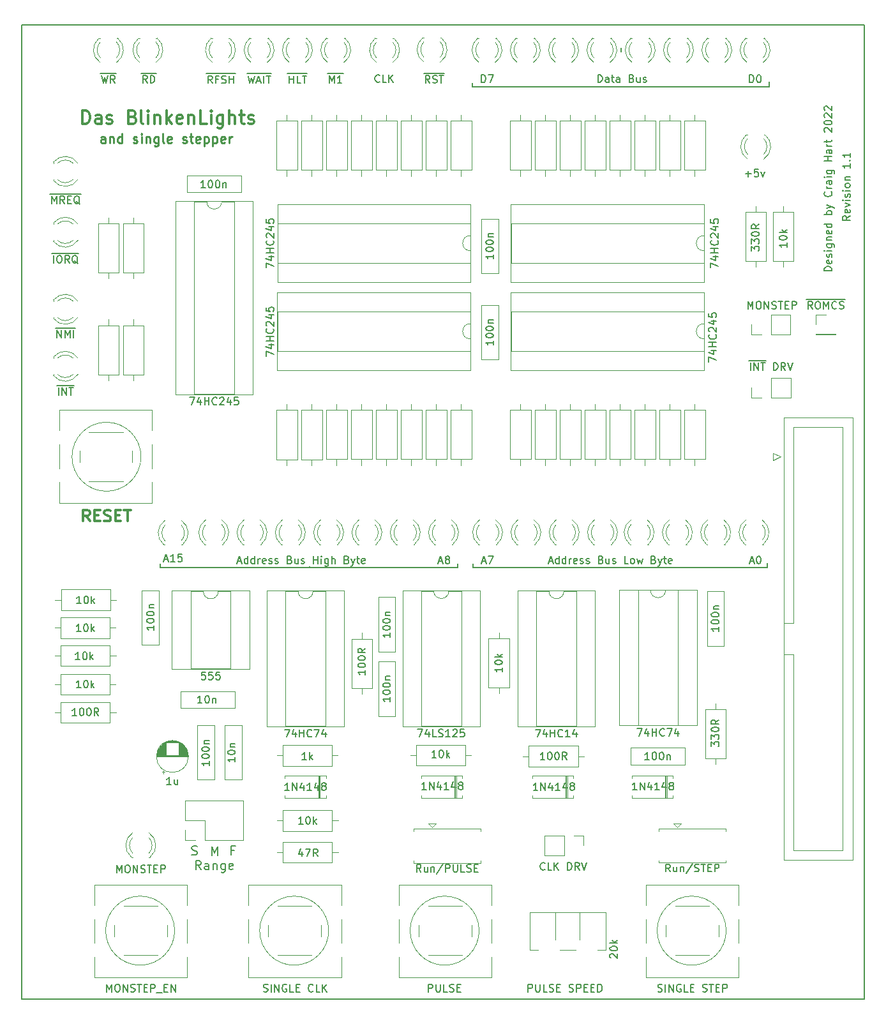
<source format=gbr>
%TF.GenerationSoftware,KiCad,Pcbnew,(6.0.9)*%
%TF.CreationDate,2022-11-23T18:20:09+10:30*%
%TF.ProjectId,DasBlinkenLights,44617342-6c69-46e6-9b65-6e4c69676874,rev?*%
%TF.SameCoordinates,Original*%
%TF.FileFunction,Legend,Top*%
%TF.FilePolarity,Positive*%
%FSLAX46Y46*%
G04 Gerber Fmt 4.6, Leading zero omitted, Abs format (unit mm)*
G04 Created by KiCad (PCBNEW (6.0.9)) date 2022-11-23 18:20:09*
%MOMM*%
%LPD*%
G01*
G04 APERTURE LIST*
%ADD10C,0.150000*%
%ADD11C,0.250000*%
%ADD12C,0.300000*%
%ADD13C,0.200000*%
%ADD14C,0.120000*%
G04 APERTURE END LIST*
D10*
X119354600Y-97180400D02*
X119354600Y-97383600D01*
X139039600Y-97383600D02*
X99669600Y-97383600D01*
X141071600Y-97383600D02*
X141071600Y-96875600D01*
X139039600Y-97383600D02*
X139039600Y-96875600D01*
X141020800Y-33553400D02*
X180390800Y-33553400D01*
X180060600Y-97383600D02*
X141071600Y-97383600D01*
X141020800Y-33553400D02*
X141020800Y-33045400D01*
X160629600Y-97231200D02*
X160629600Y-97383600D01*
X180390800Y-33553400D02*
X180390800Y-32918400D01*
X99618800Y-97383600D02*
X99618800Y-96875600D01*
X180060600Y-97383600D02*
X180060600Y-96748600D01*
X81203800Y-25338400D02*
X192963800Y-25338400D01*
X192963800Y-25338400D02*
X192963800Y-154573600D01*
X192963800Y-154573600D02*
X81203800Y-154573600D01*
X81203800Y-154573600D02*
X81203800Y-25338400D01*
X160705800Y-28448200D02*
X160705800Y-28956200D01*
X128690761Y-32894542D02*
X128643142Y-32942161D01*
X128500285Y-32989780D01*
X128405047Y-32989780D01*
X128262190Y-32942161D01*
X128166952Y-32846923D01*
X128119333Y-32751685D01*
X128071714Y-32561209D01*
X128071714Y-32418352D01*
X128119333Y-32227876D01*
X128166952Y-32132638D01*
X128262190Y-32037400D01*
X128405047Y-31989780D01*
X128500285Y-31989780D01*
X128643142Y-32037400D01*
X128690761Y-32085019D01*
X129595523Y-32989780D02*
X129119333Y-32989780D01*
X129119333Y-31989780D01*
X129928857Y-32989780D02*
X129928857Y-31989780D01*
X130500285Y-32989780D02*
X130071714Y-32418352D01*
X130500285Y-31989780D02*
X129928857Y-32561209D01*
X136547314Y-96534266D02*
X137023504Y-96534266D01*
X136452076Y-96819980D02*
X136785409Y-95819980D01*
X137118742Y-96819980D01*
X137594933Y-96248552D02*
X137499695Y-96200933D01*
X137452076Y-96153314D01*
X137404457Y-96058076D01*
X137404457Y-96010457D01*
X137452076Y-95915219D01*
X137499695Y-95867600D01*
X137594933Y-95819980D01*
X137785409Y-95819980D01*
X137880647Y-95867600D01*
X137928266Y-95915219D01*
X137975885Y-96010457D01*
X137975885Y-96058076D01*
X137928266Y-96153314D01*
X137880647Y-96200933D01*
X137785409Y-96248552D01*
X137594933Y-96248552D01*
X137499695Y-96296171D01*
X137452076Y-96343790D01*
X137404457Y-96439028D01*
X137404457Y-96629504D01*
X137452076Y-96724742D01*
X137499695Y-96772361D01*
X137594933Y-96819980D01*
X137785409Y-96819980D01*
X137880647Y-96772361D01*
X137928266Y-96724742D01*
X137975885Y-96629504D01*
X137975885Y-96439028D01*
X137928266Y-96343790D01*
X137880647Y-96296171D01*
X137785409Y-96248552D01*
D11*
X92264523Y-41053076D02*
X92264523Y-40398314D01*
X92205000Y-40279266D01*
X92085952Y-40219742D01*
X91847857Y-40219742D01*
X91728809Y-40279266D01*
X92264523Y-40993552D02*
X92145476Y-41053076D01*
X91847857Y-41053076D01*
X91728809Y-40993552D01*
X91669285Y-40874504D01*
X91669285Y-40755457D01*
X91728809Y-40636409D01*
X91847857Y-40576885D01*
X92145476Y-40576885D01*
X92264523Y-40517361D01*
X92859761Y-40219742D02*
X92859761Y-41053076D01*
X92859761Y-40338790D02*
X92919285Y-40279266D01*
X93038333Y-40219742D01*
X93216904Y-40219742D01*
X93335952Y-40279266D01*
X93395476Y-40398314D01*
X93395476Y-41053076D01*
X94526428Y-41053076D02*
X94526428Y-39803076D01*
X94526428Y-40993552D02*
X94407380Y-41053076D01*
X94169285Y-41053076D01*
X94050238Y-40993552D01*
X93990714Y-40934028D01*
X93931190Y-40814980D01*
X93931190Y-40457838D01*
X93990714Y-40338790D01*
X94050238Y-40279266D01*
X94169285Y-40219742D01*
X94407380Y-40219742D01*
X94526428Y-40279266D01*
X96014523Y-40993552D02*
X96133571Y-41053076D01*
X96371666Y-41053076D01*
X96490714Y-40993552D01*
X96550238Y-40874504D01*
X96550238Y-40814980D01*
X96490714Y-40695933D01*
X96371666Y-40636409D01*
X96193095Y-40636409D01*
X96074047Y-40576885D01*
X96014523Y-40457838D01*
X96014523Y-40398314D01*
X96074047Y-40279266D01*
X96193095Y-40219742D01*
X96371666Y-40219742D01*
X96490714Y-40279266D01*
X97085952Y-41053076D02*
X97085952Y-40219742D01*
X97085952Y-39803076D02*
X97026428Y-39862600D01*
X97085952Y-39922123D01*
X97145476Y-39862600D01*
X97085952Y-39803076D01*
X97085952Y-39922123D01*
X97681190Y-40219742D02*
X97681190Y-41053076D01*
X97681190Y-40338790D02*
X97740714Y-40279266D01*
X97859761Y-40219742D01*
X98038333Y-40219742D01*
X98157380Y-40279266D01*
X98216904Y-40398314D01*
X98216904Y-41053076D01*
X99347857Y-40219742D02*
X99347857Y-41231647D01*
X99288333Y-41350695D01*
X99228809Y-41410219D01*
X99109761Y-41469742D01*
X98931190Y-41469742D01*
X98812142Y-41410219D01*
X99347857Y-40993552D02*
X99228809Y-41053076D01*
X98990714Y-41053076D01*
X98871666Y-40993552D01*
X98812142Y-40934028D01*
X98752619Y-40814980D01*
X98752619Y-40457838D01*
X98812142Y-40338790D01*
X98871666Y-40279266D01*
X98990714Y-40219742D01*
X99228809Y-40219742D01*
X99347857Y-40279266D01*
X100121666Y-41053076D02*
X100002619Y-40993552D01*
X99943095Y-40874504D01*
X99943095Y-39803076D01*
X101074047Y-40993552D02*
X100955000Y-41053076D01*
X100716904Y-41053076D01*
X100597857Y-40993552D01*
X100538333Y-40874504D01*
X100538333Y-40398314D01*
X100597857Y-40279266D01*
X100716904Y-40219742D01*
X100955000Y-40219742D01*
X101074047Y-40279266D01*
X101133571Y-40398314D01*
X101133571Y-40517361D01*
X100538333Y-40636409D01*
X102562142Y-40993552D02*
X102681190Y-41053076D01*
X102919285Y-41053076D01*
X103038333Y-40993552D01*
X103097857Y-40874504D01*
X103097857Y-40814980D01*
X103038333Y-40695933D01*
X102919285Y-40636409D01*
X102740714Y-40636409D01*
X102621666Y-40576885D01*
X102562142Y-40457838D01*
X102562142Y-40398314D01*
X102621666Y-40279266D01*
X102740714Y-40219742D01*
X102919285Y-40219742D01*
X103038333Y-40279266D01*
X103455000Y-40219742D02*
X103931190Y-40219742D01*
X103633571Y-39803076D02*
X103633571Y-40874504D01*
X103693095Y-40993552D01*
X103812142Y-41053076D01*
X103931190Y-41053076D01*
X104824047Y-40993552D02*
X104705000Y-41053076D01*
X104466904Y-41053076D01*
X104347857Y-40993552D01*
X104288333Y-40874504D01*
X104288333Y-40398314D01*
X104347857Y-40279266D01*
X104466904Y-40219742D01*
X104705000Y-40219742D01*
X104824047Y-40279266D01*
X104883571Y-40398314D01*
X104883571Y-40517361D01*
X104288333Y-40636409D01*
X105419285Y-40219742D02*
X105419285Y-41469742D01*
X105419285Y-40279266D02*
X105538333Y-40219742D01*
X105776428Y-40219742D01*
X105895476Y-40279266D01*
X105955000Y-40338790D01*
X106014523Y-40457838D01*
X106014523Y-40814980D01*
X105955000Y-40934028D01*
X105895476Y-40993552D01*
X105776428Y-41053076D01*
X105538333Y-41053076D01*
X105419285Y-40993552D01*
X106550238Y-40219742D02*
X106550238Y-41469742D01*
X106550238Y-40279266D02*
X106669285Y-40219742D01*
X106907380Y-40219742D01*
X107026428Y-40279266D01*
X107085952Y-40338790D01*
X107145476Y-40457838D01*
X107145476Y-40814980D01*
X107085952Y-40934028D01*
X107026428Y-40993552D01*
X106907380Y-41053076D01*
X106669285Y-41053076D01*
X106550238Y-40993552D01*
X108157380Y-40993552D02*
X108038333Y-41053076D01*
X107800238Y-41053076D01*
X107681190Y-40993552D01*
X107621666Y-40874504D01*
X107621666Y-40398314D01*
X107681190Y-40279266D01*
X107800238Y-40219742D01*
X108038333Y-40219742D01*
X108157380Y-40279266D01*
X108216904Y-40398314D01*
X108216904Y-40517361D01*
X107621666Y-40636409D01*
X108752619Y-41053076D02*
X108752619Y-40219742D01*
X108752619Y-40457838D02*
X108812142Y-40338790D01*
X108871666Y-40279266D01*
X108990714Y-40219742D01*
X109109761Y-40219742D01*
D10*
X157642323Y-32989780D02*
X157642323Y-31989780D01*
X157880419Y-31989780D01*
X158023276Y-32037400D01*
X158118514Y-32132638D01*
X158166133Y-32227876D01*
X158213752Y-32418352D01*
X158213752Y-32561209D01*
X158166133Y-32751685D01*
X158118514Y-32846923D01*
X158023276Y-32942161D01*
X157880419Y-32989780D01*
X157642323Y-32989780D01*
X159070895Y-32989780D02*
X159070895Y-32465971D01*
X159023276Y-32370733D01*
X158928038Y-32323114D01*
X158737561Y-32323114D01*
X158642323Y-32370733D01*
X159070895Y-32942161D02*
X158975657Y-32989780D01*
X158737561Y-32989780D01*
X158642323Y-32942161D01*
X158594704Y-32846923D01*
X158594704Y-32751685D01*
X158642323Y-32656447D01*
X158737561Y-32608828D01*
X158975657Y-32608828D01*
X159070895Y-32561209D01*
X159404228Y-32323114D02*
X159785180Y-32323114D01*
X159547085Y-31989780D02*
X159547085Y-32846923D01*
X159594704Y-32942161D01*
X159689942Y-32989780D01*
X159785180Y-32989780D01*
X160547085Y-32989780D02*
X160547085Y-32465971D01*
X160499466Y-32370733D01*
X160404228Y-32323114D01*
X160213752Y-32323114D01*
X160118514Y-32370733D01*
X160547085Y-32942161D02*
X160451847Y-32989780D01*
X160213752Y-32989780D01*
X160118514Y-32942161D01*
X160070895Y-32846923D01*
X160070895Y-32751685D01*
X160118514Y-32656447D01*
X160213752Y-32608828D01*
X160451847Y-32608828D01*
X160547085Y-32561209D01*
X162118514Y-32465971D02*
X162261371Y-32513590D01*
X162308990Y-32561209D01*
X162356609Y-32656447D01*
X162356609Y-32799304D01*
X162308990Y-32894542D01*
X162261371Y-32942161D01*
X162166133Y-32989780D01*
X161785180Y-32989780D01*
X161785180Y-31989780D01*
X162118514Y-31989780D01*
X162213752Y-32037400D01*
X162261371Y-32085019D01*
X162308990Y-32180257D01*
X162308990Y-32275495D01*
X162261371Y-32370733D01*
X162213752Y-32418352D01*
X162118514Y-32465971D01*
X161785180Y-32465971D01*
X163213752Y-32323114D02*
X163213752Y-32989780D01*
X162785180Y-32323114D02*
X162785180Y-32846923D01*
X162832800Y-32942161D01*
X162928038Y-32989780D01*
X163070895Y-32989780D01*
X163166133Y-32942161D01*
X163213752Y-32894542D01*
X163642323Y-32942161D02*
X163737561Y-32989780D01*
X163928038Y-32989780D01*
X164023276Y-32942161D01*
X164070895Y-32846923D01*
X164070895Y-32799304D01*
X164023276Y-32704066D01*
X163928038Y-32656447D01*
X163785180Y-32656447D01*
X163689942Y-32608828D01*
X163642323Y-32513590D01*
X163642323Y-32465971D01*
X163689942Y-32370733D01*
X163785180Y-32323114D01*
X163928038Y-32323114D01*
X164023276Y-32370733D01*
X177186104Y-45131028D02*
X177948009Y-45131028D01*
X177567057Y-45511980D02*
X177567057Y-44750076D01*
X178900390Y-44511980D02*
X178424200Y-44511980D01*
X178376580Y-44988171D01*
X178424200Y-44940552D01*
X178519438Y-44892933D01*
X178757533Y-44892933D01*
X178852771Y-44940552D01*
X178900390Y-44988171D01*
X178948009Y-45083409D01*
X178948009Y-45321504D01*
X178900390Y-45416742D01*
X178852771Y-45464361D01*
X178757533Y-45511980D01*
X178519438Y-45511980D01*
X178424200Y-45464361D01*
X178376580Y-45416742D01*
X179281342Y-44845314D02*
X179519438Y-45511980D01*
X179757533Y-44845314D01*
D12*
X90226628Y-91204171D02*
X89726628Y-90489885D01*
X89369485Y-91204171D02*
X89369485Y-89704171D01*
X89940914Y-89704171D01*
X90083771Y-89775600D01*
X90155200Y-89847028D01*
X90226628Y-89989885D01*
X90226628Y-90204171D01*
X90155200Y-90347028D01*
X90083771Y-90418457D01*
X89940914Y-90489885D01*
X89369485Y-90489885D01*
X90869485Y-90418457D02*
X91369485Y-90418457D01*
X91583771Y-91204171D02*
X90869485Y-91204171D01*
X90869485Y-89704171D01*
X91583771Y-89704171D01*
X92155200Y-91132742D02*
X92369485Y-91204171D01*
X92726628Y-91204171D01*
X92869485Y-91132742D01*
X92940914Y-91061314D01*
X93012342Y-90918457D01*
X93012342Y-90775600D01*
X92940914Y-90632742D01*
X92869485Y-90561314D01*
X92726628Y-90489885D01*
X92440914Y-90418457D01*
X92298057Y-90347028D01*
X92226628Y-90275600D01*
X92155200Y-90132742D01*
X92155200Y-89989885D01*
X92226628Y-89847028D01*
X92298057Y-89775600D01*
X92440914Y-89704171D01*
X92798057Y-89704171D01*
X93012342Y-89775600D01*
X93655200Y-90418457D02*
X94155200Y-90418457D01*
X94369485Y-91204171D02*
X93655200Y-91204171D01*
X93655200Y-89704171D01*
X94369485Y-89704171D01*
X94798057Y-89704171D02*
X95655200Y-89704171D01*
X95226628Y-91204171D02*
X95226628Y-89704171D01*
D10*
X100104723Y-96280266D02*
X100580914Y-96280266D01*
X100009485Y-96565980D02*
X100342819Y-95565980D01*
X100676152Y-96565980D01*
X101533295Y-96565980D02*
X100961866Y-96565980D01*
X101247580Y-96565980D02*
X101247580Y-95565980D01*
X101152342Y-95708838D01*
X101057104Y-95804076D01*
X100961866Y-95851695D01*
X102438057Y-95565980D02*
X101961866Y-95565980D01*
X101914247Y-96042171D01*
X101961866Y-95994552D01*
X102057104Y-95946933D01*
X102295200Y-95946933D01*
X102390438Y-95994552D01*
X102438057Y-96042171D01*
X102485676Y-96137409D01*
X102485676Y-96375504D01*
X102438057Y-96470742D01*
X102390438Y-96518361D01*
X102295200Y-96565980D01*
X102057104Y-96565980D01*
X101961866Y-96518361D01*
X101914247Y-96470742D01*
D13*
X103771742Y-135412514D02*
X103943171Y-135469657D01*
X104228885Y-135469657D01*
X104343171Y-135412514D01*
X104400314Y-135355371D01*
X104457457Y-135241085D01*
X104457457Y-135126800D01*
X104400314Y-135012514D01*
X104343171Y-134955371D01*
X104228885Y-134898228D01*
X104000314Y-134841085D01*
X103886028Y-134783942D01*
X103828885Y-134726800D01*
X103771742Y-134612514D01*
X103771742Y-134498228D01*
X103828885Y-134383942D01*
X103886028Y-134326800D01*
X104000314Y-134269657D01*
X104286028Y-134269657D01*
X104457457Y-134326800D01*
D10*
X177747704Y-33014980D02*
X177747704Y-32014980D01*
X177985800Y-32014980D01*
X178128657Y-32062600D01*
X178223895Y-32157838D01*
X178271514Y-32253076D01*
X178319133Y-32443552D01*
X178319133Y-32586409D01*
X178271514Y-32776885D01*
X178223895Y-32872123D01*
X178128657Y-32967361D01*
X177985800Y-33014980D01*
X177747704Y-33014980D01*
X178938180Y-32014980D02*
X179033419Y-32014980D01*
X179128657Y-32062600D01*
X179176276Y-32110219D01*
X179223895Y-32205457D01*
X179271514Y-32395933D01*
X179271514Y-32634028D01*
X179223895Y-32824504D01*
X179176276Y-32919742D01*
X179128657Y-32967361D01*
X179033419Y-33014980D01*
X178938180Y-33014980D01*
X178842942Y-32967361D01*
X178795323Y-32919742D01*
X178747704Y-32824504D01*
X178700085Y-32634028D01*
X178700085Y-32395933D01*
X178747704Y-32205457D01*
X178795323Y-32110219D01*
X178842942Y-32062600D01*
X178938180Y-32014980D01*
X177822314Y-96534266D02*
X178298504Y-96534266D01*
X177727076Y-96819980D02*
X178060409Y-95819980D01*
X178393742Y-96819980D01*
X178917552Y-95819980D02*
X179012790Y-95819980D01*
X179108028Y-95867600D01*
X179155647Y-95915219D01*
X179203266Y-96010457D01*
X179250885Y-96200933D01*
X179250885Y-96439028D01*
X179203266Y-96629504D01*
X179155647Y-96724742D01*
X179108028Y-96772361D01*
X179012790Y-96819980D01*
X178917552Y-96819980D01*
X178822314Y-96772361D01*
X178774695Y-96724742D01*
X178727076Y-96629504D01*
X178679457Y-96439028D01*
X178679457Y-96200933D01*
X178727076Y-96010457D01*
X178774695Y-95915219D01*
X178822314Y-95867600D01*
X178917552Y-95819980D01*
X84947380Y-47785600D02*
X86090238Y-47785600D01*
X85185476Y-49067980D02*
X85185476Y-48067980D01*
X85518809Y-48782266D01*
X85852142Y-48067980D01*
X85852142Y-49067980D01*
X86090238Y-47785600D02*
X87090238Y-47785600D01*
X86899761Y-49067980D02*
X86566428Y-48591790D01*
X86328333Y-49067980D02*
X86328333Y-48067980D01*
X86709285Y-48067980D01*
X86804523Y-48115600D01*
X86852142Y-48163219D01*
X86899761Y-48258457D01*
X86899761Y-48401314D01*
X86852142Y-48496552D01*
X86804523Y-48544171D01*
X86709285Y-48591790D01*
X86328333Y-48591790D01*
X87090238Y-47785600D02*
X87995000Y-47785600D01*
X87328333Y-48544171D02*
X87661666Y-48544171D01*
X87804523Y-49067980D02*
X87328333Y-49067980D01*
X87328333Y-48067980D01*
X87804523Y-48067980D01*
X87995000Y-47785600D02*
X89042619Y-47785600D01*
X88899761Y-49163219D02*
X88804523Y-49115600D01*
X88709285Y-49020361D01*
X88566428Y-48877504D01*
X88471190Y-48829885D01*
X88375952Y-48829885D01*
X88423571Y-49067980D02*
X88328333Y-49020361D01*
X88233095Y-48925123D01*
X88185476Y-48734647D01*
X88185476Y-48401314D01*
X88233095Y-48210838D01*
X88328333Y-48115600D01*
X88423571Y-48067980D01*
X88614047Y-48067980D01*
X88709285Y-48115600D01*
X88804523Y-48210838D01*
X88852142Y-48401314D01*
X88852142Y-48734647D01*
X88804523Y-48925123D01*
X88709285Y-49020361D01*
X88614047Y-49067980D01*
X88423571Y-49067980D01*
D13*
X109366028Y-134841085D02*
X108966028Y-134841085D01*
X108966028Y-135469657D02*
X108966028Y-134269657D01*
X109537457Y-134269657D01*
D10*
X134532857Y-31783600D02*
X135532857Y-31783600D01*
X135342380Y-33065980D02*
X135009047Y-32589790D01*
X134770952Y-33065980D02*
X134770952Y-32065980D01*
X135151904Y-32065980D01*
X135247142Y-32113600D01*
X135294761Y-32161219D01*
X135342380Y-32256457D01*
X135342380Y-32399314D01*
X135294761Y-32494552D01*
X135247142Y-32542171D01*
X135151904Y-32589790D01*
X134770952Y-32589790D01*
X135532857Y-31783600D02*
X136485238Y-31783600D01*
X135723333Y-33018361D02*
X135866190Y-33065980D01*
X136104285Y-33065980D01*
X136199523Y-33018361D01*
X136247142Y-32970742D01*
X136294761Y-32875504D01*
X136294761Y-32780266D01*
X136247142Y-32685028D01*
X136199523Y-32637409D01*
X136104285Y-32589790D01*
X135913809Y-32542171D01*
X135818571Y-32494552D01*
X135770952Y-32446933D01*
X135723333Y-32351695D01*
X135723333Y-32256457D01*
X135770952Y-32161219D01*
X135818571Y-32113600D01*
X135913809Y-32065980D01*
X136151904Y-32065980D01*
X136294761Y-32113600D01*
X136485238Y-31783600D02*
X137247142Y-31783600D01*
X136580476Y-32065980D02*
X137151904Y-32065980D01*
X136866190Y-33065980D02*
X136866190Y-32065980D01*
X142262314Y-96534266D02*
X142738504Y-96534266D01*
X142167076Y-96819980D02*
X142500409Y-95819980D01*
X142833742Y-96819980D01*
X143071838Y-95819980D02*
X143738504Y-95819980D01*
X143309933Y-96819980D01*
X97044000Y-31783600D02*
X98044000Y-31783600D01*
X97853523Y-33065980D02*
X97520190Y-32589790D01*
X97282095Y-33065980D02*
X97282095Y-32065980D01*
X97663047Y-32065980D01*
X97758285Y-32113600D01*
X97805904Y-32161219D01*
X97853523Y-32256457D01*
X97853523Y-32399314D01*
X97805904Y-32494552D01*
X97758285Y-32542171D01*
X97663047Y-32589790D01*
X97282095Y-32589790D01*
X98044000Y-31783600D02*
X99044000Y-31783600D01*
X98282095Y-33065980D02*
X98282095Y-32065980D01*
X98520190Y-32065980D01*
X98663047Y-32113600D01*
X98758285Y-32208838D01*
X98805904Y-32304076D01*
X98853523Y-32494552D01*
X98853523Y-32637409D01*
X98805904Y-32827885D01*
X98758285Y-32923123D01*
X98663047Y-33018361D01*
X98520190Y-33065980D01*
X98282095Y-33065980D01*
X85661666Y-65565600D02*
X86709285Y-65565600D01*
X85899761Y-66847980D02*
X85899761Y-65847980D01*
X86471190Y-66847980D01*
X86471190Y-65847980D01*
X86709285Y-65565600D02*
X87852142Y-65565600D01*
X86947380Y-66847980D02*
X86947380Y-65847980D01*
X87280714Y-66562266D01*
X87614047Y-65847980D01*
X87614047Y-66847980D01*
X87852142Y-65565600D02*
X88328333Y-65565600D01*
X88090238Y-66847980D02*
X88090238Y-65847980D01*
X111080752Y-31834400D02*
X112223609Y-31834400D01*
X111223609Y-32116780D02*
X111461704Y-33116780D01*
X111652180Y-32402495D01*
X111842657Y-33116780D01*
X112080752Y-32116780D01*
X112223609Y-31834400D02*
X113080752Y-31834400D01*
X112414085Y-32831066D02*
X112890276Y-32831066D01*
X112318847Y-33116780D02*
X112652180Y-32116780D01*
X112985514Y-33116780D01*
X113080752Y-31834400D02*
X113556942Y-31834400D01*
X113318847Y-33116780D02*
X113318847Y-32116780D01*
X113556942Y-31834400D02*
X114318847Y-31834400D01*
X113652180Y-32116780D02*
X114223609Y-32116780D01*
X113937895Y-33116780D02*
X113937895Y-32116780D01*
X85852142Y-73185600D02*
X86328333Y-73185600D01*
X86090238Y-74467980D02*
X86090238Y-73467980D01*
X86328333Y-73185600D02*
X87375952Y-73185600D01*
X86566428Y-74467980D02*
X86566428Y-73467980D01*
X87137857Y-74467980D01*
X87137857Y-73467980D01*
X87375952Y-73185600D02*
X88137857Y-73185600D01*
X87471190Y-73467980D02*
X88042619Y-73467980D01*
X87756904Y-74467980D02*
X87756904Y-73467980D01*
D13*
X106407000Y-135520457D02*
X106407000Y-134320457D01*
X106807000Y-135177600D01*
X107207000Y-134320457D01*
X107207000Y-135520457D01*
D10*
X91638571Y-31783600D02*
X92781428Y-31783600D01*
X91781428Y-32065980D02*
X92019523Y-33065980D01*
X92210000Y-32351695D01*
X92400476Y-33065980D01*
X92638571Y-32065980D01*
X92781428Y-31783600D02*
X93781428Y-31783600D01*
X93590952Y-33065980D02*
X93257619Y-32589790D01*
X93019523Y-33065980D02*
X93019523Y-32065980D01*
X93400476Y-32065980D01*
X93495714Y-32113600D01*
X93543333Y-32161219D01*
X93590952Y-32256457D01*
X93590952Y-32399314D01*
X93543333Y-32494552D01*
X93495714Y-32542171D01*
X93400476Y-32589790D01*
X93019523Y-32589790D01*
X148382647Y-153614380D02*
X148382647Y-152614380D01*
X148763600Y-152614380D01*
X148858838Y-152662000D01*
X148906457Y-152709619D01*
X148954076Y-152804857D01*
X148954076Y-152947714D01*
X148906457Y-153042952D01*
X148858838Y-153090571D01*
X148763600Y-153138190D01*
X148382647Y-153138190D01*
X149382647Y-152614380D02*
X149382647Y-153423904D01*
X149430266Y-153519142D01*
X149477885Y-153566761D01*
X149573123Y-153614380D01*
X149763600Y-153614380D01*
X149858838Y-153566761D01*
X149906457Y-153519142D01*
X149954076Y-153423904D01*
X149954076Y-152614380D01*
X150906457Y-153614380D02*
X150430266Y-153614380D01*
X150430266Y-152614380D01*
X151192171Y-153566761D02*
X151335028Y-153614380D01*
X151573123Y-153614380D01*
X151668361Y-153566761D01*
X151715980Y-153519142D01*
X151763600Y-153423904D01*
X151763600Y-153328666D01*
X151715980Y-153233428D01*
X151668361Y-153185809D01*
X151573123Y-153138190D01*
X151382647Y-153090571D01*
X151287409Y-153042952D01*
X151239790Y-152995333D01*
X151192171Y-152900095D01*
X151192171Y-152804857D01*
X151239790Y-152709619D01*
X151287409Y-152662000D01*
X151382647Y-152614380D01*
X151620742Y-152614380D01*
X151763600Y-152662000D01*
X152192171Y-153090571D02*
X152525504Y-153090571D01*
X152668361Y-153614380D02*
X152192171Y-153614380D01*
X152192171Y-152614380D01*
X152668361Y-152614380D01*
X153811219Y-153566761D02*
X153954076Y-153614380D01*
X154192171Y-153614380D01*
X154287409Y-153566761D01*
X154335028Y-153519142D01*
X154382647Y-153423904D01*
X154382647Y-153328666D01*
X154335028Y-153233428D01*
X154287409Y-153185809D01*
X154192171Y-153138190D01*
X154001695Y-153090571D01*
X153906457Y-153042952D01*
X153858838Y-152995333D01*
X153811219Y-152900095D01*
X153811219Y-152804857D01*
X153858838Y-152709619D01*
X153906457Y-152662000D01*
X154001695Y-152614380D01*
X154239790Y-152614380D01*
X154382647Y-152662000D01*
X154811219Y-153614380D02*
X154811219Y-152614380D01*
X155192171Y-152614380D01*
X155287409Y-152662000D01*
X155335028Y-152709619D01*
X155382647Y-152804857D01*
X155382647Y-152947714D01*
X155335028Y-153042952D01*
X155287409Y-153090571D01*
X155192171Y-153138190D01*
X154811219Y-153138190D01*
X155811219Y-153090571D02*
X156144552Y-153090571D01*
X156287409Y-153614380D02*
X155811219Y-153614380D01*
X155811219Y-152614380D01*
X156287409Y-152614380D01*
X156715980Y-153090571D02*
X157049314Y-153090571D01*
X157192171Y-153614380D02*
X156715980Y-153614380D01*
X156715980Y-152614380D01*
X157192171Y-152614380D01*
X157620742Y-153614380D02*
X157620742Y-152614380D01*
X157858838Y-152614380D01*
X158001695Y-152662000D01*
X158096933Y-152757238D01*
X158144552Y-152852476D01*
X158192171Y-153042952D01*
X158192171Y-153185809D01*
X158144552Y-153376285D01*
X158096933Y-153471523D01*
X158001695Y-153566761D01*
X157858838Y-153614380D01*
X157620742Y-153614380D01*
X121761380Y-31809000D02*
X122904238Y-31809000D01*
X121999476Y-33091380D02*
X121999476Y-32091380D01*
X122332809Y-32805666D01*
X122666142Y-32091380D01*
X122666142Y-33091380D01*
X122904238Y-31809000D02*
X123856619Y-31809000D01*
X123666142Y-33091380D02*
X123094714Y-33091380D01*
X123380428Y-33091380D02*
X123380428Y-32091380D01*
X123285190Y-32234238D01*
X123189952Y-32329476D01*
X123094714Y-32377095D01*
X109860819Y-96534266D02*
X110337009Y-96534266D01*
X109765580Y-96819980D02*
X110098914Y-95819980D01*
X110432247Y-96819980D01*
X111194152Y-96819980D02*
X111194152Y-95819980D01*
X111194152Y-96772361D02*
X111098914Y-96819980D01*
X110908438Y-96819980D01*
X110813200Y-96772361D01*
X110765580Y-96724742D01*
X110717961Y-96629504D01*
X110717961Y-96343790D01*
X110765580Y-96248552D01*
X110813200Y-96200933D01*
X110908438Y-96153314D01*
X111098914Y-96153314D01*
X111194152Y-96200933D01*
X112098914Y-96819980D02*
X112098914Y-95819980D01*
X112098914Y-96772361D02*
X112003676Y-96819980D01*
X111813200Y-96819980D01*
X111717961Y-96772361D01*
X111670342Y-96724742D01*
X111622723Y-96629504D01*
X111622723Y-96343790D01*
X111670342Y-96248552D01*
X111717961Y-96200933D01*
X111813200Y-96153314D01*
X112003676Y-96153314D01*
X112098914Y-96200933D01*
X112575104Y-96819980D02*
X112575104Y-96153314D01*
X112575104Y-96343790D02*
X112622723Y-96248552D01*
X112670342Y-96200933D01*
X112765580Y-96153314D01*
X112860819Y-96153314D01*
X113575104Y-96772361D02*
X113479866Y-96819980D01*
X113289390Y-96819980D01*
X113194152Y-96772361D01*
X113146533Y-96677123D01*
X113146533Y-96296171D01*
X113194152Y-96200933D01*
X113289390Y-96153314D01*
X113479866Y-96153314D01*
X113575104Y-96200933D01*
X113622723Y-96296171D01*
X113622723Y-96391409D01*
X113146533Y-96486647D01*
X114003676Y-96772361D02*
X114098914Y-96819980D01*
X114289390Y-96819980D01*
X114384628Y-96772361D01*
X114432247Y-96677123D01*
X114432247Y-96629504D01*
X114384628Y-96534266D01*
X114289390Y-96486647D01*
X114146533Y-96486647D01*
X114051295Y-96439028D01*
X114003676Y-96343790D01*
X114003676Y-96296171D01*
X114051295Y-96200933D01*
X114146533Y-96153314D01*
X114289390Y-96153314D01*
X114384628Y-96200933D01*
X114813200Y-96772361D02*
X114908438Y-96819980D01*
X115098914Y-96819980D01*
X115194152Y-96772361D01*
X115241771Y-96677123D01*
X115241771Y-96629504D01*
X115194152Y-96534266D01*
X115098914Y-96486647D01*
X114956057Y-96486647D01*
X114860819Y-96439028D01*
X114813200Y-96343790D01*
X114813200Y-96296171D01*
X114860819Y-96200933D01*
X114956057Y-96153314D01*
X115098914Y-96153314D01*
X115194152Y-96200933D01*
X116765580Y-96296171D02*
X116908438Y-96343790D01*
X116956057Y-96391409D01*
X117003676Y-96486647D01*
X117003676Y-96629504D01*
X116956057Y-96724742D01*
X116908438Y-96772361D01*
X116813200Y-96819980D01*
X116432247Y-96819980D01*
X116432247Y-95819980D01*
X116765580Y-95819980D01*
X116860819Y-95867600D01*
X116908438Y-95915219D01*
X116956057Y-96010457D01*
X116956057Y-96105695D01*
X116908438Y-96200933D01*
X116860819Y-96248552D01*
X116765580Y-96296171D01*
X116432247Y-96296171D01*
X117860819Y-96153314D02*
X117860819Y-96819980D01*
X117432247Y-96153314D02*
X117432247Y-96677123D01*
X117479866Y-96772361D01*
X117575104Y-96819980D01*
X117717961Y-96819980D01*
X117813200Y-96772361D01*
X117860819Y-96724742D01*
X118289390Y-96772361D02*
X118384628Y-96819980D01*
X118575104Y-96819980D01*
X118670342Y-96772361D01*
X118717961Y-96677123D01*
X118717961Y-96629504D01*
X118670342Y-96534266D01*
X118575104Y-96486647D01*
X118432247Y-96486647D01*
X118337009Y-96439028D01*
X118289390Y-96343790D01*
X118289390Y-96296171D01*
X118337009Y-96200933D01*
X118432247Y-96153314D01*
X118575104Y-96153314D01*
X118670342Y-96200933D01*
X119908438Y-96819980D02*
X119908438Y-95819980D01*
X119908438Y-96296171D02*
X120479866Y-96296171D01*
X120479866Y-96819980D02*
X120479866Y-95819980D01*
X120956057Y-96819980D02*
X120956057Y-96153314D01*
X120956057Y-95819980D02*
X120908438Y-95867600D01*
X120956057Y-95915219D01*
X121003676Y-95867600D01*
X120956057Y-95819980D01*
X120956057Y-95915219D01*
X121860819Y-96153314D02*
X121860819Y-96962838D01*
X121813199Y-97058076D01*
X121765580Y-97105695D01*
X121670342Y-97153314D01*
X121527485Y-97153314D01*
X121432247Y-97105695D01*
X121860819Y-96772361D02*
X121765580Y-96819980D01*
X121575104Y-96819980D01*
X121479866Y-96772361D01*
X121432247Y-96724742D01*
X121384628Y-96629504D01*
X121384628Y-96343790D01*
X121432247Y-96248552D01*
X121479866Y-96200933D01*
X121575104Y-96153314D01*
X121765580Y-96153314D01*
X121860819Y-96200933D01*
X122337009Y-96819980D02*
X122337009Y-95819980D01*
X122765580Y-96819980D02*
X122765580Y-96296171D01*
X122717961Y-96200933D01*
X122622723Y-96153314D01*
X122479866Y-96153314D01*
X122384628Y-96200933D01*
X122337009Y-96248552D01*
X124337009Y-96296171D02*
X124479866Y-96343790D01*
X124527485Y-96391409D01*
X124575104Y-96486647D01*
X124575104Y-96629504D01*
X124527485Y-96724742D01*
X124479866Y-96772361D01*
X124384628Y-96819980D01*
X124003676Y-96819980D01*
X124003676Y-95819980D01*
X124337009Y-95819980D01*
X124432247Y-95867600D01*
X124479866Y-95915219D01*
X124527485Y-96010457D01*
X124527485Y-96105695D01*
X124479866Y-96200933D01*
X124432247Y-96248552D01*
X124337009Y-96296171D01*
X124003676Y-96296171D01*
X124908438Y-96153314D02*
X125146533Y-96819980D01*
X125384628Y-96153314D02*
X125146533Y-96819980D01*
X125051295Y-97058076D01*
X125003676Y-97105695D01*
X124908438Y-97153314D01*
X125622723Y-96153314D02*
X126003676Y-96153314D01*
X125765580Y-95819980D02*
X125765580Y-96677123D01*
X125813199Y-96772361D01*
X125908438Y-96819980D01*
X126003676Y-96819980D01*
X126717961Y-96772361D02*
X126622723Y-96819980D01*
X126432247Y-96819980D01*
X126337009Y-96772361D01*
X126289390Y-96677123D01*
X126289390Y-96296171D01*
X126337009Y-96200933D01*
X126432247Y-96153314D01*
X126622723Y-96153314D01*
X126717961Y-96200933D01*
X126765580Y-96296171D01*
X126765580Y-96391409D01*
X126289390Y-96486647D01*
X116470276Y-31834400D02*
X117517895Y-31834400D01*
X116708371Y-33116780D02*
X116708371Y-32116780D01*
X116708371Y-32592971D02*
X117279800Y-32592971D01*
X117279800Y-33116780D02*
X117279800Y-32116780D01*
X117517895Y-31834400D02*
X118327419Y-31834400D01*
X118232180Y-33116780D02*
X117755990Y-33116780D01*
X117755990Y-32116780D01*
X118327419Y-31834400D02*
X119089323Y-31834400D01*
X118422657Y-32116780D02*
X118994085Y-32116780D01*
X118708371Y-33116780D02*
X118708371Y-32116780D01*
X151142133Y-96534266D02*
X151618323Y-96534266D01*
X151046895Y-96819980D02*
X151380228Y-95819980D01*
X151713561Y-96819980D01*
X152475466Y-96819980D02*
X152475466Y-95819980D01*
X152475466Y-96772361D02*
X152380228Y-96819980D01*
X152189752Y-96819980D01*
X152094514Y-96772361D01*
X152046895Y-96724742D01*
X151999276Y-96629504D01*
X151999276Y-96343790D01*
X152046895Y-96248552D01*
X152094514Y-96200933D01*
X152189752Y-96153314D01*
X152380228Y-96153314D01*
X152475466Y-96200933D01*
X153380228Y-96819980D02*
X153380228Y-95819980D01*
X153380228Y-96772361D02*
X153284990Y-96819980D01*
X153094514Y-96819980D01*
X152999276Y-96772361D01*
X152951657Y-96724742D01*
X152904038Y-96629504D01*
X152904038Y-96343790D01*
X152951657Y-96248552D01*
X152999276Y-96200933D01*
X153094514Y-96153314D01*
X153284990Y-96153314D01*
X153380228Y-96200933D01*
X153856419Y-96819980D02*
X153856419Y-96153314D01*
X153856419Y-96343790D02*
X153904038Y-96248552D01*
X153951657Y-96200933D01*
X154046895Y-96153314D01*
X154142133Y-96153314D01*
X154856419Y-96772361D02*
X154761180Y-96819980D01*
X154570704Y-96819980D01*
X154475466Y-96772361D01*
X154427847Y-96677123D01*
X154427847Y-96296171D01*
X154475466Y-96200933D01*
X154570704Y-96153314D01*
X154761180Y-96153314D01*
X154856419Y-96200933D01*
X154904038Y-96296171D01*
X154904038Y-96391409D01*
X154427847Y-96486647D01*
X155284990Y-96772361D02*
X155380228Y-96819980D01*
X155570704Y-96819980D01*
X155665942Y-96772361D01*
X155713561Y-96677123D01*
X155713561Y-96629504D01*
X155665942Y-96534266D01*
X155570704Y-96486647D01*
X155427847Y-96486647D01*
X155332609Y-96439028D01*
X155284990Y-96343790D01*
X155284990Y-96296171D01*
X155332609Y-96200933D01*
X155427847Y-96153314D01*
X155570704Y-96153314D01*
X155665942Y-96200933D01*
X156094514Y-96772361D02*
X156189752Y-96819980D01*
X156380228Y-96819980D01*
X156475466Y-96772361D01*
X156523085Y-96677123D01*
X156523085Y-96629504D01*
X156475466Y-96534266D01*
X156380228Y-96486647D01*
X156237371Y-96486647D01*
X156142133Y-96439028D01*
X156094514Y-96343790D01*
X156094514Y-96296171D01*
X156142133Y-96200933D01*
X156237371Y-96153314D01*
X156380228Y-96153314D01*
X156475466Y-96200933D01*
X158046895Y-96296171D02*
X158189752Y-96343790D01*
X158237371Y-96391409D01*
X158284990Y-96486647D01*
X158284990Y-96629504D01*
X158237371Y-96724742D01*
X158189752Y-96772361D01*
X158094514Y-96819980D01*
X157713561Y-96819980D01*
X157713561Y-95819980D01*
X158046895Y-95819980D01*
X158142133Y-95867600D01*
X158189752Y-95915219D01*
X158237371Y-96010457D01*
X158237371Y-96105695D01*
X158189752Y-96200933D01*
X158142133Y-96248552D01*
X158046895Y-96296171D01*
X157713561Y-96296171D01*
X159142133Y-96153314D02*
X159142133Y-96819980D01*
X158713561Y-96153314D02*
X158713561Y-96677123D01*
X158761180Y-96772361D01*
X158856419Y-96819980D01*
X158999276Y-96819980D01*
X159094514Y-96772361D01*
X159142133Y-96724742D01*
X159570704Y-96772361D02*
X159665942Y-96819980D01*
X159856419Y-96819980D01*
X159951657Y-96772361D01*
X159999276Y-96677123D01*
X159999276Y-96629504D01*
X159951657Y-96534266D01*
X159856419Y-96486647D01*
X159713561Y-96486647D01*
X159618323Y-96439028D01*
X159570704Y-96343790D01*
X159570704Y-96296171D01*
X159618323Y-96200933D01*
X159713561Y-96153314D01*
X159856419Y-96153314D01*
X159951657Y-96200933D01*
X161665942Y-96819980D02*
X161189752Y-96819980D01*
X161189752Y-95819980D01*
X162142133Y-96819980D02*
X162046895Y-96772361D01*
X161999276Y-96724742D01*
X161951657Y-96629504D01*
X161951657Y-96343790D01*
X161999276Y-96248552D01*
X162046895Y-96200933D01*
X162142133Y-96153314D01*
X162284990Y-96153314D01*
X162380228Y-96200933D01*
X162427847Y-96248552D01*
X162475466Y-96343790D01*
X162475466Y-96629504D01*
X162427847Y-96724742D01*
X162380228Y-96772361D01*
X162284990Y-96819980D01*
X162142133Y-96819980D01*
X162808800Y-96153314D02*
X162999276Y-96819980D01*
X163189752Y-96343790D01*
X163380228Y-96819980D01*
X163570704Y-96153314D01*
X165046895Y-96296171D02*
X165189752Y-96343790D01*
X165237371Y-96391409D01*
X165284990Y-96486647D01*
X165284990Y-96629504D01*
X165237371Y-96724742D01*
X165189752Y-96772361D01*
X165094514Y-96819980D01*
X164713561Y-96819980D01*
X164713561Y-95819980D01*
X165046895Y-95819980D01*
X165142133Y-95867600D01*
X165189752Y-95915219D01*
X165237371Y-96010457D01*
X165237371Y-96105695D01*
X165189752Y-96200933D01*
X165142133Y-96248552D01*
X165046895Y-96296171D01*
X164713561Y-96296171D01*
X165618323Y-96153314D02*
X165856419Y-96819980D01*
X166094514Y-96153314D02*
X165856419Y-96819980D01*
X165761180Y-97058076D01*
X165713561Y-97105695D01*
X165618323Y-97153314D01*
X166332609Y-96153314D02*
X166713561Y-96153314D01*
X166475466Y-95819980D02*
X166475466Y-96677123D01*
X166523085Y-96772361D01*
X166618323Y-96819980D01*
X166713561Y-96819980D01*
X167427847Y-96772361D02*
X167332609Y-96819980D01*
X167142133Y-96819980D01*
X167046895Y-96772361D01*
X166999276Y-96677123D01*
X166999276Y-96296171D01*
X167046895Y-96200933D01*
X167142133Y-96153314D01*
X167332609Y-96153314D01*
X167427847Y-96200933D01*
X167475466Y-96296171D01*
X167475466Y-96391409D01*
X166999276Y-96486647D01*
X188666380Y-57996361D02*
X187666380Y-57996361D01*
X187666380Y-57758266D01*
X187714000Y-57615409D01*
X187809238Y-57520171D01*
X187904476Y-57472552D01*
X188094952Y-57424933D01*
X188237809Y-57424933D01*
X188428285Y-57472552D01*
X188523523Y-57520171D01*
X188618761Y-57615409D01*
X188666380Y-57758266D01*
X188666380Y-57996361D01*
X188618761Y-56615409D02*
X188666380Y-56710647D01*
X188666380Y-56901123D01*
X188618761Y-56996361D01*
X188523523Y-57043980D01*
X188142571Y-57043980D01*
X188047333Y-56996361D01*
X187999714Y-56901123D01*
X187999714Y-56710647D01*
X188047333Y-56615409D01*
X188142571Y-56567790D01*
X188237809Y-56567790D01*
X188333047Y-57043980D01*
X188618761Y-56186838D02*
X188666380Y-56091600D01*
X188666380Y-55901123D01*
X188618761Y-55805885D01*
X188523523Y-55758266D01*
X188475904Y-55758266D01*
X188380666Y-55805885D01*
X188333047Y-55901123D01*
X188333047Y-56043980D01*
X188285428Y-56139219D01*
X188190190Y-56186838D01*
X188142571Y-56186838D01*
X188047333Y-56139219D01*
X187999714Y-56043980D01*
X187999714Y-55901123D01*
X188047333Y-55805885D01*
X188666380Y-55329695D02*
X187999714Y-55329695D01*
X187666380Y-55329695D02*
X187714000Y-55377314D01*
X187761619Y-55329695D01*
X187714000Y-55282076D01*
X187666380Y-55329695D01*
X187761619Y-55329695D01*
X187999714Y-54424933D02*
X188809238Y-54424933D01*
X188904476Y-54472552D01*
X188952095Y-54520171D01*
X188999714Y-54615409D01*
X188999714Y-54758266D01*
X188952095Y-54853504D01*
X188618761Y-54424933D02*
X188666380Y-54520171D01*
X188666380Y-54710647D01*
X188618761Y-54805885D01*
X188571142Y-54853504D01*
X188475904Y-54901123D01*
X188190190Y-54901123D01*
X188094952Y-54853504D01*
X188047333Y-54805885D01*
X187999714Y-54710647D01*
X187999714Y-54520171D01*
X188047333Y-54424933D01*
X187999714Y-53948742D02*
X188666380Y-53948742D01*
X188094952Y-53948742D02*
X188047333Y-53901123D01*
X187999714Y-53805885D01*
X187999714Y-53663028D01*
X188047333Y-53567790D01*
X188142571Y-53520171D01*
X188666380Y-53520171D01*
X188618761Y-52663028D02*
X188666380Y-52758266D01*
X188666380Y-52948742D01*
X188618761Y-53043980D01*
X188523523Y-53091600D01*
X188142571Y-53091600D01*
X188047333Y-53043980D01*
X187999714Y-52948742D01*
X187999714Y-52758266D01*
X188047333Y-52663028D01*
X188142571Y-52615409D01*
X188237809Y-52615409D01*
X188333047Y-53091600D01*
X188666380Y-51758266D02*
X187666380Y-51758266D01*
X188618761Y-51758266D02*
X188666380Y-51853504D01*
X188666380Y-52043980D01*
X188618761Y-52139219D01*
X188571142Y-52186838D01*
X188475904Y-52234457D01*
X188190190Y-52234457D01*
X188094952Y-52186838D01*
X188047333Y-52139219D01*
X187999714Y-52043980D01*
X187999714Y-51853504D01*
X188047333Y-51758266D01*
X188666380Y-50520171D02*
X187666380Y-50520171D01*
X188047333Y-50520171D02*
X187999714Y-50424933D01*
X187999714Y-50234457D01*
X188047333Y-50139219D01*
X188094952Y-50091600D01*
X188190190Y-50043980D01*
X188475904Y-50043980D01*
X188571142Y-50091600D01*
X188618761Y-50139219D01*
X188666380Y-50234457D01*
X188666380Y-50424933D01*
X188618761Y-50520171D01*
X187999714Y-49710647D02*
X188666380Y-49472552D01*
X187999714Y-49234457D02*
X188666380Y-49472552D01*
X188904476Y-49567790D01*
X188952095Y-49615409D01*
X188999714Y-49710647D01*
X188571142Y-47520171D02*
X188618761Y-47567790D01*
X188666380Y-47710647D01*
X188666380Y-47805885D01*
X188618761Y-47948742D01*
X188523523Y-48043980D01*
X188428285Y-48091600D01*
X188237809Y-48139219D01*
X188094952Y-48139219D01*
X187904476Y-48091600D01*
X187809238Y-48043980D01*
X187714000Y-47948742D01*
X187666380Y-47805885D01*
X187666380Y-47710647D01*
X187714000Y-47567790D01*
X187761619Y-47520171D01*
X188666380Y-47091600D02*
X187999714Y-47091600D01*
X188190190Y-47091600D02*
X188094952Y-47043980D01*
X188047333Y-46996361D01*
X187999714Y-46901123D01*
X187999714Y-46805885D01*
X188666380Y-46043980D02*
X188142571Y-46043980D01*
X188047333Y-46091600D01*
X187999714Y-46186838D01*
X187999714Y-46377314D01*
X188047333Y-46472552D01*
X188618761Y-46043980D02*
X188666380Y-46139219D01*
X188666380Y-46377314D01*
X188618761Y-46472552D01*
X188523523Y-46520171D01*
X188428285Y-46520171D01*
X188333047Y-46472552D01*
X188285428Y-46377314D01*
X188285428Y-46139219D01*
X188237809Y-46043980D01*
X188666380Y-45567790D02*
X187999714Y-45567790D01*
X187666380Y-45567790D02*
X187714000Y-45615409D01*
X187761619Y-45567790D01*
X187714000Y-45520171D01*
X187666380Y-45567790D01*
X187761619Y-45567790D01*
X187999714Y-44663028D02*
X188809238Y-44663028D01*
X188904476Y-44710647D01*
X188952095Y-44758266D01*
X188999714Y-44853504D01*
X188999714Y-44996361D01*
X188952095Y-45091600D01*
X188618761Y-44663028D02*
X188666380Y-44758266D01*
X188666380Y-44948742D01*
X188618761Y-45043980D01*
X188571142Y-45091600D01*
X188475904Y-45139219D01*
X188190190Y-45139219D01*
X188094952Y-45091600D01*
X188047333Y-45043980D01*
X187999714Y-44948742D01*
X187999714Y-44758266D01*
X188047333Y-44663028D01*
X188666380Y-43424933D02*
X187666380Y-43424933D01*
X188142571Y-43424933D02*
X188142571Y-42853504D01*
X188666380Y-42853504D02*
X187666380Y-42853504D01*
X188666380Y-41948742D02*
X188142571Y-41948742D01*
X188047333Y-41996361D01*
X187999714Y-42091600D01*
X187999714Y-42282076D01*
X188047333Y-42377314D01*
X188618761Y-41948742D02*
X188666380Y-42043980D01*
X188666380Y-42282076D01*
X188618761Y-42377314D01*
X188523523Y-42424933D01*
X188428285Y-42424933D01*
X188333047Y-42377314D01*
X188285428Y-42282076D01*
X188285428Y-42043980D01*
X188237809Y-41948742D01*
X188666380Y-41472552D02*
X187999714Y-41472552D01*
X188190190Y-41472552D02*
X188094952Y-41424933D01*
X188047333Y-41377314D01*
X187999714Y-41282076D01*
X187999714Y-41186838D01*
X187999714Y-40996361D02*
X187999714Y-40615409D01*
X187666380Y-40853504D02*
X188523523Y-40853504D01*
X188618761Y-40805885D01*
X188666380Y-40710647D01*
X188666380Y-40615409D01*
X187761619Y-39567790D02*
X187714000Y-39520171D01*
X187666380Y-39424933D01*
X187666380Y-39186838D01*
X187714000Y-39091600D01*
X187761619Y-39043980D01*
X187856857Y-38996361D01*
X187952095Y-38996361D01*
X188094952Y-39043980D01*
X188666380Y-39615409D01*
X188666380Y-38996361D01*
X187666380Y-38377314D02*
X187666380Y-38282076D01*
X187714000Y-38186838D01*
X187761619Y-38139219D01*
X187856857Y-38091600D01*
X188047333Y-38043980D01*
X188285428Y-38043980D01*
X188475904Y-38091600D01*
X188571142Y-38139219D01*
X188618761Y-38186838D01*
X188666380Y-38282076D01*
X188666380Y-38377314D01*
X188618761Y-38472552D01*
X188571142Y-38520171D01*
X188475904Y-38567790D01*
X188285428Y-38615409D01*
X188047333Y-38615409D01*
X187856857Y-38567790D01*
X187761619Y-38520171D01*
X187714000Y-38472552D01*
X187666380Y-38377314D01*
X187761619Y-37663028D02*
X187714000Y-37615409D01*
X187666380Y-37520171D01*
X187666380Y-37282076D01*
X187714000Y-37186838D01*
X187761619Y-37139219D01*
X187856857Y-37091600D01*
X187952095Y-37091600D01*
X188094952Y-37139219D01*
X188666380Y-37710647D01*
X188666380Y-37091600D01*
X187761619Y-36710647D02*
X187714000Y-36663028D01*
X187666380Y-36567790D01*
X187666380Y-36329695D01*
X187714000Y-36234457D01*
X187761619Y-36186838D01*
X187856857Y-36139219D01*
X187952095Y-36139219D01*
X188094952Y-36186838D01*
X188666380Y-36758266D01*
X188666380Y-36139219D01*
X105691228Y-31834400D02*
X106691228Y-31834400D01*
X106500752Y-33116780D02*
X106167419Y-32640590D01*
X105929323Y-33116780D02*
X105929323Y-32116780D01*
X106310276Y-32116780D01*
X106405514Y-32164400D01*
X106453133Y-32212019D01*
X106500752Y-32307257D01*
X106500752Y-32450114D01*
X106453133Y-32545352D01*
X106405514Y-32592971D01*
X106310276Y-32640590D01*
X105929323Y-32640590D01*
X106691228Y-31834400D02*
X107548371Y-31834400D01*
X107262657Y-32592971D02*
X106929323Y-32592971D01*
X106929323Y-33116780D02*
X106929323Y-32116780D01*
X107405514Y-32116780D01*
X107548371Y-31834400D02*
X108500752Y-31834400D01*
X107738847Y-33069161D02*
X107881704Y-33116780D01*
X108119800Y-33116780D01*
X108215038Y-33069161D01*
X108262657Y-33021542D01*
X108310276Y-32926304D01*
X108310276Y-32831066D01*
X108262657Y-32735828D01*
X108215038Y-32688209D01*
X108119800Y-32640590D01*
X107929323Y-32592971D01*
X107834085Y-32545352D01*
X107786466Y-32497733D01*
X107738847Y-32402495D01*
X107738847Y-32307257D01*
X107786466Y-32212019D01*
X107834085Y-32164400D01*
X107929323Y-32116780D01*
X108167419Y-32116780D01*
X108310276Y-32164400D01*
X108500752Y-31834400D02*
X109548371Y-31834400D01*
X108738847Y-33116780D02*
X108738847Y-32116780D01*
X108738847Y-32592971D02*
X109310276Y-32592971D01*
X109310276Y-33116780D02*
X109310276Y-32116780D01*
X191079380Y-50694742D02*
X190603190Y-51028076D01*
X191079380Y-51266171D02*
X190079380Y-51266171D01*
X190079380Y-50885219D01*
X190127000Y-50789980D01*
X190174619Y-50742361D01*
X190269857Y-50694742D01*
X190412714Y-50694742D01*
X190507952Y-50742361D01*
X190555571Y-50789980D01*
X190603190Y-50885219D01*
X190603190Y-51266171D01*
X191031761Y-49885219D02*
X191079380Y-49980457D01*
X191079380Y-50170933D01*
X191031761Y-50266171D01*
X190936523Y-50313790D01*
X190555571Y-50313790D01*
X190460333Y-50266171D01*
X190412714Y-50170933D01*
X190412714Y-49980457D01*
X190460333Y-49885219D01*
X190555571Y-49837600D01*
X190650809Y-49837600D01*
X190746047Y-50313790D01*
X190412714Y-49504266D02*
X191079380Y-49266171D01*
X190412714Y-49028076D01*
X191079380Y-48647123D02*
X190412714Y-48647123D01*
X190079380Y-48647123D02*
X190127000Y-48694742D01*
X190174619Y-48647123D01*
X190127000Y-48599504D01*
X190079380Y-48647123D01*
X190174619Y-48647123D01*
X191031761Y-48218552D02*
X191079380Y-48123314D01*
X191079380Y-47932838D01*
X191031761Y-47837600D01*
X190936523Y-47789980D01*
X190888904Y-47789980D01*
X190793666Y-47837600D01*
X190746047Y-47932838D01*
X190746047Y-48075695D01*
X190698428Y-48170933D01*
X190603190Y-48218552D01*
X190555571Y-48218552D01*
X190460333Y-48170933D01*
X190412714Y-48075695D01*
X190412714Y-47932838D01*
X190460333Y-47837600D01*
X191079380Y-47361409D02*
X190412714Y-47361409D01*
X190079380Y-47361409D02*
X190127000Y-47409028D01*
X190174619Y-47361409D01*
X190127000Y-47313790D01*
X190079380Y-47361409D01*
X190174619Y-47361409D01*
X191079380Y-46742361D02*
X191031761Y-46837600D01*
X190984142Y-46885219D01*
X190888904Y-46932838D01*
X190603190Y-46932838D01*
X190507952Y-46885219D01*
X190460333Y-46837600D01*
X190412714Y-46742361D01*
X190412714Y-46599504D01*
X190460333Y-46504266D01*
X190507952Y-46456647D01*
X190603190Y-46409028D01*
X190888904Y-46409028D01*
X190984142Y-46456647D01*
X191031761Y-46504266D01*
X191079380Y-46599504D01*
X191079380Y-46742361D01*
X190412714Y-45980457D02*
X191079380Y-45980457D01*
X190507952Y-45980457D02*
X190460333Y-45932838D01*
X190412714Y-45837600D01*
X190412714Y-45694742D01*
X190460333Y-45599504D01*
X190555571Y-45551885D01*
X191079380Y-45551885D01*
X191079380Y-43789980D02*
X191079380Y-44361409D01*
X191079380Y-44075695D02*
X190079380Y-44075695D01*
X190222238Y-44170933D01*
X190317476Y-44266171D01*
X190365095Y-44361409D01*
X190984142Y-43361409D02*
X191031761Y-43313790D01*
X191079380Y-43361409D01*
X191031761Y-43409028D01*
X190984142Y-43361409D01*
X191079380Y-43361409D01*
X191079380Y-42361409D02*
X191079380Y-42932838D01*
X191079380Y-42647123D02*
X190079380Y-42647123D01*
X190222238Y-42742361D01*
X190317476Y-42837600D01*
X190365095Y-42932838D01*
X142187704Y-33014980D02*
X142187704Y-32014980D01*
X142425800Y-32014980D01*
X142568657Y-32062600D01*
X142663895Y-32157838D01*
X142711514Y-32253076D01*
X142759133Y-32443552D01*
X142759133Y-32586409D01*
X142711514Y-32776885D01*
X142663895Y-32872123D01*
X142568657Y-32967361D01*
X142425800Y-33014980D01*
X142187704Y-33014980D01*
X143092466Y-32014980D02*
X143759133Y-32014980D01*
X143330561Y-33014980D01*
X85209285Y-55659600D02*
X85685476Y-55659600D01*
X85447380Y-56941980D02*
X85447380Y-55941980D01*
X85685476Y-55659600D02*
X86733095Y-55659600D01*
X86114047Y-55941980D02*
X86304523Y-55941980D01*
X86399761Y-55989600D01*
X86495000Y-56084838D01*
X86542619Y-56275314D01*
X86542619Y-56608647D01*
X86495000Y-56799123D01*
X86399761Y-56894361D01*
X86304523Y-56941980D01*
X86114047Y-56941980D01*
X86018809Y-56894361D01*
X85923571Y-56799123D01*
X85875952Y-56608647D01*
X85875952Y-56275314D01*
X85923571Y-56084838D01*
X86018809Y-55989600D01*
X86114047Y-55941980D01*
X86733095Y-55659600D02*
X87733095Y-55659600D01*
X87542619Y-56941980D02*
X87209285Y-56465790D01*
X86971190Y-56941980D02*
X86971190Y-55941980D01*
X87352142Y-55941980D01*
X87447380Y-55989600D01*
X87495000Y-56037219D01*
X87542619Y-56132457D01*
X87542619Y-56275314D01*
X87495000Y-56370552D01*
X87447380Y-56418171D01*
X87352142Y-56465790D01*
X86971190Y-56465790D01*
X87733095Y-55659600D02*
X88780714Y-55659600D01*
X88637857Y-57037219D02*
X88542619Y-56989600D01*
X88447380Y-56894361D01*
X88304523Y-56751504D01*
X88209285Y-56703885D01*
X88114047Y-56703885D01*
X88161666Y-56941980D02*
X88066428Y-56894361D01*
X87971190Y-56799123D01*
X87923571Y-56608647D01*
X87923571Y-56275314D01*
X87971190Y-56084838D01*
X88066428Y-55989600D01*
X88161666Y-55941980D01*
X88352142Y-55941980D01*
X88447380Y-55989600D01*
X88542619Y-56084838D01*
X88590238Y-56275314D01*
X88590238Y-56608647D01*
X88542619Y-56799123D01*
X88447380Y-56894361D01*
X88352142Y-56941980D01*
X88161666Y-56941980D01*
D12*
X89250666Y-38485266D02*
X89250666Y-36735266D01*
X89667333Y-36735266D01*
X89917333Y-36818600D01*
X90084000Y-36985266D01*
X90167333Y-37151933D01*
X90250666Y-37485266D01*
X90250666Y-37735266D01*
X90167333Y-38068600D01*
X90084000Y-38235266D01*
X89917333Y-38401933D01*
X89667333Y-38485266D01*
X89250666Y-38485266D01*
X91750666Y-38485266D02*
X91750666Y-37568600D01*
X91667333Y-37401933D01*
X91500666Y-37318600D01*
X91167333Y-37318600D01*
X91000666Y-37401933D01*
X91750666Y-38401933D02*
X91584000Y-38485266D01*
X91167333Y-38485266D01*
X91000666Y-38401933D01*
X90917333Y-38235266D01*
X90917333Y-38068600D01*
X91000666Y-37901933D01*
X91167333Y-37818600D01*
X91584000Y-37818600D01*
X91750666Y-37735266D01*
X92500666Y-38401933D02*
X92667333Y-38485266D01*
X93000666Y-38485266D01*
X93167333Y-38401933D01*
X93250666Y-38235266D01*
X93250666Y-38151933D01*
X93167333Y-37985266D01*
X93000666Y-37901933D01*
X92750666Y-37901933D01*
X92584000Y-37818600D01*
X92500666Y-37651933D01*
X92500666Y-37568600D01*
X92584000Y-37401933D01*
X92750666Y-37318600D01*
X93000666Y-37318600D01*
X93167333Y-37401933D01*
X95917333Y-37568600D02*
X96167333Y-37651933D01*
X96250666Y-37735266D01*
X96334000Y-37901933D01*
X96334000Y-38151933D01*
X96250666Y-38318600D01*
X96167333Y-38401933D01*
X96000666Y-38485266D01*
X95334000Y-38485266D01*
X95334000Y-36735266D01*
X95917333Y-36735266D01*
X96084000Y-36818600D01*
X96167333Y-36901933D01*
X96250666Y-37068600D01*
X96250666Y-37235266D01*
X96167333Y-37401933D01*
X96084000Y-37485266D01*
X95917333Y-37568600D01*
X95334000Y-37568600D01*
X97334000Y-38485266D02*
X97167333Y-38401933D01*
X97084000Y-38235266D01*
X97084000Y-36735266D01*
X98000666Y-38485266D02*
X98000666Y-37318600D01*
X98000666Y-36735266D02*
X97917333Y-36818600D01*
X98000666Y-36901933D01*
X98084000Y-36818600D01*
X98000666Y-36735266D01*
X98000666Y-36901933D01*
X98834000Y-37318600D02*
X98834000Y-38485266D01*
X98834000Y-37485266D02*
X98917333Y-37401933D01*
X99084000Y-37318600D01*
X99334000Y-37318600D01*
X99500666Y-37401933D01*
X99584000Y-37568600D01*
X99584000Y-38485266D01*
X100417333Y-38485266D02*
X100417333Y-36735266D01*
X100584000Y-37818600D02*
X101084000Y-38485266D01*
X101084000Y-37318600D02*
X100417333Y-37985266D01*
X102500666Y-38401933D02*
X102334000Y-38485266D01*
X102000666Y-38485266D01*
X101834000Y-38401933D01*
X101750666Y-38235266D01*
X101750666Y-37568600D01*
X101834000Y-37401933D01*
X102000666Y-37318600D01*
X102334000Y-37318600D01*
X102500666Y-37401933D01*
X102584000Y-37568600D01*
X102584000Y-37735266D01*
X101750666Y-37901933D01*
X103334000Y-37318600D02*
X103334000Y-38485266D01*
X103334000Y-37485266D02*
X103417333Y-37401933D01*
X103584000Y-37318600D01*
X103834000Y-37318600D01*
X104000666Y-37401933D01*
X104084000Y-37568600D01*
X104084000Y-38485266D01*
X105750666Y-38485266D02*
X104917333Y-38485266D01*
X104917333Y-36735266D01*
X106334000Y-38485266D02*
X106334000Y-37318600D01*
X106334000Y-36735266D02*
X106250666Y-36818600D01*
X106334000Y-36901933D01*
X106417333Y-36818600D01*
X106334000Y-36735266D01*
X106334000Y-36901933D01*
X107917333Y-37318600D02*
X107917333Y-38735266D01*
X107834000Y-38901933D01*
X107750666Y-38985266D01*
X107584000Y-39068600D01*
X107334000Y-39068600D01*
X107167333Y-38985266D01*
X107917333Y-38401933D02*
X107750666Y-38485266D01*
X107417333Y-38485266D01*
X107250666Y-38401933D01*
X107167333Y-38318600D01*
X107084000Y-38151933D01*
X107084000Y-37651933D01*
X107167333Y-37485266D01*
X107250666Y-37401933D01*
X107417333Y-37318600D01*
X107750666Y-37318600D01*
X107917333Y-37401933D01*
X108750666Y-38485266D02*
X108750666Y-36735266D01*
X109500666Y-38485266D02*
X109500666Y-37568600D01*
X109417333Y-37401933D01*
X109250666Y-37318600D01*
X109000666Y-37318600D01*
X108834000Y-37401933D01*
X108750666Y-37485266D01*
X110084000Y-37318600D02*
X110750666Y-37318600D01*
X110334000Y-36735266D02*
X110334000Y-38235266D01*
X110417333Y-38401933D01*
X110584000Y-38485266D01*
X110750666Y-38485266D01*
X111250666Y-38401933D02*
X111417333Y-38485266D01*
X111750666Y-38485266D01*
X111917333Y-38401933D01*
X112000666Y-38235266D01*
X112000666Y-38151933D01*
X111917333Y-37985266D01*
X111750666Y-37901933D01*
X111500666Y-37901933D01*
X111334000Y-37818600D01*
X111250666Y-37651933D01*
X111250666Y-37568600D01*
X111334000Y-37401933D01*
X111500666Y-37318600D01*
X111750666Y-37318600D01*
X111917333Y-37401933D01*
D10*
%TO.C,U6*%
X113632180Y-57586704D02*
X113632180Y-56920038D01*
X114632180Y-57348609D01*
X113965514Y-56110514D02*
X114632180Y-56110514D01*
X113584561Y-56348609D02*
X114298847Y-56586704D01*
X114298847Y-55967657D01*
X114632180Y-55586704D02*
X113632180Y-55586704D01*
X114108371Y-55586704D02*
X114108371Y-55015276D01*
X114632180Y-55015276D02*
X113632180Y-55015276D01*
X114536942Y-53967657D02*
X114584561Y-54015276D01*
X114632180Y-54158133D01*
X114632180Y-54253371D01*
X114584561Y-54396228D01*
X114489323Y-54491466D01*
X114394085Y-54539085D01*
X114203609Y-54586704D01*
X114060752Y-54586704D01*
X113870276Y-54539085D01*
X113775038Y-54491466D01*
X113679800Y-54396228D01*
X113632180Y-54253371D01*
X113632180Y-54158133D01*
X113679800Y-54015276D01*
X113727419Y-53967657D01*
X113727419Y-53586704D02*
X113679800Y-53539085D01*
X113632180Y-53443847D01*
X113632180Y-53205752D01*
X113679800Y-53110514D01*
X113727419Y-53062895D01*
X113822657Y-53015276D01*
X113917895Y-53015276D01*
X114060752Y-53062895D01*
X114632180Y-53634323D01*
X114632180Y-53015276D01*
X113965514Y-52158133D02*
X114632180Y-52158133D01*
X113584561Y-52396228D02*
X114298847Y-52634323D01*
X114298847Y-52015276D01*
X113632180Y-51158133D02*
X113632180Y-51634323D01*
X114108371Y-51681942D01*
X114060752Y-51634323D01*
X114013133Y-51539085D01*
X114013133Y-51300990D01*
X114060752Y-51205752D01*
X114108371Y-51158133D01*
X114203609Y-51110514D01*
X114441704Y-51110514D01*
X114536942Y-51158133D01*
X114584561Y-51205752D01*
X114632180Y-51300990D01*
X114632180Y-51539085D01*
X114584561Y-51634323D01*
X114536942Y-51681942D01*
%TO.C,U4*%
X113627180Y-69280704D02*
X113627180Y-68614038D01*
X114627180Y-69042609D01*
X113960514Y-67804514D02*
X114627180Y-67804514D01*
X113579561Y-68042609D02*
X114293847Y-68280704D01*
X114293847Y-67661657D01*
X114627180Y-67280704D02*
X113627180Y-67280704D01*
X114103371Y-67280704D02*
X114103371Y-66709276D01*
X114627180Y-66709276D02*
X113627180Y-66709276D01*
X114531942Y-65661657D02*
X114579561Y-65709276D01*
X114627180Y-65852133D01*
X114627180Y-65947371D01*
X114579561Y-66090228D01*
X114484323Y-66185466D01*
X114389085Y-66233085D01*
X114198609Y-66280704D01*
X114055752Y-66280704D01*
X113865276Y-66233085D01*
X113770038Y-66185466D01*
X113674800Y-66090228D01*
X113627180Y-65947371D01*
X113627180Y-65852133D01*
X113674800Y-65709276D01*
X113722419Y-65661657D01*
X113722419Y-65280704D02*
X113674800Y-65233085D01*
X113627180Y-65137847D01*
X113627180Y-64899752D01*
X113674800Y-64804514D01*
X113722419Y-64756895D01*
X113817657Y-64709276D01*
X113912895Y-64709276D01*
X114055752Y-64756895D01*
X114627180Y-65328323D01*
X114627180Y-64709276D01*
X113960514Y-63852133D02*
X114627180Y-63852133D01*
X113579561Y-64090228D02*
X114293847Y-64328323D01*
X114293847Y-63709276D01*
X113627180Y-62852133D02*
X113627180Y-63328323D01*
X114103371Y-63375942D01*
X114055752Y-63328323D01*
X114008133Y-63233085D01*
X114008133Y-62994990D01*
X114055752Y-62899752D01*
X114103371Y-62852133D01*
X114198609Y-62804514D01*
X114436704Y-62804514D01*
X114531942Y-62852133D01*
X114579561Y-62899752D01*
X114627180Y-62994990D01*
X114627180Y-63233085D01*
X114579561Y-63328323D01*
X114531942Y-63375942D01*
%TO.C,R44*%
X118981552Y-122854980D02*
X118410123Y-122854980D01*
X118695838Y-122854980D02*
X118695838Y-121854980D01*
X118600600Y-121997838D01*
X118505361Y-122093076D01*
X118410123Y-122140695D01*
X119410123Y-122854980D02*
X119410123Y-121854980D01*
X119505361Y-122474028D02*
X119791076Y-122854980D01*
X119791076Y-122188314D02*
X119410123Y-122569266D01*
%TO.C,R49*%
X89092161Y-102128580D02*
X88520733Y-102128580D01*
X88806447Y-102128580D02*
X88806447Y-101128580D01*
X88711209Y-101271438D01*
X88615971Y-101366676D01*
X88520733Y-101414295D01*
X89711209Y-101128580D02*
X89806447Y-101128580D01*
X89901685Y-101176200D01*
X89949304Y-101223819D01*
X89996923Y-101319057D01*
X90044542Y-101509533D01*
X90044542Y-101747628D01*
X89996923Y-101938104D01*
X89949304Y-102033342D01*
X89901685Y-102080961D01*
X89806447Y-102128580D01*
X89711209Y-102128580D01*
X89615971Y-102080961D01*
X89568352Y-102033342D01*
X89520733Y-101938104D01*
X89473114Y-101747628D01*
X89473114Y-101509533D01*
X89520733Y-101319057D01*
X89568352Y-101223819D01*
X89615971Y-101176200D01*
X89711209Y-101128580D01*
X90473114Y-102128580D02*
X90473114Y-101128580D01*
X90568352Y-101747628D02*
X90854066Y-102128580D01*
X90854066Y-101461914D02*
X90473114Y-101842866D01*
%TO.C,D42*%
X116703742Y-126893580D02*
X116132314Y-126893580D01*
X116418028Y-126893580D02*
X116418028Y-125893580D01*
X116322790Y-126036438D01*
X116227552Y-126131676D01*
X116132314Y-126179295D01*
X117132314Y-126893580D02*
X117132314Y-125893580D01*
X117703742Y-126893580D01*
X117703742Y-125893580D01*
X118608504Y-126226914D02*
X118608504Y-126893580D01*
X118370409Y-125845961D02*
X118132314Y-126560247D01*
X118751361Y-126560247D01*
X119656123Y-126893580D02*
X119084695Y-126893580D01*
X119370409Y-126893580D02*
X119370409Y-125893580D01*
X119275171Y-126036438D01*
X119179933Y-126131676D01*
X119084695Y-126179295D01*
X120513266Y-126226914D02*
X120513266Y-126893580D01*
X120275171Y-125845961D02*
X120037076Y-126560247D01*
X120656123Y-126560247D01*
X121179933Y-126322152D02*
X121084695Y-126274533D01*
X121037076Y-126226914D01*
X120989457Y-126131676D01*
X120989457Y-126084057D01*
X121037076Y-125988819D01*
X121084695Y-125941200D01*
X121179933Y-125893580D01*
X121370409Y-125893580D01*
X121465647Y-125941200D01*
X121513266Y-125988819D01*
X121560885Y-126084057D01*
X121560885Y-126131676D01*
X121513266Y-126226914D01*
X121465647Y-126274533D01*
X121370409Y-126322152D01*
X121179933Y-126322152D01*
X121084695Y-126369771D01*
X121037076Y-126417390D01*
X120989457Y-126512628D01*
X120989457Y-126703104D01*
X121037076Y-126798342D01*
X121084695Y-126845961D01*
X121179933Y-126893580D01*
X121370409Y-126893580D01*
X121465647Y-126845961D01*
X121513266Y-126798342D01*
X121560885Y-126703104D01*
X121560885Y-126512628D01*
X121513266Y-126417390D01*
X121465647Y-126369771D01*
X121370409Y-126322152D01*
%TO.C,C9*%
X98775780Y-105055847D02*
X98775780Y-105627276D01*
X98775780Y-105341561D02*
X97775780Y-105341561D01*
X97918638Y-105436800D01*
X98013876Y-105532038D01*
X98061495Y-105627276D01*
X97775780Y-104436800D02*
X97775780Y-104341561D01*
X97823400Y-104246323D01*
X97871019Y-104198704D01*
X97966257Y-104151085D01*
X98156733Y-104103466D01*
X98394828Y-104103466D01*
X98585304Y-104151085D01*
X98680542Y-104198704D01*
X98728161Y-104246323D01*
X98775780Y-104341561D01*
X98775780Y-104436800D01*
X98728161Y-104532038D01*
X98680542Y-104579657D01*
X98585304Y-104627276D01*
X98394828Y-104674895D01*
X98156733Y-104674895D01*
X97966257Y-104627276D01*
X97871019Y-104579657D01*
X97823400Y-104532038D01*
X97775780Y-104436800D01*
X97775780Y-103484419D02*
X97775780Y-103389180D01*
X97823400Y-103293942D01*
X97871019Y-103246323D01*
X97966257Y-103198704D01*
X98156733Y-103151085D01*
X98394828Y-103151085D01*
X98585304Y-103198704D01*
X98680542Y-103246323D01*
X98728161Y-103293942D01*
X98775780Y-103389180D01*
X98775780Y-103484419D01*
X98728161Y-103579657D01*
X98680542Y-103627276D01*
X98585304Y-103674895D01*
X98394828Y-103722514D01*
X98156733Y-103722514D01*
X97966257Y-103674895D01*
X97871019Y-103627276D01*
X97823400Y-103579657D01*
X97775780Y-103484419D01*
X98109114Y-102722514D02*
X98775780Y-102722514D01*
X98204352Y-102722514D02*
X98156733Y-102674895D01*
X98109114Y-102579657D01*
X98109114Y-102436800D01*
X98156733Y-102341561D01*
X98251971Y-102293942D01*
X98775780Y-102293942D01*
%TO.C,R30*%
X126791980Y-110970866D02*
X126791980Y-111542295D01*
X126791980Y-111256580D02*
X125791980Y-111256580D01*
X125934838Y-111351819D01*
X126030076Y-111447057D01*
X126077695Y-111542295D01*
X125791980Y-110351819D02*
X125791980Y-110256580D01*
X125839600Y-110161342D01*
X125887219Y-110113723D01*
X125982457Y-110066104D01*
X126172933Y-110018485D01*
X126411028Y-110018485D01*
X126601504Y-110066104D01*
X126696742Y-110113723D01*
X126744361Y-110161342D01*
X126791980Y-110256580D01*
X126791980Y-110351819D01*
X126744361Y-110447057D01*
X126696742Y-110494676D01*
X126601504Y-110542295D01*
X126411028Y-110589914D01*
X126172933Y-110589914D01*
X125982457Y-110542295D01*
X125887219Y-110494676D01*
X125839600Y-110447057D01*
X125791980Y-110351819D01*
X125791980Y-109399438D02*
X125791980Y-109304200D01*
X125839600Y-109208961D01*
X125887219Y-109161342D01*
X125982457Y-109113723D01*
X126172933Y-109066104D01*
X126411028Y-109066104D01*
X126601504Y-109113723D01*
X126696742Y-109161342D01*
X126744361Y-109208961D01*
X126791980Y-109304200D01*
X126791980Y-109399438D01*
X126744361Y-109494676D01*
X126696742Y-109542295D01*
X126601504Y-109589914D01*
X126411028Y-109637533D01*
X126172933Y-109637533D01*
X125982457Y-109589914D01*
X125887219Y-109542295D01*
X125839600Y-109494676D01*
X125791980Y-109399438D01*
X126791980Y-108066104D02*
X126315790Y-108399438D01*
X126791980Y-108637533D02*
X125791980Y-108637533D01*
X125791980Y-108256580D01*
X125839600Y-108161342D01*
X125887219Y-108113723D01*
X125982457Y-108066104D01*
X126125314Y-108066104D01*
X126220552Y-108113723D01*
X126268171Y-108161342D01*
X126315790Y-108256580D01*
X126315790Y-108637533D01*
%TO.C,R48*%
X88495333Y-116987580D02*
X87923904Y-116987580D01*
X88209619Y-116987580D02*
X88209619Y-115987580D01*
X88114380Y-116130438D01*
X88019142Y-116225676D01*
X87923904Y-116273295D01*
X89114380Y-115987580D02*
X89209619Y-115987580D01*
X89304857Y-116035200D01*
X89352476Y-116082819D01*
X89400095Y-116178057D01*
X89447714Y-116368533D01*
X89447714Y-116606628D01*
X89400095Y-116797104D01*
X89352476Y-116892342D01*
X89304857Y-116939961D01*
X89209619Y-116987580D01*
X89114380Y-116987580D01*
X89019142Y-116939961D01*
X88971523Y-116892342D01*
X88923904Y-116797104D01*
X88876285Y-116606628D01*
X88876285Y-116368533D01*
X88923904Y-116178057D01*
X88971523Y-116082819D01*
X89019142Y-116035200D01*
X89114380Y-115987580D01*
X90066761Y-115987580D02*
X90162000Y-115987580D01*
X90257238Y-116035200D01*
X90304857Y-116082819D01*
X90352476Y-116178057D01*
X90400095Y-116368533D01*
X90400095Y-116606628D01*
X90352476Y-116797104D01*
X90304857Y-116892342D01*
X90257238Y-116939961D01*
X90162000Y-116987580D01*
X90066761Y-116987580D01*
X89971523Y-116939961D01*
X89923904Y-116892342D01*
X89876285Y-116797104D01*
X89828666Y-116606628D01*
X89828666Y-116368533D01*
X89876285Y-116178057D01*
X89923904Y-116082819D01*
X89971523Y-116035200D01*
X90066761Y-115987580D01*
X91400095Y-116987580D02*
X91066761Y-116511390D01*
X90828666Y-116987580D02*
X90828666Y-115987580D01*
X91209619Y-115987580D01*
X91304857Y-116035200D01*
X91352476Y-116082819D01*
X91400095Y-116178057D01*
X91400095Y-116320914D01*
X91352476Y-116416152D01*
X91304857Y-116463771D01*
X91209619Y-116511390D01*
X90828666Y-116511390D01*
%TO.C,C6*%
X101026933Y-126131580D02*
X100455504Y-126131580D01*
X100741219Y-126131580D02*
X100741219Y-125131580D01*
X100645980Y-125274438D01*
X100550742Y-125369676D01*
X100455504Y-125417295D01*
X101884076Y-125464914D02*
X101884076Y-126131580D01*
X101455504Y-125464914D02*
X101455504Y-125988723D01*
X101503123Y-126083961D01*
X101598361Y-126131580D01*
X101741219Y-126131580D01*
X101836457Y-126083961D01*
X101884076Y-126036342D01*
%TO.C,R4*%
X172680380Y-121064114D02*
X172680380Y-120445066D01*
X173061333Y-120778400D01*
X173061333Y-120635542D01*
X173108952Y-120540304D01*
X173156571Y-120492685D01*
X173251809Y-120445066D01*
X173489904Y-120445066D01*
X173585142Y-120492685D01*
X173632761Y-120540304D01*
X173680380Y-120635542D01*
X173680380Y-120921257D01*
X173632761Y-121016495D01*
X173585142Y-121064114D01*
X172680380Y-120111733D02*
X172680380Y-119492685D01*
X173061333Y-119826019D01*
X173061333Y-119683161D01*
X173108952Y-119587923D01*
X173156571Y-119540304D01*
X173251809Y-119492685D01*
X173489904Y-119492685D01*
X173585142Y-119540304D01*
X173632761Y-119587923D01*
X173680380Y-119683161D01*
X173680380Y-119968876D01*
X173632761Y-120064114D01*
X173585142Y-120111733D01*
X172680380Y-118873638D02*
X172680380Y-118778400D01*
X172728000Y-118683161D01*
X172775619Y-118635542D01*
X172870857Y-118587923D01*
X173061333Y-118540304D01*
X173299428Y-118540304D01*
X173489904Y-118587923D01*
X173585142Y-118635542D01*
X173632761Y-118683161D01*
X173680380Y-118778400D01*
X173680380Y-118873638D01*
X173632761Y-118968876D01*
X173585142Y-119016495D01*
X173489904Y-119064114D01*
X173299428Y-119111733D01*
X173061333Y-119111733D01*
X172870857Y-119064114D01*
X172775619Y-119016495D01*
X172728000Y-118968876D01*
X172680380Y-118873638D01*
X173680380Y-117540304D02*
X173204190Y-117873638D01*
X173680380Y-118111733D02*
X172680380Y-118111733D01*
X172680380Y-117730780D01*
X172728000Y-117635542D01*
X172775619Y-117587923D01*
X172870857Y-117540304D01*
X173013714Y-117540304D01*
X173108952Y-117587923D01*
X173156571Y-117635542D01*
X173204190Y-117730780D01*
X173204190Y-118111733D01*
%TO.C,J3*%
X185281971Y-61755600D02*
X186281971Y-61755600D01*
X186091495Y-63037980D02*
X185758161Y-62561790D01*
X185520066Y-63037980D02*
X185520066Y-62037980D01*
X185901019Y-62037980D01*
X185996257Y-62085600D01*
X186043876Y-62133219D01*
X186091495Y-62228457D01*
X186091495Y-62371314D01*
X186043876Y-62466552D01*
X185996257Y-62514171D01*
X185901019Y-62561790D01*
X185520066Y-62561790D01*
X186281971Y-61755600D02*
X187329590Y-61755600D01*
X186710542Y-62037980D02*
X186901019Y-62037980D01*
X186996257Y-62085600D01*
X187091495Y-62180838D01*
X187139114Y-62371314D01*
X187139114Y-62704647D01*
X187091495Y-62895123D01*
X186996257Y-62990361D01*
X186901019Y-63037980D01*
X186710542Y-63037980D01*
X186615304Y-62990361D01*
X186520066Y-62895123D01*
X186472447Y-62704647D01*
X186472447Y-62371314D01*
X186520066Y-62180838D01*
X186615304Y-62085600D01*
X186710542Y-62037980D01*
X187329590Y-61755600D02*
X188472447Y-61755600D01*
X187567685Y-63037980D02*
X187567685Y-62037980D01*
X187901019Y-62752266D01*
X188234352Y-62037980D01*
X188234352Y-63037980D01*
X188472447Y-61755600D02*
X189472447Y-61755600D01*
X189281971Y-62942742D02*
X189234352Y-62990361D01*
X189091495Y-63037980D01*
X188996257Y-63037980D01*
X188853400Y-62990361D01*
X188758161Y-62895123D01*
X188710542Y-62799885D01*
X188662923Y-62609409D01*
X188662923Y-62466552D01*
X188710542Y-62276076D01*
X188758161Y-62180838D01*
X188853400Y-62085600D01*
X188996257Y-62037980D01*
X189091495Y-62037980D01*
X189234352Y-62085600D01*
X189281971Y-62133219D01*
X189472447Y-61755600D02*
X190424828Y-61755600D01*
X189662923Y-62990361D02*
X189805780Y-63037980D01*
X190043876Y-63037980D01*
X190139114Y-62990361D01*
X190186733Y-62942742D01*
X190234352Y-62847504D01*
X190234352Y-62752266D01*
X190186733Y-62657028D01*
X190139114Y-62609409D01*
X190043876Y-62561790D01*
X189853400Y-62514171D01*
X189758161Y-62466552D01*
X189710542Y-62418933D01*
X189662923Y-62323695D01*
X189662923Y-62228457D01*
X189710542Y-62133219D01*
X189758161Y-62085600D01*
X189853400Y-62037980D01*
X190091495Y-62037980D01*
X190234352Y-62085600D01*
%TO.C,R3*%
X178014380Y-55354314D02*
X178014380Y-54735266D01*
X178395333Y-55068600D01*
X178395333Y-54925742D01*
X178442952Y-54830504D01*
X178490571Y-54782885D01*
X178585809Y-54735266D01*
X178823904Y-54735266D01*
X178919142Y-54782885D01*
X178966761Y-54830504D01*
X179014380Y-54925742D01*
X179014380Y-55211457D01*
X178966761Y-55306695D01*
X178919142Y-55354314D01*
X178014380Y-54401933D02*
X178014380Y-53782885D01*
X178395333Y-54116219D01*
X178395333Y-53973361D01*
X178442952Y-53878123D01*
X178490571Y-53830504D01*
X178585809Y-53782885D01*
X178823904Y-53782885D01*
X178919142Y-53830504D01*
X178966761Y-53878123D01*
X179014380Y-53973361D01*
X179014380Y-54259076D01*
X178966761Y-54354314D01*
X178919142Y-54401933D01*
X178014380Y-53163838D02*
X178014380Y-53068600D01*
X178062000Y-52973361D01*
X178109619Y-52925742D01*
X178204857Y-52878123D01*
X178395333Y-52830504D01*
X178633428Y-52830504D01*
X178823904Y-52878123D01*
X178919142Y-52925742D01*
X178966761Y-52973361D01*
X179014380Y-53068600D01*
X179014380Y-53163838D01*
X178966761Y-53259076D01*
X178919142Y-53306695D01*
X178823904Y-53354314D01*
X178633428Y-53401933D01*
X178395333Y-53401933D01*
X178204857Y-53354314D01*
X178109619Y-53306695D01*
X178062000Y-53259076D01*
X178014380Y-53163838D01*
X179014380Y-51830504D02*
X178538190Y-52163838D01*
X179014380Y-52401933D02*
X178014380Y-52401933D01*
X178014380Y-52020980D01*
X178062000Y-51925742D01*
X178109619Y-51878123D01*
X178204857Y-51830504D01*
X178347714Y-51830504D01*
X178442952Y-51878123D01*
X178490571Y-51925742D01*
X178538190Y-52020980D01*
X178538190Y-52401933D01*
%TO.C,U2*%
X162832285Y-118693580D02*
X163498952Y-118693580D01*
X163070380Y-119693580D01*
X164308476Y-119026914D02*
X164308476Y-119693580D01*
X164070380Y-118645961D02*
X163832285Y-119360247D01*
X164451333Y-119360247D01*
X164832285Y-119693580D02*
X164832285Y-118693580D01*
X164832285Y-119169771D02*
X165403714Y-119169771D01*
X165403714Y-119693580D02*
X165403714Y-118693580D01*
X166451333Y-119598342D02*
X166403714Y-119645961D01*
X166260857Y-119693580D01*
X166165619Y-119693580D01*
X166022761Y-119645961D01*
X165927523Y-119550723D01*
X165879904Y-119455485D01*
X165832285Y-119265009D01*
X165832285Y-119122152D01*
X165879904Y-118931676D01*
X165927523Y-118836438D01*
X166022761Y-118741200D01*
X166165619Y-118693580D01*
X166260857Y-118693580D01*
X166403714Y-118741200D01*
X166451333Y-118788819D01*
X166784666Y-118693580D02*
X167451333Y-118693580D01*
X167022761Y-119693580D01*
X168260857Y-119026914D02*
X168260857Y-119693580D01*
X168022761Y-118645961D02*
X167784666Y-119360247D01*
X168403714Y-119360247D01*
%TO.C,C1*%
X164448952Y-122827080D02*
X163877523Y-122827080D01*
X164163238Y-122827080D02*
X164163238Y-121827080D01*
X164068000Y-121969938D01*
X163972761Y-122065176D01*
X163877523Y-122112795D01*
X165068000Y-121827080D02*
X165163238Y-121827080D01*
X165258476Y-121874700D01*
X165306095Y-121922319D01*
X165353714Y-122017557D01*
X165401333Y-122208033D01*
X165401333Y-122446128D01*
X165353714Y-122636604D01*
X165306095Y-122731842D01*
X165258476Y-122779461D01*
X165163238Y-122827080D01*
X165068000Y-122827080D01*
X164972761Y-122779461D01*
X164925142Y-122731842D01*
X164877523Y-122636604D01*
X164829904Y-122446128D01*
X164829904Y-122208033D01*
X164877523Y-122017557D01*
X164925142Y-121922319D01*
X164972761Y-121874700D01*
X165068000Y-121827080D01*
X166020380Y-121827080D02*
X166115619Y-121827080D01*
X166210857Y-121874700D01*
X166258476Y-121922319D01*
X166306095Y-122017557D01*
X166353714Y-122208033D01*
X166353714Y-122446128D01*
X166306095Y-122636604D01*
X166258476Y-122731842D01*
X166210857Y-122779461D01*
X166115619Y-122827080D01*
X166020380Y-122827080D01*
X165925142Y-122779461D01*
X165877523Y-122731842D01*
X165829904Y-122636604D01*
X165782285Y-122446128D01*
X165782285Y-122208033D01*
X165829904Y-122017557D01*
X165877523Y-121922319D01*
X165925142Y-121874700D01*
X166020380Y-121827080D01*
X166782285Y-122160414D02*
X166782285Y-122827080D01*
X166782285Y-122255652D02*
X166829904Y-122208033D01*
X166925142Y-122160414D01*
X167068000Y-122160414D01*
X167163238Y-122208033D01*
X167210857Y-122303271D01*
X167210857Y-122827080D01*
%TO.C,SW4*%
X167226028Y-137684080D02*
X166892695Y-137207890D01*
X166654600Y-137684080D02*
X166654600Y-136684080D01*
X167035552Y-136684080D01*
X167130790Y-136731700D01*
X167178409Y-136779319D01*
X167226028Y-136874557D01*
X167226028Y-137017414D01*
X167178409Y-137112652D01*
X167130790Y-137160271D01*
X167035552Y-137207890D01*
X166654600Y-137207890D01*
X168083171Y-137017414D02*
X168083171Y-137684080D01*
X167654600Y-137017414D02*
X167654600Y-137541223D01*
X167702219Y-137636461D01*
X167797457Y-137684080D01*
X167940314Y-137684080D01*
X168035552Y-137636461D01*
X168083171Y-137588842D01*
X168559361Y-137017414D02*
X168559361Y-137684080D01*
X168559361Y-137112652D02*
X168606980Y-137065033D01*
X168702219Y-137017414D01*
X168845076Y-137017414D01*
X168940314Y-137065033D01*
X168987933Y-137160271D01*
X168987933Y-137684080D01*
X170178409Y-136636461D02*
X169321266Y-137922176D01*
X170464123Y-137636461D02*
X170606980Y-137684080D01*
X170845076Y-137684080D01*
X170940314Y-137636461D01*
X170987933Y-137588842D01*
X171035552Y-137493604D01*
X171035552Y-137398366D01*
X170987933Y-137303128D01*
X170940314Y-137255509D01*
X170845076Y-137207890D01*
X170654600Y-137160271D01*
X170559361Y-137112652D01*
X170511742Y-137065033D01*
X170464123Y-136969795D01*
X170464123Y-136874557D01*
X170511742Y-136779319D01*
X170559361Y-136731700D01*
X170654600Y-136684080D01*
X170892695Y-136684080D01*
X171035552Y-136731700D01*
X171321266Y-136684080D02*
X171892695Y-136684080D01*
X171606980Y-137684080D02*
X171606980Y-136684080D01*
X172226028Y-137160271D02*
X172559361Y-137160271D01*
X172702219Y-137684080D02*
X172226028Y-137684080D01*
X172226028Y-136684080D01*
X172702219Y-136684080D01*
X173130790Y-137684080D02*
X173130790Y-136684080D01*
X173511742Y-136684080D01*
X173606980Y-136731700D01*
X173654600Y-136779319D01*
X173702219Y-136874557D01*
X173702219Y-137017414D01*
X173654600Y-137112652D01*
X173606980Y-137160271D01*
X173511742Y-137207890D01*
X173130790Y-137207890D01*
%TO.C,D41*%
X134864742Y-126791980D02*
X134293314Y-126791980D01*
X134579028Y-126791980D02*
X134579028Y-125791980D01*
X134483790Y-125934838D01*
X134388552Y-126030076D01*
X134293314Y-126077695D01*
X135293314Y-126791980D02*
X135293314Y-125791980D01*
X135864742Y-126791980D01*
X135864742Y-125791980D01*
X136769504Y-126125314D02*
X136769504Y-126791980D01*
X136531409Y-125744361D02*
X136293314Y-126458647D01*
X136912361Y-126458647D01*
X137817123Y-126791980D02*
X137245695Y-126791980D01*
X137531409Y-126791980D02*
X137531409Y-125791980D01*
X137436171Y-125934838D01*
X137340933Y-126030076D01*
X137245695Y-126077695D01*
X138674266Y-126125314D02*
X138674266Y-126791980D01*
X138436171Y-125744361D02*
X138198076Y-126458647D01*
X138817123Y-126458647D01*
X139340933Y-126220552D02*
X139245695Y-126172933D01*
X139198076Y-126125314D01*
X139150457Y-126030076D01*
X139150457Y-125982457D01*
X139198076Y-125887219D01*
X139245695Y-125839600D01*
X139340933Y-125791980D01*
X139531409Y-125791980D01*
X139626647Y-125839600D01*
X139674266Y-125887219D01*
X139721885Y-125982457D01*
X139721885Y-126030076D01*
X139674266Y-126125314D01*
X139626647Y-126172933D01*
X139531409Y-126220552D01*
X139340933Y-126220552D01*
X139245695Y-126268171D01*
X139198076Y-126315790D01*
X139150457Y-126411028D01*
X139150457Y-126601504D01*
X139198076Y-126696742D01*
X139245695Y-126744361D01*
X139340933Y-126791980D01*
X139531409Y-126791980D01*
X139626647Y-126744361D01*
X139674266Y-126696742D01*
X139721885Y-126601504D01*
X139721885Y-126411028D01*
X139674266Y-126315790D01*
X139626647Y-126268171D01*
X139531409Y-126220552D01*
%TO.C,C5*%
X105122742Y-115336580D02*
X104551314Y-115336580D01*
X104837028Y-115336580D02*
X104837028Y-114336580D01*
X104741790Y-114479438D01*
X104646552Y-114574676D01*
X104551314Y-114622295D01*
X105741790Y-114336580D02*
X105837028Y-114336580D01*
X105932266Y-114384200D01*
X105979885Y-114431819D01*
X106027504Y-114527057D01*
X106075123Y-114717533D01*
X106075123Y-114955628D01*
X106027504Y-115146104D01*
X105979885Y-115241342D01*
X105932266Y-115288961D01*
X105837028Y-115336580D01*
X105741790Y-115336580D01*
X105646552Y-115288961D01*
X105598933Y-115241342D01*
X105551314Y-115146104D01*
X105503695Y-114955628D01*
X105503695Y-114717533D01*
X105551314Y-114527057D01*
X105598933Y-114431819D01*
X105646552Y-114384200D01*
X105741790Y-114336580D01*
X106503695Y-114669914D02*
X106503695Y-115336580D01*
X106503695Y-114765152D02*
X106551314Y-114717533D01*
X106646552Y-114669914D01*
X106789409Y-114669914D01*
X106884647Y-114717533D01*
X106932266Y-114812771D01*
X106932266Y-115336580D01*
%TO.C,C7*%
X130093980Y-106021047D02*
X130093980Y-106592476D01*
X130093980Y-106306761D02*
X129093980Y-106306761D01*
X129236838Y-106402000D01*
X129332076Y-106497238D01*
X129379695Y-106592476D01*
X129093980Y-105402000D02*
X129093980Y-105306761D01*
X129141600Y-105211523D01*
X129189219Y-105163904D01*
X129284457Y-105116285D01*
X129474933Y-105068666D01*
X129713028Y-105068666D01*
X129903504Y-105116285D01*
X129998742Y-105163904D01*
X130046361Y-105211523D01*
X130093980Y-105306761D01*
X130093980Y-105402000D01*
X130046361Y-105497238D01*
X129998742Y-105544857D01*
X129903504Y-105592476D01*
X129713028Y-105640095D01*
X129474933Y-105640095D01*
X129284457Y-105592476D01*
X129189219Y-105544857D01*
X129141600Y-105497238D01*
X129093980Y-105402000D01*
X129093980Y-104449619D02*
X129093980Y-104354380D01*
X129141600Y-104259142D01*
X129189219Y-104211523D01*
X129284457Y-104163904D01*
X129474933Y-104116285D01*
X129713028Y-104116285D01*
X129903504Y-104163904D01*
X129998742Y-104211523D01*
X130046361Y-104259142D01*
X130093980Y-104354380D01*
X130093980Y-104449619D01*
X130046361Y-104544857D01*
X129998742Y-104592476D01*
X129903504Y-104640095D01*
X129713028Y-104687714D01*
X129474933Y-104687714D01*
X129284457Y-104640095D01*
X129189219Y-104592476D01*
X129141600Y-104544857D01*
X129093980Y-104449619D01*
X129427314Y-103687714D02*
X130093980Y-103687714D01*
X129522552Y-103687714D02*
X129474933Y-103640095D01*
X129427314Y-103544857D01*
X129427314Y-103402000D01*
X129474933Y-103306761D01*
X129570171Y-103259142D01*
X130093980Y-103259142D01*
%TO.C,D2*%
X93812123Y-137815580D02*
X93812123Y-136815580D01*
X94145457Y-137529866D01*
X94478790Y-136815580D01*
X94478790Y-137815580D01*
X95145457Y-136815580D02*
X95335933Y-136815580D01*
X95431171Y-136863200D01*
X95526409Y-136958438D01*
X95574028Y-137148914D01*
X95574028Y-137482247D01*
X95526409Y-137672723D01*
X95431171Y-137767961D01*
X95335933Y-137815580D01*
X95145457Y-137815580D01*
X95050219Y-137767961D01*
X94954980Y-137672723D01*
X94907361Y-137482247D01*
X94907361Y-137148914D01*
X94954980Y-136958438D01*
X95050219Y-136863200D01*
X95145457Y-136815580D01*
X96002600Y-137815580D02*
X96002600Y-136815580D01*
X96574028Y-137815580D01*
X96574028Y-136815580D01*
X97002600Y-137767961D02*
X97145457Y-137815580D01*
X97383552Y-137815580D01*
X97478790Y-137767961D01*
X97526409Y-137720342D01*
X97574028Y-137625104D01*
X97574028Y-137529866D01*
X97526409Y-137434628D01*
X97478790Y-137387009D01*
X97383552Y-137339390D01*
X97193076Y-137291771D01*
X97097838Y-137244152D01*
X97050219Y-137196533D01*
X97002600Y-137101295D01*
X97002600Y-137006057D01*
X97050219Y-136910819D01*
X97097838Y-136863200D01*
X97193076Y-136815580D01*
X97431171Y-136815580D01*
X97574028Y-136863200D01*
X97859742Y-136815580D02*
X98431171Y-136815580D01*
X98145457Y-137815580D02*
X98145457Y-136815580D01*
X98764504Y-137291771D02*
X99097838Y-137291771D01*
X99240695Y-137815580D02*
X98764504Y-137815580D01*
X98764504Y-136815580D01*
X99240695Y-136815580D01*
X99669266Y-137815580D02*
X99669266Y-136815580D01*
X100050219Y-136815580D01*
X100145457Y-136863200D01*
X100193076Y-136910819D01*
X100240695Y-137006057D01*
X100240695Y-137148914D01*
X100193076Y-137244152D01*
X100145457Y-137291771D01*
X100050219Y-137339390D01*
X99669266Y-137339390D01*
%TO.C,C2*%
X143756680Y-67249847D02*
X143756680Y-67821276D01*
X143756680Y-67535561D02*
X142756680Y-67535561D01*
X142899538Y-67630800D01*
X142994776Y-67726038D01*
X143042395Y-67821276D01*
X142756680Y-66630800D02*
X142756680Y-66535561D01*
X142804300Y-66440323D01*
X142851919Y-66392704D01*
X142947157Y-66345085D01*
X143137633Y-66297466D01*
X143375728Y-66297466D01*
X143566204Y-66345085D01*
X143661442Y-66392704D01*
X143709061Y-66440323D01*
X143756680Y-66535561D01*
X143756680Y-66630800D01*
X143709061Y-66726038D01*
X143661442Y-66773657D01*
X143566204Y-66821276D01*
X143375728Y-66868895D01*
X143137633Y-66868895D01*
X142947157Y-66821276D01*
X142851919Y-66773657D01*
X142804300Y-66726038D01*
X142756680Y-66630800D01*
X142756680Y-65678419D02*
X142756680Y-65583180D01*
X142804300Y-65487942D01*
X142851919Y-65440323D01*
X142947157Y-65392704D01*
X143137633Y-65345085D01*
X143375728Y-65345085D01*
X143566204Y-65392704D01*
X143661442Y-65440323D01*
X143709061Y-65487942D01*
X143756680Y-65583180D01*
X143756680Y-65678419D01*
X143709061Y-65773657D01*
X143661442Y-65821276D01*
X143566204Y-65868895D01*
X143375728Y-65916514D01*
X143137633Y-65916514D01*
X142947157Y-65868895D01*
X142851919Y-65821276D01*
X142804300Y-65773657D01*
X142756680Y-65678419D01*
X143090014Y-64916514D02*
X143756680Y-64916514D01*
X143185252Y-64916514D02*
X143137633Y-64868895D01*
X143090014Y-64773657D01*
X143090014Y-64630800D01*
X143137633Y-64535561D01*
X143232871Y-64487942D01*
X143756680Y-64487942D01*
%TO.C,D39*%
X162804742Y-126842780D02*
X162233314Y-126842780D01*
X162519028Y-126842780D02*
X162519028Y-125842780D01*
X162423790Y-125985638D01*
X162328552Y-126080876D01*
X162233314Y-126128495D01*
X163233314Y-126842780D02*
X163233314Y-125842780D01*
X163804742Y-126842780D01*
X163804742Y-125842780D01*
X164709504Y-126176114D02*
X164709504Y-126842780D01*
X164471409Y-125795161D02*
X164233314Y-126509447D01*
X164852361Y-126509447D01*
X165757123Y-126842780D02*
X165185695Y-126842780D01*
X165471409Y-126842780D02*
X165471409Y-125842780D01*
X165376171Y-125985638D01*
X165280933Y-126080876D01*
X165185695Y-126128495D01*
X166614266Y-126176114D02*
X166614266Y-126842780D01*
X166376171Y-125795161D02*
X166138076Y-126509447D01*
X166757123Y-126509447D01*
X167280933Y-126271352D02*
X167185695Y-126223733D01*
X167138076Y-126176114D01*
X167090457Y-126080876D01*
X167090457Y-126033257D01*
X167138076Y-125938019D01*
X167185695Y-125890400D01*
X167280933Y-125842780D01*
X167471409Y-125842780D01*
X167566647Y-125890400D01*
X167614266Y-125938019D01*
X167661885Y-126033257D01*
X167661885Y-126080876D01*
X167614266Y-126176114D01*
X167566647Y-126223733D01*
X167471409Y-126271352D01*
X167280933Y-126271352D01*
X167185695Y-126318971D01*
X167138076Y-126366590D01*
X167090457Y-126461828D01*
X167090457Y-126652304D01*
X167138076Y-126747542D01*
X167185695Y-126795161D01*
X167280933Y-126842780D01*
X167471409Y-126842780D01*
X167566647Y-126795161D01*
X167614266Y-126747542D01*
X167661885Y-126652304D01*
X167661885Y-126461828D01*
X167614266Y-126366590D01*
X167566647Y-126318971D01*
X167471409Y-126271352D01*
%TO.C,R46*%
X136183761Y-122550180D02*
X135612333Y-122550180D01*
X135898047Y-122550180D02*
X135898047Y-121550180D01*
X135802809Y-121693038D01*
X135707571Y-121788276D01*
X135612333Y-121835895D01*
X136802809Y-121550180D02*
X136898047Y-121550180D01*
X136993285Y-121597800D01*
X137040904Y-121645419D01*
X137088523Y-121740657D01*
X137136142Y-121931133D01*
X137136142Y-122169228D01*
X137088523Y-122359704D01*
X137040904Y-122454942D01*
X136993285Y-122502561D01*
X136898047Y-122550180D01*
X136802809Y-122550180D01*
X136707571Y-122502561D01*
X136659952Y-122454942D01*
X136612333Y-122359704D01*
X136564714Y-122169228D01*
X136564714Y-121931133D01*
X136612333Y-121740657D01*
X136659952Y-121645419D01*
X136707571Y-121597800D01*
X136802809Y-121550180D01*
X137564714Y-122550180D02*
X137564714Y-121550180D01*
X137659952Y-122169228D02*
X137945666Y-122550180D01*
X137945666Y-121883514D02*
X137564714Y-122264466D01*
%TO.C,R50*%
X89066761Y-105836980D02*
X88495333Y-105836980D01*
X88781047Y-105836980D02*
X88781047Y-104836980D01*
X88685809Y-104979838D01*
X88590571Y-105075076D01*
X88495333Y-105122695D01*
X89685809Y-104836980D02*
X89781047Y-104836980D01*
X89876285Y-104884600D01*
X89923904Y-104932219D01*
X89971523Y-105027457D01*
X90019142Y-105217933D01*
X90019142Y-105456028D01*
X89971523Y-105646504D01*
X89923904Y-105741742D01*
X89876285Y-105789361D01*
X89781047Y-105836980D01*
X89685809Y-105836980D01*
X89590571Y-105789361D01*
X89542952Y-105741742D01*
X89495333Y-105646504D01*
X89447714Y-105456028D01*
X89447714Y-105217933D01*
X89495333Y-105027457D01*
X89542952Y-104932219D01*
X89590571Y-104884600D01*
X89685809Y-104836980D01*
X90447714Y-105836980D02*
X90447714Y-104836980D01*
X90542952Y-105456028D02*
X90828666Y-105836980D01*
X90828666Y-105170314D02*
X90447714Y-105551266D01*
%TO.C,U8*%
X133736152Y-118800180D02*
X134402819Y-118800180D01*
X133974247Y-119800180D01*
X135212342Y-119133514D02*
X135212342Y-119800180D01*
X134974247Y-118752561D02*
X134736152Y-119466847D01*
X135355200Y-119466847D01*
X136212342Y-119800180D02*
X135736152Y-119800180D01*
X135736152Y-118800180D01*
X136498057Y-119752561D02*
X136640914Y-119800180D01*
X136879009Y-119800180D01*
X136974247Y-119752561D01*
X137021866Y-119704942D01*
X137069485Y-119609704D01*
X137069485Y-119514466D01*
X137021866Y-119419228D01*
X136974247Y-119371609D01*
X136879009Y-119323990D01*
X136688533Y-119276371D01*
X136593295Y-119228752D01*
X136545676Y-119181133D01*
X136498057Y-119085895D01*
X136498057Y-118990657D01*
X136545676Y-118895419D01*
X136593295Y-118847800D01*
X136688533Y-118800180D01*
X136926628Y-118800180D01*
X137069485Y-118847800D01*
X138021866Y-119800180D02*
X137450438Y-119800180D01*
X137736152Y-119800180D02*
X137736152Y-118800180D01*
X137640914Y-118943038D01*
X137545676Y-119038276D01*
X137450438Y-119085895D01*
X138402819Y-118895419D02*
X138450438Y-118847800D01*
X138545676Y-118800180D01*
X138783771Y-118800180D01*
X138879009Y-118847800D01*
X138926628Y-118895419D01*
X138974247Y-118990657D01*
X138974247Y-119085895D01*
X138926628Y-119228752D01*
X138355200Y-119800180D01*
X138974247Y-119800180D01*
X139879009Y-118800180D02*
X139402819Y-118800180D01*
X139355200Y-119276371D01*
X139402819Y-119228752D01*
X139498057Y-119181133D01*
X139736152Y-119181133D01*
X139831390Y-119228752D01*
X139879009Y-119276371D01*
X139926628Y-119371609D01*
X139926628Y-119609704D01*
X139879009Y-119704942D01*
X139831390Y-119752561D01*
X139736152Y-119800180D01*
X139498057Y-119800180D01*
X139402819Y-119752561D01*
X139355200Y-119704942D01*
%TO.C,SW1*%
X92480380Y-153614380D02*
X92480380Y-152614380D01*
X92813714Y-153328666D01*
X93147047Y-152614380D01*
X93147047Y-153614380D01*
X93813714Y-152614380D02*
X94004190Y-152614380D01*
X94099428Y-152662000D01*
X94194666Y-152757238D01*
X94242285Y-152947714D01*
X94242285Y-153281047D01*
X94194666Y-153471523D01*
X94099428Y-153566761D01*
X94004190Y-153614380D01*
X93813714Y-153614380D01*
X93718476Y-153566761D01*
X93623238Y-153471523D01*
X93575619Y-153281047D01*
X93575619Y-152947714D01*
X93623238Y-152757238D01*
X93718476Y-152662000D01*
X93813714Y-152614380D01*
X94670857Y-153614380D02*
X94670857Y-152614380D01*
X95242285Y-153614380D01*
X95242285Y-152614380D01*
X95670857Y-153566761D02*
X95813714Y-153614380D01*
X96051809Y-153614380D01*
X96147047Y-153566761D01*
X96194666Y-153519142D01*
X96242285Y-153423904D01*
X96242285Y-153328666D01*
X96194666Y-153233428D01*
X96147047Y-153185809D01*
X96051809Y-153138190D01*
X95861333Y-153090571D01*
X95766095Y-153042952D01*
X95718476Y-152995333D01*
X95670857Y-152900095D01*
X95670857Y-152804857D01*
X95718476Y-152709619D01*
X95766095Y-152662000D01*
X95861333Y-152614380D01*
X96099428Y-152614380D01*
X96242285Y-152662000D01*
X96528000Y-152614380D02*
X97099428Y-152614380D01*
X96813714Y-153614380D02*
X96813714Y-152614380D01*
X97432761Y-153090571D02*
X97766095Y-153090571D01*
X97908952Y-153614380D02*
X97432761Y-153614380D01*
X97432761Y-152614380D01*
X97908952Y-152614380D01*
X98337523Y-153614380D02*
X98337523Y-152614380D01*
X98718476Y-152614380D01*
X98813714Y-152662000D01*
X98861333Y-152709619D01*
X98908952Y-152804857D01*
X98908952Y-152947714D01*
X98861333Y-153042952D01*
X98813714Y-153090571D01*
X98718476Y-153138190D01*
X98337523Y-153138190D01*
X99099428Y-153709619D02*
X99861333Y-153709619D01*
X100099428Y-153090571D02*
X100432761Y-153090571D01*
X100575619Y-153614380D02*
X100099428Y-153614380D01*
X100099428Y-152614380D01*
X100575619Y-152614380D01*
X101004190Y-153614380D02*
X101004190Y-152614380D01*
X101575619Y-153614380D01*
X101575619Y-152614380D01*
%TO.C,C8*%
X105575552Y-46985180D02*
X105004123Y-46985180D01*
X105289838Y-46985180D02*
X105289838Y-45985180D01*
X105194600Y-46128038D01*
X105099361Y-46223276D01*
X105004123Y-46270895D01*
X106194600Y-45985180D02*
X106289838Y-45985180D01*
X106385076Y-46032800D01*
X106432695Y-46080419D01*
X106480314Y-46175657D01*
X106527933Y-46366133D01*
X106527933Y-46604228D01*
X106480314Y-46794704D01*
X106432695Y-46889942D01*
X106385076Y-46937561D01*
X106289838Y-46985180D01*
X106194600Y-46985180D01*
X106099361Y-46937561D01*
X106051742Y-46889942D01*
X106004123Y-46794704D01*
X105956504Y-46604228D01*
X105956504Y-46366133D01*
X106004123Y-46175657D01*
X106051742Y-46080419D01*
X106099361Y-46032800D01*
X106194600Y-45985180D01*
X107146980Y-45985180D02*
X107242219Y-45985180D01*
X107337457Y-46032800D01*
X107385076Y-46080419D01*
X107432695Y-46175657D01*
X107480314Y-46366133D01*
X107480314Y-46604228D01*
X107432695Y-46794704D01*
X107385076Y-46889942D01*
X107337457Y-46937561D01*
X107242219Y-46985180D01*
X107146980Y-46985180D01*
X107051742Y-46937561D01*
X107004123Y-46889942D01*
X106956504Y-46794704D01*
X106908885Y-46604228D01*
X106908885Y-46366133D01*
X106956504Y-46175657D01*
X107004123Y-46080419D01*
X107051742Y-46032800D01*
X107146980Y-45985180D01*
X107908885Y-46318514D02*
X107908885Y-46985180D01*
X107908885Y-46413752D02*
X107956504Y-46366133D01*
X108051742Y-46318514D01*
X108194600Y-46318514D01*
X108289838Y-46366133D01*
X108337457Y-46461371D01*
X108337457Y-46985180D01*
%TO.C,C4*%
X130093980Y-114540847D02*
X130093980Y-115112276D01*
X130093980Y-114826561D02*
X129093980Y-114826561D01*
X129236838Y-114921800D01*
X129332076Y-115017038D01*
X129379695Y-115112276D01*
X129093980Y-113921800D02*
X129093980Y-113826561D01*
X129141600Y-113731323D01*
X129189219Y-113683704D01*
X129284457Y-113636085D01*
X129474933Y-113588466D01*
X129713028Y-113588466D01*
X129903504Y-113636085D01*
X129998742Y-113683704D01*
X130046361Y-113731323D01*
X130093980Y-113826561D01*
X130093980Y-113921800D01*
X130046361Y-114017038D01*
X129998742Y-114064657D01*
X129903504Y-114112276D01*
X129713028Y-114159895D01*
X129474933Y-114159895D01*
X129284457Y-114112276D01*
X129189219Y-114064657D01*
X129141600Y-114017038D01*
X129093980Y-113921800D01*
X129093980Y-112969419D02*
X129093980Y-112874180D01*
X129141600Y-112778942D01*
X129189219Y-112731323D01*
X129284457Y-112683704D01*
X129474933Y-112636085D01*
X129713028Y-112636085D01*
X129903504Y-112683704D01*
X129998742Y-112731323D01*
X130046361Y-112778942D01*
X130093980Y-112874180D01*
X130093980Y-112969419D01*
X130046361Y-113064657D01*
X129998742Y-113112276D01*
X129903504Y-113159895D01*
X129713028Y-113207514D01*
X129474933Y-113207514D01*
X129284457Y-113159895D01*
X129189219Y-113112276D01*
X129141600Y-113064657D01*
X129093980Y-112969419D01*
X129427314Y-112207514D02*
X130093980Y-112207514D01*
X129522552Y-112207514D02*
X129474933Y-112159895D01*
X129427314Y-112064657D01*
X129427314Y-111921800D01*
X129474933Y-111826561D01*
X129570171Y-111778942D01*
X130093980Y-111778942D01*
%TO.C,R45*%
X118416485Y-134989914D02*
X118416485Y-135656580D01*
X118178390Y-134608961D02*
X117940295Y-135323247D01*
X118559342Y-135323247D01*
X118845057Y-134656580D02*
X119511723Y-134656580D01*
X119083152Y-135656580D01*
X120464104Y-135656580D02*
X120130771Y-135180390D01*
X119892676Y-135656580D02*
X119892676Y-134656580D01*
X120273628Y-134656580D01*
X120368866Y-134704200D01*
X120416485Y-134751819D01*
X120464104Y-134847057D01*
X120464104Y-134989914D01*
X120416485Y-135085152D01*
X120368866Y-135132771D01*
X120273628Y-135180390D01*
X119892676Y-135180390D01*
%TO.C,C10*%
X109519980Y-122511657D02*
X109519980Y-123083085D01*
X109519980Y-122797371D02*
X108519980Y-122797371D01*
X108662838Y-122892609D01*
X108758076Y-122987847D01*
X108805695Y-123083085D01*
X108519980Y-121892609D02*
X108519980Y-121797371D01*
X108567600Y-121702133D01*
X108615219Y-121654514D01*
X108710457Y-121606895D01*
X108900933Y-121559276D01*
X109139028Y-121559276D01*
X109329504Y-121606895D01*
X109424742Y-121654514D01*
X109472361Y-121702133D01*
X109519980Y-121797371D01*
X109519980Y-121892609D01*
X109472361Y-121987847D01*
X109424742Y-122035466D01*
X109329504Y-122083085D01*
X109139028Y-122130704D01*
X108900933Y-122130704D01*
X108710457Y-122083085D01*
X108615219Y-122035466D01*
X108567600Y-121987847D01*
X108519980Y-121892609D01*
X108853314Y-121130704D02*
X109519980Y-121130704D01*
X108948552Y-121130704D02*
X108900933Y-121083085D01*
X108853314Y-120987847D01*
X108853314Y-120844990D01*
X108900933Y-120749752D01*
X108996171Y-120702133D01*
X109519980Y-120702133D01*
%TO.C,R2*%
X150572933Y-122829580D02*
X150001504Y-122829580D01*
X150287219Y-122829580D02*
X150287219Y-121829580D01*
X150191980Y-121972438D01*
X150096742Y-122067676D01*
X150001504Y-122115295D01*
X151191980Y-121829580D02*
X151287219Y-121829580D01*
X151382457Y-121877200D01*
X151430076Y-121924819D01*
X151477695Y-122020057D01*
X151525314Y-122210533D01*
X151525314Y-122448628D01*
X151477695Y-122639104D01*
X151430076Y-122734342D01*
X151382457Y-122781961D01*
X151287219Y-122829580D01*
X151191980Y-122829580D01*
X151096742Y-122781961D01*
X151049123Y-122734342D01*
X151001504Y-122639104D01*
X150953885Y-122448628D01*
X150953885Y-122210533D01*
X151001504Y-122020057D01*
X151049123Y-121924819D01*
X151096742Y-121877200D01*
X151191980Y-121829580D01*
X152144361Y-121829580D02*
X152239600Y-121829580D01*
X152334838Y-121877200D01*
X152382457Y-121924819D01*
X152430076Y-122020057D01*
X152477695Y-122210533D01*
X152477695Y-122448628D01*
X152430076Y-122639104D01*
X152382457Y-122734342D01*
X152334838Y-122781961D01*
X152239600Y-122829580D01*
X152144361Y-122829580D01*
X152049123Y-122781961D01*
X152001504Y-122734342D01*
X151953885Y-122639104D01*
X151906266Y-122448628D01*
X151906266Y-122210533D01*
X151953885Y-122020057D01*
X152001504Y-121924819D01*
X152049123Y-121877200D01*
X152144361Y-121829580D01*
X153477695Y-122829580D02*
X153144361Y-122353390D01*
X152906266Y-122829580D02*
X152906266Y-121829580D01*
X153287219Y-121829580D01*
X153382457Y-121877200D01*
X153430076Y-121924819D01*
X153477695Y-122020057D01*
X153477695Y-122162914D01*
X153430076Y-122258152D01*
X153382457Y-122305771D01*
X153287219Y-122353390D01*
X152906266Y-122353390D01*
%TO.C,R1*%
X144952980Y-110602638D02*
X144952980Y-111174066D01*
X144952980Y-110888352D02*
X143952980Y-110888352D01*
X144095838Y-110983590D01*
X144191076Y-111078828D01*
X144238695Y-111174066D01*
X143952980Y-109983590D02*
X143952980Y-109888352D01*
X144000600Y-109793114D01*
X144048219Y-109745495D01*
X144143457Y-109697876D01*
X144333933Y-109650257D01*
X144572028Y-109650257D01*
X144762504Y-109697876D01*
X144857742Y-109745495D01*
X144905361Y-109793114D01*
X144952980Y-109888352D01*
X144952980Y-109983590D01*
X144905361Y-110078828D01*
X144857742Y-110126447D01*
X144762504Y-110174066D01*
X144572028Y-110221685D01*
X144333933Y-110221685D01*
X144143457Y-110174066D01*
X144048219Y-110126447D01*
X144000600Y-110078828D01*
X143952980Y-109983590D01*
X144952980Y-109221685D02*
X143952980Y-109221685D01*
X144572028Y-109126447D02*
X144952980Y-108840733D01*
X144286314Y-108840733D02*
X144667266Y-109221685D01*
%TO.C,SW7*%
X113284523Y-153566761D02*
X113427380Y-153614380D01*
X113665476Y-153614380D01*
X113760714Y-153566761D01*
X113808333Y-153519142D01*
X113855952Y-153423904D01*
X113855952Y-153328666D01*
X113808333Y-153233428D01*
X113760714Y-153185809D01*
X113665476Y-153138190D01*
X113475000Y-153090571D01*
X113379761Y-153042952D01*
X113332142Y-152995333D01*
X113284523Y-152900095D01*
X113284523Y-152804857D01*
X113332142Y-152709619D01*
X113379761Y-152662000D01*
X113475000Y-152614380D01*
X113713095Y-152614380D01*
X113855952Y-152662000D01*
X114284523Y-153614380D02*
X114284523Y-152614380D01*
X114760714Y-153614380D02*
X114760714Y-152614380D01*
X115332142Y-153614380D01*
X115332142Y-152614380D01*
X116332142Y-152662000D02*
X116236904Y-152614380D01*
X116094047Y-152614380D01*
X115951190Y-152662000D01*
X115855952Y-152757238D01*
X115808333Y-152852476D01*
X115760714Y-153042952D01*
X115760714Y-153185809D01*
X115808333Y-153376285D01*
X115855952Y-153471523D01*
X115951190Y-153566761D01*
X116094047Y-153614380D01*
X116189285Y-153614380D01*
X116332142Y-153566761D01*
X116379761Y-153519142D01*
X116379761Y-153185809D01*
X116189285Y-153185809D01*
X117284523Y-153614380D02*
X116808333Y-153614380D01*
X116808333Y-152614380D01*
X117617857Y-153090571D02*
X117951190Y-153090571D01*
X118094047Y-153614380D02*
X117617857Y-153614380D01*
X117617857Y-152614380D01*
X118094047Y-152614380D01*
X119855952Y-153519142D02*
X119808333Y-153566761D01*
X119665476Y-153614380D01*
X119570238Y-153614380D01*
X119427380Y-153566761D01*
X119332142Y-153471523D01*
X119284523Y-153376285D01*
X119236904Y-153185809D01*
X119236904Y-153042952D01*
X119284523Y-152852476D01*
X119332142Y-152757238D01*
X119427380Y-152662000D01*
X119570238Y-152614380D01*
X119665476Y-152614380D01*
X119808333Y-152662000D01*
X119855952Y-152709619D01*
X120760714Y-153614380D02*
X120284523Y-153614380D01*
X120284523Y-152614380D01*
X121094047Y-153614380D02*
X121094047Y-152614380D01*
X121665476Y-153614380D02*
X121236904Y-153042952D01*
X121665476Y-152614380D02*
X121094047Y-153185809D01*
%TO.C,R47*%
X118530761Y-131363980D02*
X117959333Y-131363980D01*
X118245047Y-131363980D02*
X118245047Y-130363980D01*
X118149809Y-130506838D01*
X118054571Y-130602076D01*
X117959333Y-130649695D01*
X119149809Y-130363980D02*
X119245047Y-130363980D01*
X119340285Y-130411600D01*
X119387904Y-130459219D01*
X119435523Y-130554457D01*
X119483142Y-130744933D01*
X119483142Y-130983028D01*
X119435523Y-131173504D01*
X119387904Y-131268742D01*
X119340285Y-131316361D01*
X119245047Y-131363980D01*
X119149809Y-131363980D01*
X119054571Y-131316361D01*
X119006952Y-131268742D01*
X118959333Y-131173504D01*
X118911714Y-130983028D01*
X118911714Y-130744933D01*
X118959333Y-130554457D01*
X119006952Y-130459219D01*
X119054571Y-130411600D01*
X119149809Y-130363980D01*
X119911714Y-131363980D02*
X119911714Y-130363980D01*
X120006952Y-130983028D02*
X120292666Y-131363980D01*
X120292666Y-130697314D02*
X119911714Y-131078266D01*
D13*
%TO.C,J5*%
X104984771Y-137398057D02*
X104584771Y-136826628D01*
X104299057Y-137398057D02*
X104299057Y-136198057D01*
X104756200Y-136198057D01*
X104870485Y-136255200D01*
X104927628Y-136312342D01*
X104984771Y-136426628D01*
X104984771Y-136598057D01*
X104927628Y-136712342D01*
X104870485Y-136769485D01*
X104756200Y-136826628D01*
X104299057Y-136826628D01*
X106013342Y-137398057D02*
X106013342Y-136769485D01*
X105956200Y-136655200D01*
X105841914Y-136598057D01*
X105613342Y-136598057D01*
X105499057Y-136655200D01*
X106013342Y-137340914D02*
X105899057Y-137398057D01*
X105613342Y-137398057D01*
X105499057Y-137340914D01*
X105441914Y-137226628D01*
X105441914Y-137112342D01*
X105499057Y-136998057D01*
X105613342Y-136940914D01*
X105899057Y-136940914D01*
X106013342Y-136883771D01*
X106584771Y-136598057D02*
X106584771Y-137398057D01*
X106584771Y-136712342D02*
X106641914Y-136655200D01*
X106756200Y-136598057D01*
X106927628Y-136598057D01*
X107041914Y-136655200D01*
X107099057Y-136769485D01*
X107099057Y-137398057D01*
X108184771Y-136598057D02*
X108184771Y-137569485D01*
X108127628Y-137683771D01*
X108070485Y-137740914D01*
X107956200Y-137798057D01*
X107784771Y-137798057D01*
X107670485Y-137740914D01*
X108184771Y-137340914D02*
X108070485Y-137398057D01*
X107841914Y-137398057D01*
X107727628Y-137340914D01*
X107670485Y-137283771D01*
X107613342Y-137169485D01*
X107613342Y-136826628D01*
X107670485Y-136712342D01*
X107727628Y-136655200D01*
X107841914Y-136598057D01*
X108070485Y-136598057D01*
X108184771Y-136655200D01*
X109213342Y-137340914D02*
X109099057Y-137398057D01*
X108870485Y-137398057D01*
X108756200Y-137340914D01*
X108699057Y-137226628D01*
X108699057Y-136769485D01*
X108756200Y-136655200D01*
X108870485Y-136598057D01*
X109099057Y-136598057D01*
X109213342Y-136655200D01*
X109270485Y-136769485D01*
X109270485Y-136883771D01*
X108699057Y-136998057D01*
D10*
%TO.C,SW6*%
X134166409Y-137709480D02*
X133833076Y-137233290D01*
X133594980Y-137709480D02*
X133594980Y-136709480D01*
X133975933Y-136709480D01*
X134071171Y-136757100D01*
X134118790Y-136804719D01*
X134166409Y-136899957D01*
X134166409Y-137042814D01*
X134118790Y-137138052D01*
X134071171Y-137185671D01*
X133975933Y-137233290D01*
X133594980Y-137233290D01*
X135023552Y-137042814D02*
X135023552Y-137709480D01*
X134594980Y-137042814D02*
X134594980Y-137566623D01*
X134642600Y-137661861D01*
X134737838Y-137709480D01*
X134880695Y-137709480D01*
X134975933Y-137661861D01*
X135023552Y-137614242D01*
X135499742Y-137042814D02*
X135499742Y-137709480D01*
X135499742Y-137138052D02*
X135547361Y-137090433D01*
X135642600Y-137042814D01*
X135785457Y-137042814D01*
X135880695Y-137090433D01*
X135928314Y-137185671D01*
X135928314Y-137709480D01*
X137118790Y-136661861D02*
X136261647Y-137947576D01*
X137452123Y-137709480D02*
X137452123Y-136709480D01*
X137833076Y-136709480D01*
X137928314Y-136757100D01*
X137975933Y-136804719D01*
X138023552Y-136899957D01*
X138023552Y-137042814D01*
X137975933Y-137138052D01*
X137928314Y-137185671D01*
X137833076Y-137233290D01*
X137452123Y-137233290D01*
X138452123Y-136709480D02*
X138452123Y-137519004D01*
X138499742Y-137614242D01*
X138547361Y-137661861D01*
X138642600Y-137709480D01*
X138833076Y-137709480D01*
X138928314Y-137661861D01*
X138975933Y-137614242D01*
X139023552Y-137519004D01*
X139023552Y-136709480D01*
X139975933Y-137709480D02*
X139499742Y-137709480D01*
X139499742Y-136709480D01*
X140261647Y-137661861D02*
X140404504Y-137709480D01*
X140642600Y-137709480D01*
X140737838Y-137661861D01*
X140785457Y-137614242D01*
X140833076Y-137519004D01*
X140833076Y-137423766D01*
X140785457Y-137328528D01*
X140737838Y-137280909D01*
X140642600Y-137233290D01*
X140452123Y-137185671D01*
X140356885Y-137138052D01*
X140309266Y-137090433D01*
X140261647Y-136995195D01*
X140261647Y-136899957D01*
X140309266Y-136804719D01*
X140356885Y-136757100D01*
X140452123Y-136709480D01*
X140690219Y-136709480D01*
X140833076Y-136757100D01*
X141261647Y-137185671D02*
X141594980Y-137185671D01*
X141737838Y-137709480D02*
X141261647Y-137709480D01*
X141261647Y-136709480D01*
X141737838Y-136709480D01*
%TO.C,R29*%
X89041361Y-113304580D02*
X88469933Y-113304580D01*
X88755647Y-113304580D02*
X88755647Y-112304580D01*
X88660409Y-112447438D01*
X88565171Y-112542676D01*
X88469933Y-112590295D01*
X89660409Y-112304580D02*
X89755647Y-112304580D01*
X89850885Y-112352200D01*
X89898504Y-112399819D01*
X89946123Y-112495057D01*
X89993742Y-112685533D01*
X89993742Y-112923628D01*
X89946123Y-113114104D01*
X89898504Y-113209342D01*
X89850885Y-113256961D01*
X89755647Y-113304580D01*
X89660409Y-113304580D01*
X89565171Y-113256961D01*
X89517552Y-113209342D01*
X89469933Y-113114104D01*
X89422314Y-112923628D01*
X89422314Y-112685533D01*
X89469933Y-112495057D01*
X89517552Y-112399819D01*
X89565171Y-112352200D01*
X89660409Y-112304580D01*
X90422314Y-113304580D02*
X90422314Y-112304580D01*
X90517552Y-112923628D02*
X90803266Y-113304580D01*
X90803266Y-112637914D02*
X90422314Y-113018866D01*
%TO.C,U3*%
X172347680Y-70057904D02*
X172347680Y-69391238D01*
X173347680Y-69819809D01*
X172681014Y-68581714D02*
X173347680Y-68581714D01*
X172300061Y-68819809D02*
X173014347Y-69057904D01*
X173014347Y-68438857D01*
X173347680Y-68057904D02*
X172347680Y-68057904D01*
X172823871Y-68057904D02*
X172823871Y-67486476D01*
X173347680Y-67486476D02*
X172347680Y-67486476D01*
X173252442Y-66438857D02*
X173300061Y-66486476D01*
X173347680Y-66629333D01*
X173347680Y-66724571D01*
X173300061Y-66867428D01*
X173204823Y-66962666D01*
X173109585Y-67010285D01*
X172919109Y-67057904D01*
X172776252Y-67057904D01*
X172585776Y-67010285D01*
X172490538Y-66962666D01*
X172395300Y-66867428D01*
X172347680Y-66724571D01*
X172347680Y-66629333D01*
X172395300Y-66486476D01*
X172442919Y-66438857D01*
X172442919Y-66057904D02*
X172395300Y-66010285D01*
X172347680Y-65915047D01*
X172347680Y-65676952D01*
X172395300Y-65581714D01*
X172442919Y-65534095D01*
X172538157Y-65486476D01*
X172633395Y-65486476D01*
X172776252Y-65534095D01*
X173347680Y-66105523D01*
X173347680Y-65486476D01*
X172681014Y-64629333D02*
X173347680Y-64629333D01*
X172300061Y-64867428D02*
X173014347Y-65105523D01*
X173014347Y-64486476D01*
X172347680Y-63629333D02*
X172347680Y-64105523D01*
X172823871Y-64153142D01*
X172776252Y-64105523D01*
X172728633Y-64010285D01*
X172728633Y-63772190D01*
X172776252Y-63676952D01*
X172823871Y-63629333D01*
X172919109Y-63581714D01*
X173157204Y-63581714D01*
X173252442Y-63629333D01*
X173300061Y-63676952D01*
X173347680Y-63772190D01*
X173347680Y-64010285D01*
X173300061Y-64105523D01*
X173252442Y-64153142D01*
%TO.C,R51*%
X88914361Y-109545380D02*
X88342933Y-109545380D01*
X88628647Y-109545380D02*
X88628647Y-108545380D01*
X88533409Y-108688238D01*
X88438171Y-108783476D01*
X88342933Y-108831095D01*
X89533409Y-108545380D02*
X89628647Y-108545380D01*
X89723885Y-108593000D01*
X89771504Y-108640619D01*
X89819123Y-108735857D01*
X89866742Y-108926333D01*
X89866742Y-109164428D01*
X89819123Y-109354904D01*
X89771504Y-109450142D01*
X89723885Y-109497761D01*
X89628647Y-109545380D01*
X89533409Y-109545380D01*
X89438171Y-109497761D01*
X89390552Y-109450142D01*
X89342933Y-109354904D01*
X89295314Y-109164428D01*
X89295314Y-108926333D01*
X89342933Y-108735857D01*
X89390552Y-108640619D01*
X89438171Y-108593000D01*
X89533409Y-108545380D01*
X90295314Y-109545380D02*
X90295314Y-108545380D01*
X90390552Y-109164428D02*
X90676266Y-109545380D01*
X90676266Y-108878714D02*
X90295314Y-109259666D01*
%TO.C,U5*%
X172604180Y-57586704D02*
X172604180Y-56920038D01*
X173604180Y-57348609D01*
X172937514Y-56110514D02*
X173604180Y-56110514D01*
X172556561Y-56348609D02*
X173270847Y-56586704D01*
X173270847Y-55967657D01*
X173604180Y-55586704D02*
X172604180Y-55586704D01*
X173080371Y-55586704D02*
X173080371Y-55015276D01*
X173604180Y-55015276D02*
X172604180Y-55015276D01*
X173508942Y-53967657D02*
X173556561Y-54015276D01*
X173604180Y-54158133D01*
X173604180Y-54253371D01*
X173556561Y-54396228D01*
X173461323Y-54491466D01*
X173366085Y-54539085D01*
X173175609Y-54586704D01*
X173032752Y-54586704D01*
X172842276Y-54539085D01*
X172747038Y-54491466D01*
X172651800Y-54396228D01*
X172604180Y-54253371D01*
X172604180Y-54158133D01*
X172651800Y-54015276D01*
X172699419Y-53967657D01*
X172699419Y-53586704D02*
X172651800Y-53539085D01*
X172604180Y-53443847D01*
X172604180Y-53205752D01*
X172651800Y-53110514D01*
X172699419Y-53062895D01*
X172794657Y-53015276D01*
X172889895Y-53015276D01*
X173032752Y-53062895D01*
X173604180Y-53634323D01*
X173604180Y-53015276D01*
X172937514Y-52158133D02*
X173604180Y-52158133D01*
X172556561Y-52396228D02*
X173270847Y-52634323D01*
X173270847Y-52015276D01*
X172604180Y-51158133D02*
X172604180Y-51634323D01*
X173080371Y-51681942D01*
X173032752Y-51634323D01*
X172985133Y-51539085D01*
X172985133Y-51300990D01*
X173032752Y-51205752D01*
X173080371Y-51158133D01*
X173175609Y-51110514D01*
X173413704Y-51110514D01*
X173508942Y-51158133D01*
X173556561Y-51205752D01*
X173604180Y-51300990D01*
X173604180Y-51539085D01*
X173556561Y-51634323D01*
X173508942Y-51681942D01*
%TO.C,J2*%
X177525523Y-63037980D02*
X177525523Y-62037980D01*
X177858857Y-62752266D01*
X178192190Y-62037980D01*
X178192190Y-63037980D01*
X178858857Y-62037980D02*
X179049333Y-62037980D01*
X179144571Y-62085600D01*
X179239809Y-62180838D01*
X179287428Y-62371314D01*
X179287428Y-62704647D01*
X179239809Y-62895123D01*
X179144571Y-62990361D01*
X179049333Y-63037980D01*
X178858857Y-63037980D01*
X178763619Y-62990361D01*
X178668380Y-62895123D01*
X178620761Y-62704647D01*
X178620761Y-62371314D01*
X178668380Y-62180838D01*
X178763619Y-62085600D01*
X178858857Y-62037980D01*
X179716000Y-63037980D02*
X179716000Y-62037980D01*
X180287428Y-63037980D01*
X180287428Y-62037980D01*
X180716000Y-62990361D02*
X180858857Y-63037980D01*
X181096952Y-63037980D01*
X181192190Y-62990361D01*
X181239809Y-62942742D01*
X181287428Y-62847504D01*
X181287428Y-62752266D01*
X181239809Y-62657028D01*
X181192190Y-62609409D01*
X181096952Y-62561790D01*
X180906476Y-62514171D01*
X180811238Y-62466552D01*
X180763619Y-62418933D01*
X180716000Y-62323695D01*
X180716000Y-62228457D01*
X180763619Y-62133219D01*
X180811238Y-62085600D01*
X180906476Y-62037980D01*
X181144571Y-62037980D01*
X181287428Y-62085600D01*
X181573142Y-62037980D02*
X182144571Y-62037980D01*
X181858857Y-63037980D02*
X181858857Y-62037980D01*
X182477904Y-62514171D02*
X182811238Y-62514171D01*
X182954095Y-63037980D02*
X182477904Y-63037980D01*
X182477904Y-62037980D01*
X182954095Y-62037980D01*
X183382666Y-63037980D02*
X183382666Y-62037980D01*
X183763619Y-62037980D01*
X183858857Y-62085600D01*
X183906476Y-62133219D01*
X183954095Y-62228457D01*
X183954095Y-62371314D01*
X183906476Y-62466552D01*
X183858857Y-62514171D01*
X183763619Y-62561790D01*
X183382666Y-62561790D01*
%TO.C,SW3*%
X165584761Y-153566761D02*
X165727619Y-153614380D01*
X165965714Y-153614380D01*
X166060952Y-153566761D01*
X166108571Y-153519142D01*
X166156190Y-153423904D01*
X166156190Y-153328666D01*
X166108571Y-153233428D01*
X166060952Y-153185809D01*
X165965714Y-153138190D01*
X165775238Y-153090571D01*
X165680000Y-153042952D01*
X165632380Y-152995333D01*
X165584761Y-152900095D01*
X165584761Y-152804857D01*
X165632380Y-152709619D01*
X165680000Y-152662000D01*
X165775238Y-152614380D01*
X166013333Y-152614380D01*
X166156190Y-152662000D01*
X166584761Y-153614380D02*
X166584761Y-152614380D01*
X167060952Y-153614380D02*
X167060952Y-152614380D01*
X167632380Y-153614380D01*
X167632380Y-152614380D01*
X168632380Y-152662000D02*
X168537142Y-152614380D01*
X168394285Y-152614380D01*
X168251428Y-152662000D01*
X168156190Y-152757238D01*
X168108571Y-152852476D01*
X168060952Y-153042952D01*
X168060952Y-153185809D01*
X168108571Y-153376285D01*
X168156190Y-153471523D01*
X168251428Y-153566761D01*
X168394285Y-153614380D01*
X168489523Y-153614380D01*
X168632380Y-153566761D01*
X168680000Y-153519142D01*
X168680000Y-153185809D01*
X168489523Y-153185809D01*
X169584761Y-153614380D02*
X169108571Y-153614380D01*
X169108571Y-152614380D01*
X169918095Y-153090571D02*
X170251428Y-153090571D01*
X170394285Y-153614380D02*
X169918095Y-153614380D01*
X169918095Y-152614380D01*
X170394285Y-152614380D01*
X171537142Y-153566761D02*
X171680000Y-153614380D01*
X171918095Y-153614380D01*
X172013333Y-153566761D01*
X172060952Y-153519142D01*
X172108571Y-153423904D01*
X172108571Y-153328666D01*
X172060952Y-153233428D01*
X172013333Y-153185809D01*
X171918095Y-153138190D01*
X171727619Y-153090571D01*
X171632380Y-153042952D01*
X171584761Y-152995333D01*
X171537142Y-152900095D01*
X171537142Y-152804857D01*
X171584761Y-152709619D01*
X171632380Y-152662000D01*
X171727619Y-152614380D01*
X171965714Y-152614380D01*
X172108571Y-152662000D01*
X172394285Y-152614380D02*
X172965714Y-152614380D01*
X172680000Y-153614380D02*
X172680000Y-152614380D01*
X173299047Y-153090571D02*
X173632380Y-153090571D01*
X173775238Y-153614380D02*
X173299047Y-153614380D01*
X173299047Y-152614380D01*
X173775238Y-152614380D01*
X174203809Y-153614380D02*
X174203809Y-152614380D01*
X174584761Y-152614380D01*
X174680000Y-152662000D01*
X174727619Y-152709619D01*
X174775238Y-152804857D01*
X174775238Y-152947714D01*
X174727619Y-153042952D01*
X174680000Y-153090571D01*
X174584761Y-153138190D01*
X174203809Y-153138190D01*
%TO.C,C11*%
X106080580Y-123038647D02*
X106080580Y-123610076D01*
X106080580Y-123324361D02*
X105080580Y-123324361D01*
X105223438Y-123419600D01*
X105318676Y-123514838D01*
X105366295Y-123610076D01*
X105080580Y-122419600D02*
X105080580Y-122324361D01*
X105128200Y-122229123D01*
X105175819Y-122181504D01*
X105271057Y-122133885D01*
X105461533Y-122086266D01*
X105699628Y-122086266D01*
X105890104Y-122133885D01*
X105985342Y-122181504D01*
X106032961Y-122229123D01*
X106080580Y-122324361D01*
X106080580Y-122419600D01*
X106032961Y-122514838D01*
X105985342Y-122562457D01*
X105890104Y-122610076D01*
X105699628Y-122657695D01*
X105461533Y-122657695D01*
X105271057Y-122610076D01*
X105175819Y-122562457D01*
X105128200Y-122514838D01*
X105080580Y-122419600D01*
X105080580Y-121467219D02*
X105080580Y-121371980D01*
X105128200Y-121276742D01*
X105175819Y-121229123D01*
X105271057Y-121181504D01*
X105461533Y-121133885D01*
X105699628Y-121133885D01*
X105890104Y-121181504D01*
X105985342Y-121229123D01*
X106032961Y-121276742D01*
X106080580Y-121371980D01*
X106080580Y-121467219D01*
X106032961Y-121562457D01*
X105985342Y-121610076D01*
X105890104Y-121657695D01*
X105699628Y-121705314D01*
X105461533Y-121705314D01*
X105271057Y-121657695D01*
X105175819Y-121610076D01*
X105128200Y-121562457D01*
X105080580Y-121467219D01*
X105413914Y-120705314D02*
X106080580Y-120705314D01*
X105509152Y-120705314D02*
X105461533Y-120657695D01*
X105413914Y-120562457D01*
X105413914Y-120419600D01*
X105461533Y-120324361D01*
X105556771Y-120276742D01*
X106080580Y-120276742D01*
%TO.C,RV1*%
X159316419Y-149118266D02*
X159268800Y-149070647D01*
X159221180Y-148975409D01*
X159221180Y-148737314D01*
X159268800Y-148642076D01*
X159316419Y-148594457D01*
X159411657Y-148546838D01*
X159506895Y-148546838D01*
X159649752Y-148594457D01*
X160221180Y-149165885D01*
X160221180Y-148546838D01*
X159221180Y-147927790D02*
X159221180Y-147832552D01*
X159268800Y-147737314D01*
X159316419Y-147689695D01*
X159411657Y-147642076D01*
X159602133Y-147594457D01*
X159840228Y-147594457D01*
X160030704Y-147642076D01*
X160125942Y-147689695D01*
X160173561Y-147737314D01*
X160221180Y-147832552D01*
X160221180Y-147927790D01*
X160173561Y-148023028D01*
X160125942Y-148070647D01*
X160030704Y-148118266D01*
X159840228Y-148165885D01*
X159602133Y-148165885D01*
X159411657Y-148118266D01*
X159316419Y-148070647D01*
X159268800Y-148023028D01*
X159221180Y-147927790D01*
X160221180Y-147165885D02*
X159221180Y-147165885D01*
X159840228Y-147070647D02*
X160221180Y-146784933D01*
X159554514Y-146784933D02*
X159935466Y-147165885D01*
%TO.C,J4*%
X150599838Y-137364742D02*
X150552219Y-137412361D01*
X150409361Y-137459980D01*
X150314123Y-137459980D01*
X150171266Y-137412361D01*
X150076028Y-137317123D01*
X150028409Y-137221885D01*
X149980790Y-137031409D01*
X149980790Y-136888552D01*
X150028409Y-136698076D01*
X150076028Y-136602838D01*
X150171266Y-136507600D01*
X150314123Y-136459980D01*
X150409361Y-136459980D01*
X150552219Y-136507600D01*
X150599838Y-136555219D01*
X151504600Y-137459980D02*
X151028409Y-137459980D01*
X151028409Y-136459980D01*
X151837933Y-137459980D02*
X151837933Y-136459980D01*
X152409361Y-137459980D02*
X151980790Y-136888552D01*
X152409361Y-136459980D02*
X151837933Y-137031409D01*
X153599838Y-137459980D02*
X153599838Y-136459980D01*
X153837933Y-136459980D01*
X153980790Y-136507600D01*
X154076028Y-136602838D01*
X154123647Y-136698076D01*
X154171266Y-136888552D01*
X154171266Y-137031409D01*
X154123647Y-137221885D01*
X154076028Y-137317123D01*
X153980790Y-137412361D01*
X153837933Y-137459980D01*
X153599838Y-137459980D01*
X155171266Y-137459980D02*
X154837933Y-136983790D01*
X154599838Y-137459980D02*
X154599838Y-136459980D01*
X154980790Y-136459980D01*
X155076028Y-136507600D01*
X155123647Y-136555219D01*
X155171266Y-136650457D01*
X155171266Y-136793314D01*
X155123647Y-136888552D01*
X155076028Y-136936171D01*
X154980790Y-136983790D01*
X154599838Y-136983790D01*
X155456980Y-136459980D02*
X155790314Y-137459980D01*
X156123647Y-136459980D01*
%TO.C,R43*%
X182686580Y-54290838D02*
X182686580Y-54862266D01*
X182686580Y-54576552D02*
X181686580Y-54576552D01*
X181829438Y-54671790D01*
X181924676Y-54767028D01*
X181972295Y-54862266D01*
X181686580Y-53671790D02*
X181686580Y-53576552D01*
X181734200Y-53481314D01*
X181781819Y-53433695D01*
X181877057Y-53386076D01*
X182067533Y-53338457D01*
X182305628Y-53338457D01*
X182496104Y-53386076D01*
X182591342Y-53433695D01*
X182638961Y-53481314D01*
X182686580Y-53576552D01*
X182686580Y-53671790D01*
X182638961Y-53767028D01*
X182591342Y-53814647D01*
X182496104Y-53862266D01*
X182305628Y-53909885D01*
X182067533Y-53909885D01*
X181877057Y-53862266D01*
X181781819Y-53814647D01*
X181734200Y-53767028D01*
X181686580Y-53671790D01*
X182686580Y-52909885D02*
X181686580Y-52909885D01*
X182305628Y-52814647D02*
X182686580Y-52528933D01*
X182019914Y-52528933D02*
X182400866Y-52909885D01*
%TO.C,SW5*%
X135167952Y-153614380D02*
X135167952Y-152614380D01*
X135548904Y-152614380D01*
X135644142Y-152662000D01*
X135691761Y-152709619D01*
X135739380Y-152804857D01*
X135739380Y-152947714D01*
X135691761Y-153042952D01*
X135644142Y-153090571D01*
X135548904Y-153138190D01*
X135167952Y-153138190D01*
X136167952Y-152614380D02*
X136167952Y-153423904D01*
X136215571Y-153519142D01*
X136263190Y-153566761D01*
X136358428Y-153614380D01*
X136548904Y-153614380D01*
X136644142Y-153566761D01*
X136691761Y-153519142D01*
X136739380Y-153423904D01*
X136739380Y-152614380D01*
X137691761Y-153614380D02*
X137215571Y-153614380D01*
X137215571Y-152614380D01*
X137977476Y-153566761D02*
X138120333Y-153614380D01*
X138358428Y-153614380D01*
X138453666Y-153566761D01*
X138501285Y-153519142D01*
X138548904Y-153423904D01*
X138548904Y-153328666D01*
X138501285Y-153233428D01*
X138453666Y-153185809D01*
X138358428Y-153138190D01*
X138167952Y-153090571D01*
X138072714Y-153042952D01*
X138025095Y-152995333D01*
X137977476Y-152900095D01*
X137977476Y-152804857D01*
X138025095Y-152709619D01*
X138072714Y-152662000D01*
X138167952Y-152614380D01*
X138406047Y-152614380D01*
X138548904Y-152662000D01*
X138977476Y-153090571D02*
X139310809Y-153090571D01*
X139453666Y-153614380D02*
X138977476Y-153614380D01*
X138977476Y-152614380D01*
X139453666Y-152614380D01*
%TO.C,C3*%
X143759180Y-55819847D02*
X143759180Y-56391276D01*
X143759180Y-56105561D02*
X142759180Y-56105561D01*
X142902038Y-56200800D01*
X142997276Y-56296038D01*
X143044895Y-56391276D01*
X142759180Y-55200800D02*
X142759180Y-55105561D01*
X142806800Y-55010323D01*
X142854419Y-54962704D01*
X142949657Y-54915085D01*
X143140133Y-54867466D01*
X143378228Y-54867466D01*
X143568704Y-54915085D01*
X143663942Y-54962704D01*
X143711561Y-55010323D01*
X143759180Y-55105561D01*
X143759180Y-55200800D01*
X143711561Y-55296038D01*
X143663942Y-55343657D01*
X143568704Y-55391276D01*
X143378228Y-55438895D01*
X143140133Y-55438895D01*
X142949657Y-55391276D01*
X142854419Y-55343657D01*
X142806800Y-55296038D01*
X142759180Y-55200800D01*
X142759180Y-54248419D02*
X142759180Y-54153180D01*
X142806800Y-54057942D01*
X142854419Y-54010323D01*
X142949657Y-53962704D01*
X143140133Y-53915085D01*
X143378228Y-53915085D01*
X143568704Y-53962704D01*
X143663942Y-54010323D01*
X143711561Y-54057942D01*
X143759180Y-54153180D01*
X143759180Y-54248419D01*
X143711561Y-54343657D01*
X143663942Y-54391276D01*
X143568704Y-54438895D01*
X143378228Y-54486514D01*
X143140133Y-54486514D01*
X142949657Y-54438895D01*
X142854419Y-54391276D01*
X142806800Y-54343657D01*
X142759180Y-54248419D01*
X143092514Y-53486514D02*
X143759180Y-53486514D01*
X143187752Y-53486514D02*
X143140133Y-53438895D01*
X143092514Y-53343657D01*
X143092514Y-53200800D01*
X143140133Y-53105561D01*
X143235371Y-53057942D01*
X143759180Y-53057942D01*
%TO.C,U9*%
X116070885Y-118820580D02*
X116737552Y-118820580D01*
X116308980Y-119820580D01*
X117547076Y-119153914D02*
X117547076Y-119820580D01*
X117308980Y-118772961D02*
X117070885Y-119487247D01*
X117689933Y-119487247D01*
X118070885Y-119820580D02*
X118070885Y-118820580D01*
X118070885Y-119296771D02*
X118642314Y-119296771D01*
X118642314Y-119820580D02*
X118642314Y-118820580D01*
X119689933Y-119725342D02*
X119642314Y-119772961D01*
X119499457Y-119820580D01*
X119404219Y-119820580D01*
X119261361Y-119772961D01*
X119166123Y-119677723D01*
X119118504Y-119582485D01*
X119070885Y-119392009D01*
X119070885Y-119249152D01*
X119118504Y-119058676D01*
X119166123Y-118963438D01*
X119261361Y-118868200D01*
X119404219Y-118820580D01*
X119499457Y-118820580D01*
X119642314Y-118868200D01*
X119689933Y-118915819D01*
X120023266Y-118820580D02*
X120689933Y-118820580D01*
X120261361Y-119820580D01*
X121499457Y-119153914D02*
X121499457Y-119820580D01*
X121261361Y-118772961D02*
X121023266Y-119487247D01*
X121642314Y-119487247D01*
%TO.C,J6*%
X177641619Y-69883600D02*
X178117809Y-69883600D01*
X177879714Y-71165980D02*
X177879714Y-70165980D01*
X178117809Y-69883600D02*
X179165428Y-69883600D01*
X178355904Y-71165980D02*
X178355904Y-70165980D01*
X178927333Y-71165980D01*
X178927333Y-70165980D01*
X179165428Y-69883600D02*
X179927333Y-69883600D01*
X179260666Y-70165980D02*
X179832095Y-70165980D01*
X179546380Y-71165980D02*
X179546380Y-70165980D01*
X180927333Y-71165980D02*
X180927333Y-70165980D01*
X181165428Y-70165980D01*
X181308285Y-70213600D01*
X181403523Y-70308838D01*
X181451142Y-70404076D01*
X181498761Y-70594552D01*
X181498761Y-70737409D01*
X181451142Y-70927885D01*
X181403523Y-71023123D01*
X181308285Y-71118361D01*
X181165428Y-71165980D01*
X180927333Y-71165980D01*
X182498761Y-71165980D02*
X182165428Y-70689790D01*
X181927333Y-71165980D02*
X181927333Y-70165980D01*
X182308285Y-70165980D01*
X182403523Y-70213600D01*
X182451142Y-70261219D01*
X182498761Y-70356457D01*
X182498761Y-70499314D01*
X182451142Y-70594552D01*
X182403523Y-70642171D01*
X182308285Y-70689790D01*
X181927333Y-70689790D01*
X182784476Y-70165980D02*
X183117809Y-71165980D01*
X183451142Y-70165980D01*
%TO.C,U1*%
X149344885Y-118820580D02*
X150011552Y-118820580D01*
X149582980Y-119820580D01*
X150821076Y-119153914D02*
X150821076Y-119820580D01*
X150582980Y-118772961D02*
X150344885Y-119487247D01*
X150963933Y-119487247D01*
X151344885Y-119820580D02*
X151344885Y-118820580D01*
X151344885Y-119296771D02*
X151916314Y-119296771D01*
X151916314Y-119820580D02*
X151916314Y-118820580D01*
X152963933Y-119725342D02*
X152916314Y-119772961D01*
X152773457Y-119820580D01*
X152678219Y-119820580D01*
X152535361Y-119772961D01*
X152440123Y-119677723D01*
X152392504Y-119582485D01*
X152344885Y-119392009D01*
X152344885Y-119249152D01*
X152392504Y-119058676D01*
X152440123Y-118963438D01*
X152535361Y-118868200D01*
X152678219Y-118820580D01*
X152773457Y-118820580D01*
X152916314Y-118868200D01*
X152963933Y-118915819D01*
X153916314Y-119820580D02*
X153344885Y-119820580D01*
X153630600Y-119820580D02*
X153630600Y-118820580D01*
X153535361Y-118963438D01*
X153440123Y-119058676D01*
X153344885Y-119106295D01*
X154773457Y-119153914D02*
X154773457Y-119820580D01*
X154535361Y-118772961D02*
X154297266Y-119487247D01*
X154916314Y-119487247D01*
%TO.C,D40*%
X149647542Y-126893580D02*
X149076114Y-126893580D01*
X149361828Y-126893580D02*
X149361828Y-125893580D01*
X149266590Y-126036438D01*
X149171352Y-126131676D01*
X149076114Y-126179295D01*
X150076114Y-126893580D02*
X150076114Y-125893580D01*
X150647542Y-126893580D01*
X150647542Y-125893580D01*
X151552304Y-126226914D02*
X151552304Y-126893580D01*
X151314209Y-125845961D02*
X151076114Y-126560247D01*
X151695161Y-126560247D01*
X152599923Y-126893580D02*
X152028495Y-126893580D01*
X152314209Y-126893580D02*
X152314209Y-125893580D01*
X152218971Y-126036438D01*
X152123733Y-126131676D01*
X152028495Y-126179295D01*
X153457066Y-126226914D02*
X153457066Y-126893580D01*
X153218971Y-125845961D02*
X152980876Y-126560247D01*
X153599923Y-126560247D01*
X154123733Y-126322152D02*
X154028495Y-126274533D01*
X153980876Y-126226914D01*
X153933257Y-126131676D01*
X153933257Y-126084057D01*
X153980876Y-125988819D01*
X154028495Y-125941200D01*
X154123733Y-125893580D01*
X154314209Y-125893580D01*
X154409447Y-125941200D01*
X154457066Y-125988819D01*
X154504685Y-126084057D01*
X154504685Y-126131676D01*
X154457066Y-126226914D01*
X154409447Y-126274533D01*
X154314209Y-126322152D01*
X154123733Y-126322152D01*
X154028495Y-126369771D01*
X153980876Y-126417390D01*
X153933257Y-126512628D01*
X153933257Y-126703104D01*
X153980876Y-126798342D01*
X154028495Y-126845961D01*
X154123733Y-126893580D01*
X154314209Y-126893580D01*
X154409447Y-126845961D01*
X154457066Y-126798342D01*
X154504685Y-126703104D01*
X154504685Y-126512628D01*
X154457066Y-126417390D01*
X154409447Y-126369771D01*
X154314209Y-126322152D01*
%TO.C,U7*%
X103478895Y-74776180D02*
X104145561Y-74776180D01*
X103716990Y-75776180D01*
X104955085Y-75109514D02*
X104955085Y-75776180D01*
X104716990Y-74728561D02*
X104478895Y-75442847D01*
X105097942Y-75442847D01*
X105478895Y-75776180D02*
X105478895Y-74776180D01*
X105478895Y-75252371D02*
X106050323Y-75252371D01*
X106050323Y-75776180D02*
X106050323Y-74776180D01*
X107097942Y-75680942D02*
X107050323Y-75728561D01*
X106907466Y-75776180D01*
X106812228Y-75776180D01*
X106669371Y-75728561D01*
X106574133Y-75633323D01*
X106526514Y-75538085D01*
X106478895Y-75347609D01*
X106478895Y-75204752D01*
X106526514Y-75014276D01*
X106574133Y-74919038D01*
X106669371Y-74823800D01*
X106812228Y-74776180D01*
X106907466Y-74776180D01*
X107050323Y-74823800D01*
X107097942Y-74871419D01*
X107478895Y-74871419D02*
X107526514Y-74823800D01*
X107621752Y-74776180D01*
X107859847Y-74776180D01*
X107955085Y-74823800D01*
X108002704Y-74871419D01*
X108050323Y-74966657D01*
X108050323Y-75061895D01*
X108002704Y-75204752D01*
X107431276Y-75776180D01*
X108050323Y-75776180D01*
X108907466Y-75109514D02*
X108907466Y-75776180D01*
X108669371Y-74728561D02*
X108431276Y-75442847D01*
X109050323Y-75442847D01*
X109907466Y-74776180D02*
X109431276Y-74776180D01*
X109383657Y-75252371D01*
X109431276Y-75204752D01*
X109526514Y-75157133D01*
X109764609Y-75157133D01*
X109859847Y-75204752D01*
X109907466Y-75252371D01*
X109955085Y-75347609D01*
X109955085Y-75585704D01*
X109907466Y-75680942D01*
X109859847Y-75728561D01*
X109764609Y-75776180D01*
X109526514Y-75776180D01*
X109431276Y-75728561D01*
X109383657Y-75680942D01*
%TO.C,C12*%
X173680380Y-105219047D02*
X173680380Y-105790476D01*
X173680380Y-105504761D02*
X172680380Y-105504761D01*
X172823238Y-105600000D01*
X172918476Y-105695238D01*
X172966095Y-105790476D01*
X172680380Y-104600000D02*
X172680380Y-104504761D01*
X172728000Y-104409523D01*
X172775619Y-104361904D01*
X172870857Y-104314285D01*
X173061333Y-104266666D01*
X173299428Y-104266666D01*
X173489904Y-104314285D01*
X173585142Y-104361904D01*
X173632761Y-104409523D01*
X173680380Y-104504761D01*
X173680380Y-104600000D01*
X173632761Y-104695238D01*
X173585142Y-104742857D01*
X173489904Y-104790476D01*
X173299428Y-104838095D01*
X173061333Y-104838095D01*
X172870857Y-104790476D01*
X172775619Y-104742857D01*
X172728000Y-104695238D01*
X172680380Y-104600000D01*
X172680380Y-103647619D02*
X172680380Y-103552380D01*
X172728000Y-103457142D01*
X172775619Y-103409523D01*
X172870857Y-103361904D01*
X173061333Y-103314285D01*
X173299428Y-103314285D01*
X173489904Y-103361904D01*
X173585142Y-103409523D01*
X173632761Y-103457142D01*
X173680380Y-103552380D01*
X173680380Y-103647619D01*
X173632761Y-103742857D01*
X173585142Y-103790476D01*
X173489904Y-103838095D01*
X173299428Y-103885714D01*
X173061333Y-103885714D01*
X172870857Y-103838095D01*
X172775619Y-103790476D01*
X172728000Y-103742857D01*
X172680380Y-103647619D01*
X173013714Y-102885714D02*
X173680380Y-102885714D01*
X173108952Y-102885714D02*
X173061333Y-102838095D01*
X173013714Y-102742857D01*
X173013714Y-102600000D01*
X173061333Y-102504761D01*
X173156571Y-102457142D01*
X173680380Y-102457142D01*
%TO.C,U10*%
X105569314Y-111215580D02*
X105093123Y-111215580D01*
X105045504Y-111691771D01*
X105093123Y-111644152D01*
X105188361Y-111596533D01*
X105426457Y-111596533D01*
X105521695Y-111644152D01*
X105569314Y-111691771D01*
X105616933Y-111787009D01*
X105616933Y-112025104D01*
X105569314Y-112120342D01*
X105521695Y-112167961D01*
X105426457Y-112215580D01*
X105188361Y-112215580D01*
X105093123Y-112167961D01*
X105045504Y-112120342D01*
X106521695Y-111215580D02*
X106045504Y-111215580D01*
X105997885Y-111691771D01*
X106045504Y-111644152D01*
X106140742Y-111596533D01*
X106378838Y-111596533D01*
X106474076Y-111644152D01*
X106521695Y-111691771D01*
X106569314Y-111787009D01*
X106569314Y-112025104D01*
X106521695Y-112120342D01*
X106474076Y-112167961D01*
X106378838Y-112215580D01*
X106140742Y-112215580D01*
X106045504Y-112167961D01*
X105997885Y-112120342D01*
X107474076Y-111215580D02*
X106997885Y-111215580D01*
X106950266Y-111691771D01*
X106997885Y-111644152D01*
X107093123Y-111596533D01*
X107331219Y-111596533D01*
X107426457Y-111644152D01*
X107474076Y-111691771D01*
X107521695Y-111787009D01*
X107521695Y-112025104D01*
X107474076Y-112120342D01*
X107426457Y-112167961D01*
X107331219Y-112215580D01*
X107093123Y-112215580D01*
X106997885Y-112167961D01*
X106950266Y-112120342D01*
D14*
%TO.C,U6*%
X115119800Y-49184800D02*
X115119800Y-59464800D01*
X140759800Y-59464800D02*
X140759800Y-49184800D01*
X140759800Y-49184800D02*
X115119800Y-49184800D01*
X140699800Y-56974800D02*
X140699800Y-55324800D01*
X115179800Y-51674800D02*
X115179800Y-56974800D01*
X115119800Y-59464800D02*
X140759800Y-59464800D01*
X140699800Y-51674800D02*
X115179800Y-51674800D01*
X140699800Y-53324800D02*
X140699800Y-51674800D01*
X115179800Y-56974800D02*
X140699800Y-56974800D01*
X140699800Y-53324800D02*
G75*
G03*
X140699800Y-55324800I0J-1000000D01*
G01*
%TO.C,U4*%
X115114800Y-60878800D02*
X115114800Y-71158800D01*
X140694800Y-63368800D02*
X115174800Y-63368800D01*
X140754800Y-71158800D02*
X140754800Y-60878800D01*
X115114800Y-71158800D02*
X140754800Y-71158800D01*
X140694800Y-65018800D02*
X140694800Y-63368800D01*
X140754800Y-60878800D02*
X115114800Y-60878800D01*
X115174800Y-63368800D02*
X115174800Y-68668800D01*
X140694800Y-68668800D02*
X140694800Y-67018800D01*
X115174800Y-68668800D02*
X140694800Y-68668800D01*
X140694800Y-65018800D02*
G75*
G03*
X140694800Y-67018800I0J-1000000D01*
G01*
%TO.C,D36*%
X85430000Y-53952000D02*
X85430000Y-54108000D01*
X85430000Y-51636000D02*
X85430000Y-51792000D01*
X85430000Y-54107516D02*
G75*
G03*
X88662335Y-53950608I1560000J1235516D01*
G01*
X88031130Y-51792163D02*
G75*
G03*
X85949039Y-51792000I-1041130J-1079837D01*
G01*
X85949039Y-53952000D02*
G75*
G03*
X88031130Y-53951837I1040961J1080000D01*
G01*
X88662335Y-51793392D02*
G75*
G03*
X85430000Y-51636484I-1672335J-1078608D01*
G01*
%TO.C,D32*%
X106489000Y-27137200D02*
X106333000Y-27137200D01*
X108805000Y-27137200D02*
X108649000Y-27137200D01*
X108648837Y-29738330D02*
G75*
G03*
X108649000Y-27656239I-1079837J1041130D01*
G01*
X106489000Y-27656239D02*
G75*
G03*
X106489163Y-29738330I1080000J-1040961D01*
G01*
X106333484Y-27137200D02*
G75*
G03*
X106490392Y-30369535I1235516J-1560000D01*
G01*
X108647608Y-30369535D02*
G75*
G03*
X108804516Y-27137200I-1078608J1672335D01*
G01*
%TO.C,R7*%
X165250800Y-76449800D02*
X162510800Y-76449800D01*
X162510800Y-76449800D02*
X162510800Y-82989800D01*
X163880800Y-83759800D02*
X163880800Y-82989800D01*
X165250800Y-82989800D02*
X165250800Y-76449800D01*
X163880800Y-75679800D02*
X163880800Y-76449800D01*
X162510800Y-82989800D02*
X165250800Y-82989800D01*
%TO.C,D17*%
X107760000Y-94265000D02*
X107916000Y-94265000D01*
X105444000Y-94265000D02*
X105600000Y-94265000D01*
X107915516Y-94265000D02*
G75*
G03*
X107758608Y-91032665I-1235516J1560000D01*
G01*
X105600163Y-91663870D02*
G75*
G03*
X105600000Y-93745961I1079837J-1041130D01*
G01*
X105601392Y-91032665D02*
G75*
G03*
X105444484Y-94265000I1078608J-1672335D01*
G01*
X107760000Y-93745961D02*
G75*
G03*
X107759837Y-91663870I-1080000J1040961D01*
G01*
%TO.C,R10*%
X152604800Y-76449800D02*
X152604800Y-82989800D01*
X155344800Y-76449800D02*
X152604800Y-76449800D01*
X155344800Y-82989800D02*
X155344800Y-76449800D01*
X152604800Y-82989800D02*
X155344800Y-82989800D01*
X153974800Y-75679800D02*
X153974800Y-76449800D01*
X153974800Y-83759800D02*
X153974800Y-82989800D01*
%TO.C,R44*%
X122370600Y-120905600D02*
X115830600Y-120905600D01*
X115830600Y-120905600D02*
X115830600Y-123645600D01*
X123140600Y-122275600D02*
X122370600Y-122275600D01*
X122370600Y-123645600D02*
X122370600Y-120905600D01*
X115830600Y-123645600D02*
X122370600Y-123645600D01*
X115060600Y-122275600D02*
X115830600Y-122275600D01*
%TO.C,R42*%
X91340000Y-71763000D02*
X94080000Y-71763000D01*
X92710000Y-72533000D02*
X92710000Y-71763000D01*
X92710000Y-64453000D02*
X92710000Y-65223000D01*
X94080000Y-71763000D02*
X94080000Y-65223000D01*
X91340000Y-65223000D02*
X91340000Y-71763000D01*
X94080000Y-65223000D02*
X91340000Y-65223000D01*
%TO.C,R38*%
X116382800Y-37330800D02*
X116382800Y-38100800D01*
X117752800Y-38100800D02*
X115012800Y-38100800D01*
X115012800Y-44640800D02*
X117752800Y-44640800D01*
X115012800Y-38100800D02*
X115012800Y-44640800D01*
X117752800Y-44640800D02*
X117752800Y-38100800D01*
X116382800Y-45410800D02*
X116382800Y-44640800D01*
%TO.C,R34*%
X129590800Y-45410800D02*
X129590800Y-44640800D01*
X130960800Y-44640800D02*
X130960800Y-38100800D01*
X128220800Y-38100800D02*
X128220800Y-44640800D01*
X129590800Y-37330800D02*
X129590800Y-38100800D01*
X130960800Y-38100800D02*
X128220800Y-38100800D01*
X128220800Y-44640800D02*
X130960800Y-44640800D01*
%TO.C,R49*%
X85647400Y-101625400D02*
X86417400Y-101625400D01*
X92957400Y-102995400D02*
X92957400Y-100255400D01*
X92957400Y-100255400D02*
X86417400Y-100255400D01*
X86417400Y-102995400D02*
X92957400Y-102995400D01*
X86417400Y-100255400D02*
X86417400Y-102995400D01*
X93727400Y-101625400D02*
X92957400Y-101625400D01*
%TO.C,D8*%
X154247000Y-94260000D02*
X154403000Y-94260000D01*
X151931000Y-94260000D02*
X152087000Y-94260000D01*
X154402516Y-94260000D02*
G75*
G03*
X154245608Y-91027665I-1235516J1560000D01*
G01*
X154247000Y-93740961D02*
G75*
G03*
X154246837Y-91658870I-1080000J1040961D01*
G01*
X152088392Y-91027665D02*
G75*
G03*
X151931484Y-94260000I1078608J-1672335D01*
G01*
X152087163Y-91658870D02*
G75*
G03*
X152087000Y-93740961I1079837J-1041130D01*
G01*
%TO.C,R15*%
X132892800Y-83764800D02*
X132892800Y-82994800D01*
X134262800Y-82994800D02*
X134262800Y-76454800D01*
X131522800Y-76454800D02*
X131522800Y-82994800D01*
X132892800Y-75684800D02*
X132892800Y-76454800D01*
X131522800Y-82994800D02*
X134262800Y-82994800D01*
X134262800Y-76454800D02*
X131522800Y-76454800D01*
%TO.C,D22*%
X164481800Y-27137200D02*
X164325800Y-27137200D01*
X162165800Y-27137200D02*
X162009800Y-27137200D01*
X162165800Y-27656239D02*
G75*
G03*
X162165963Y-29738330I1080000J-1040961D01*
G01*
X164325637Y-29738330D02*
G75*
G03*
X164325800Y-27656239I-1079837J1041130D01*
G01*
X162010284Y-27137200D02*
G75*
G03*
X162167192Y-30369535I1235516J-1560000D01*
G01*
X164324408Y-30369535D02*
G75*
G03*
X164481316Y-27137200I-1078608J1672335D01*
G01*
%TO.C,D42*%
X116126600Y-127911200D02*
X116126600Y-127581200D01*
X121566600Y-127911200D02*
X116126600Y-127911200D01*
X121566600Y-124971200D02*
X116126600Y-124971200D01*
X120546600Y-127911200D02*
X120546600Y-124971200D01*
X121566600Y-125301200D02*
X121566600Y-124971200D01*
X120666600Y-127911200D02*
X120666600Y-124971200D01*
X121566600Y-127581200D02*
X121566600Y-127911200D01*
X116126600Y-124971200D02*
X116126600Y-125301200D01*
X120786600Y-127911200D02*
X120786600Y-124971200D01*
%TO.C,C9*%
X97152600Y-107607600D02*
X97152600Y-100367600D01*
X99392600Y-107607600D02*
X99392600Y-100367600D01*
X97152600Y-100367600D02*
X99392600Y-100367600D01*
X97152600Y-107607600D02*
X99392600Y-107607600D01*
%TO.C,D27*%
X136872000Y-27086400D02*
X136716000Y-27086400D01*
X134556000Y-27086400D02*
X134400000Y-27086400D01*
X134556000Y-27605439D02*
G75*
G03*
X134556163Y-29687530I1080000J-1040961D01*
G01*
X136715837Y-29687530D02*
G75*
G03*
X136716000Y-27605439I-1079837J1041130D01*
G01*
X134400484Y-27086400D02*
G75*
G03*
X134557392Y-30318735I1235516J-1560000D01*
G01*
X136714608Y-30318735D02*
G75*
G03*
X136871516Y-27086400I-1078608J1672335D01*
G01*
%TO.C,R23*%
X165250800Y-44640800D02*
X165250800Y-38100800D01*
X163880800Y-45410800D02*
X163880800Y-44640800D01*
X165250800Y-38100800D02*
X162510800Y-38100800D01*
X163880800Y-37330800D02*
X163880800Y-38100800D01*
X162510800Y-38100800D02*
X162510800Y-44640800D01*
X162510800Y-44640800D02*
X165250800Y-44640800D01*
%TO.C,D18*%
X100059200Y-94320800D02*
X100215200Y-94320800D01*
X102375200Y-94320800D02*
X102531200Y-94320800D01*
X100215363Y-91719670D02*
G75*
G03*
X100215200Y-93801761I1079837J-1041130D01*
G01*
X102530716Y-94320800D02*
G75*
G03*
X102373808Y-91088465I-1235516J1560000D01*
G01*
X100216592Y-91088465D02*
G75*
G03*
X100059684Y-94320800I1078608J-1672335D01*
G01*
X102375200Y-93801761D02*
G75*
G03*
X102375037Y-91719670I-1080000J1040961D01*
G01*
%TO.C,R28*%
X146000800Y-38100800D02*
X146000800Y-44640800D01*
X147370800Y-45410800D02*
X147370800Y-44640800D01*
X148740800Y-44640800D02*
X148740800Y-38100800D01*
X148740800Y-38100800D02*
X146000800Y-38100800D01*
X147370800Y-37330800D02*
X147370800Y-38100800D01*
X146000800Y-44640800D02*
X148740800Y-44640800D01*
%TO.C,R39*%
X94642000Y-58235600D02*
X97382000Y-58235600D01*
X96012000Y-59005600D02*
X96012000Y-58235600D01*
X97382000Y-58235600D02*
X97382000Y-51695600D01*
X94642000Y-51695600D02*
X94642000Y-58235600D01*
X96012000Y-50925600D02*
X96012000Y-51695600D01*
X97382000Y-51695600D02*
X94642000Y-51695600D01*
%TO.C,D29*%
X124095800Y-27137200D02*
X123939800Y-27137200D01*
X121779800Y-27137200D02*
X121623800Y-27137200D01*
X123939637Y-29738330D02*
G75*
G03*
X123939800Y-27656239I-1079837J1041130D01*
G01*
X123938408Y-30369535D02*
G75*
G03*
X124095316Y-27137200I-1078608J1672335D01*
G01*
X121779800Y-27656239D02*
G75*
G03*
X121779963Y-29738330I1080000J-1040961D01*
G01*
X121624284Y-27137200D02*
G75*
G03*
X121781192Y-30369535I1235516J-1560000D01*
G01*
%TO.C,D16*%
X110524000Y-94270000D02*
X110680000Y-94270000D01*
X112840000Y-94270000D02*
X112996000Y-94270000D01*
X110680163Y-91668870D02*
G75*
G03*
X110680000Y-93750961I1079837J-1041130D01*
G01*
X112840000Y-93750961D02*
G75*
G03*
X112839837Y-91668870I-1080000J1040961D01*
G01*
X110681392Y-91037665D02*
G75*
G03*
X110524484Y-94270000I1078608J-1672335D01*
G01*
X112995516Y-94270000D02*
G75*
G03*
X112838608Y-91037665I-1235516J1560000D01*
G01*
%TO.C,D34*%
X93946000Y-27137200D02*
X93790000Y-27137200D01*
X91630000Y-27137200D02*
X91474000Y-27137200D01*
X91630000Y-27656239D02*
G75*
G03*
X91630163Y-29738330I1080000J-1040961D01*
G01*
X93789837Y-29738330D02*
G75*
G03*
X93790000Y-27656239I-1079837J1041130D01*
G01*
X91474484Y-27137200D02*
G75*
G03*
X91631392Y-30369535I1235516J-1560000D01*
G01*
X93788608Y-30369535D02*
G75*
G03*
X93945516Y-27137200I-1078608J1672335D01*
G01*
%TO.C,R30*%
X127709600Y-106788200D02*
X124969600Y-106788200D01*
X127709600Y-113328200D02*
X127709600Y-106788200D01*
X124969600Y-113328200D02*
X127709600Y-113328200D01*
X124969600Y-106788200D02*
X124969600Y-113328200D01*
X126339600Y-106018200D02*
X126339600Y-106788200D01*
X126339600Y-114098200D02*
X126339600Y-113328200D01*
%TO.C,R48*%
X92932000Y-117956000D02*
X92932000Y-115216000D01*
X86392000Y-115216000D02*
X86392000Y-117956000D01*
X93702000Y-116586000D02*
X92932000Y-116586000D01*
X85622000Y-116586000D02*
X86392000Y-116586000D01*
X92932000Y-115216000D02*
X86392000Y-115216000D01*
X86392000Y-117956000D02*
X92932000Y-117956000D01*
%TO.C,R27*%
X150672800Y-45410800D02*
X150672800Y-44640800D01*
X150672800Y-37330800D02*
X150672800Y-38100800D01*
X152042800Y-38100800D02*
X149302800Y-38100800D01*
X152042800Y-44640800D02*
X152042800Y-38100800D01*
X149302800Y-38100800D02*
X149302800Y-44640800D01*
X149302800Y-44640800D02*
X152042800Y-44640800D01*
%TO.C,D4*%
X174337200Y-94260000D02*
X174493200Y-94260000D01*
X172021200Y-94260000D02*
X172177200Y-94260000D01*
X172177363Y-91658870D02*
G75*
G03*
X172177200Y-93740961I1079837J-1041130D01*
G01*
X174492716Y-94260000D02*
G75*
G03*
X174335808Y-91027665I-1235516J1560000D01*
G01*
X172178592Y-91027665D02*
G75*
G03*
X172021684Y-94260000I1078608J-1672335D01*
G01*
X174337200Y-93740961D02*
G75*
G03*
X174337037Y-91658870I-1080000J1040961D01*
G01*
%TO.C,R19*%
X121049800Y-76464800D02*
X118309800Y-76464800D01*
X121049800Y-83004800D02*
X121049800Y-76464800D01*
X118309800Y-83004800D02*
X121049800Y-83004800D01*
X119679800Y-75694800D02*
X119679800Y-76464800D01*
X118309800Y-76464800D02*
X118309800Y-83004800D01*
X119679800Y-83774800D02*
X119679800Y-83004800D01*
%TO.C,C6*%
X99458600Y-121232200D02*
X100353600Y-121232200D01*
X102033600Y-121112200D02*
X102843600Y-121112200D01*
X99755600Y-120872200D02*
X100353600Y-120872200D01*
X100113600Y-120592200D02*
X100353600Y-120592200D01*
X100253600Y-120512200D02*
X102133600Y-120512200D01*
X102033600Y-121753200D02*
X103175600Y-121753200D01*
X99116600Y-122273200D02*
X103270600Y-122273200D01*
X99993600Y-120672200D02*
X100353600Y-120672200D01*
X99797600Y-120832200D02*
X100353600Y-120832200D01*
X100180600Y-120552200D02*
X102206600Y-120552200D01*
X99114600Y-122313200D02*
X103272600Y-122313200D01*
X102033600Y-121352200D02*
X103001600Y-121352200D01*
X102033600Y-120992200D02*
X102745600Y-120992200D01*
X102033600Y-121272200D02*
X102953600Y-121272200D01*
X99513600Y-121152200D02*
X100353600Y-121152200D01*
X99286600Y-121552200D02*
X100353600Y-121552200D01*
X102033600Y-121072200D02*
X102812600Y-121072200D01*
X102033600Y-121192200D02*
X102901600Y-121192200D01*
X99842600Y-120792200D02*
X100353600Y-120792200D01*
X102033600Y-121672200D02*
X103147600Y-121672200D01*
X102033600Y-120672200D02*
X102393600Y-120672200D01*
X99998600Y-124663001D02*
X99998600Y-124263001D01*
X99225600Y-121713200D02*
X100353600Y-121713200D01*
X99798600Y-124463001D02*
X100198600Y-124463001D01*
X102033600Y-121312200D02*
X102978600Y-121312200D01*
X99177600Y-121873200D02*
X100353600Y-121873200D01*
X102033600Y-120712200D02*
X102447600Y-120712200D01*
X99113600Y-122393200D02*
X103273600Y-122393200D01*
X99211600Y-121753200D02*
X100353600Y-121753200D01*
X99151600Y-121993200D02*
X100353600Y-121993200D01*
X102033600Y-122073200D02*
X103249600Y-122073200D01*
X99188600Y-121833200D02*
X100353600Y-121833200D01*
X102033600Y-121152200D02*
X102873600Y-121152200D01*
X102033600Y-121632200D02*
X103133600Y-121632200D01*
X99119600Y-122233200D02*
X103267600Y-122233200D01*
X99939600Y-120712200D02*
X100353600Y-120712200D01*
X99385600Y-121352200D02*
X100353600Y-121352200D01*
X99253600Y-121632200D02*
X100353600Y-121632200D01*
X102033600Y-121232200D02*
X102928600Y-121232200D01*
X102033600Y-121713200D02*
X103161600Y-121713200D01*
X99715600Y-120912200D02*
X100353600Y-120912200D01*
X100823600Y-120312200D02*
X101563600Y-120312200D01*
X99269600Y-121592200D02*
X100353600Y-121592200D01*
X99199600Y-121793200D02*
X100353600Y-121793200D01*
X99342600Y-121432200D02*
X100353600Y-121432200D01*
X100425600Y-120432200D02*
X101961600Y-120432200D01*
X102033600Y-121993200D02*
X103235600Y-121993200D01*
X99113600Y-122353200D02*
X103273600Y-122353200D01*
X102033600Y-120832200D02*
X102589600Y-120832200D01*
X99889600Y-120752200D02*
X100353600Y-120752200D01*
X99168600Y-121913200D02*
X100353600Y-121913200D01*
X102033600Y-122153200D02*
X103260600Y-122153200D01*
X99606600Y-121032200D02*
X100353600Y-121032200D01*
X100529600Y-120392200D02*
X101857600Y-120392200D01*
X99131600Y-122113200D02*
X100353600Y-122113200D01*
X102033600Y-120632200D02*
X102335600Y-120632200D01*
X102033600Y-121913200D02*
X103218600Y-121913200D01*
X102033600Y-120792200D02*
X102544600Y-120792200D01*
X102033600Y-121833200D02*
X103198600Y-121833200D01*
X100051600Y-120632200D02*
X100353600Y-120632200D01*
X99137600Y-122073200D02*
X100353600Y-122073200D01*
X99126600Y-122153200D02*
X100353600Y-122153200D01*
X99408600Y-121312200D02*
X100353600Y-121312200D01*
X102033600Y-121552200D02*
X103100600Y-121552200D01*
X102033600Y-121512200D02*
X103082600Y-121512200D01*
X100656600Y-120352200D02*
X101730600Y-120352200D01*
X102033600Y-122193200D02*
X103264600Y-122193200D01*
X102033600Y-120872200D02*
X102631600Y-120872200D01*
X99433600Y-121272200D02*
X100353600Y-121272200D01*
X102033600Y-121793200D02*
X103187600Y-121793200D01*
X99641600Y-120992200D02*
X100353600Y-120992200D01*
X102033600Y-120752200D02*
X102497600Y-120752200D01*
X102033600Y-121592200D02*
X103117600Y-121592200D01*
X99304600Y-121512200D02*
X100353600Y-121512200D01*
X99485600Y-121192200D02*
X100353600Y-121192200D01*
X102033600Y-121392200D02*
X103023600Y-121392200D01*
X99677600Y-120952200D02*
X100353600Y-120952200D01*
X102033600Y-122033200D02*
X103243600Y-122033200D01*
X102033600Y-121472200D02*
X103063600Y-121472200D01*
X99239600Y-121672200D02*
X100353600Y-121672200D01*
X99363600Y-121392200D02*
X100353600Y-121392200D01*
X102033600Y-120592200D02*
X102273600Y-120592200D01*
X102033600Y-121873200D02*
X103209600Y-121873200D01*
X102033600Y-121032200D02*
X102780600Y-121032200D01*
X99143600Y-122033200D02*
X100353600Y-122033200D01*
X99574600Y-121072200D02*
X100353600Y-121072200D01*
X102033600Y-122113200D02*
X103255600Y-122113200D01*
X99543600Y-121112200D02*
X100353600Y-121112200D01*
X99122600Y-122193200D02*
X100353600Y-122193200D01*
X102033600Y-120912200D02*
X102671600Y-120912200D01*
X99159600Y-121953200D02*
X100353600Y-121953200D01*
X99323600Y-121472200D02*
X100353600Y-121472200D01*
X102033600Y-120952200D02*
X102709600Y-120952200D01*
X102033600Y-121432200D02*
X103044600Y-121432200D01*
X102033600Y-121953200D02*
X103227600Y-121953200D01*
X100334600Y-120472200D02*
X102052600Y-120472200D01*
X103313600Y-122393200D02*
G75*
G03*
X103313600Y-122393200I-2120000J0D01*
G01*
%TO.C,D12*%
X133160000Y-94270000D02*
X133316000Y-94270000D01*
X130844000Y-94270000D02*
X131000000Y-94270000D01*
X133315516Y-94270000D02*
G75*
G03*
X133158608Y-91037665I-1235516J1560000D01*
G01*
X131001392Y-91037665D02*
G75*
G03*
X130844484Y-94270000I1078608J-1672335D01*
G01*
X133160000Y-93750961D02*
G75*
G03*
X133159837Y-91668870I-1080000J1040961D01*
G01*
X131000163Y-91668870D02*
G75*
G03*
X131000000Y-93750961I1079837J-1041130D01*
G01*
%TO.C,R14*%
X134824800Y-76454800D02*
X134824800Y-82994800D01*
X134824800Y-82994800D02*
X137564800Y-82994800D01*
X136194800Y-75684800D02*
X136194800Y-76454800D01*
X136194800Y-83764800D02*
X136194800Y-82994800D01*
X137564800Y-82994800D02*
X137564800Y-76454800D01*
X137564800Y-76454800D02*
X134824800Y-76454800D01*
%TO.C,R4*%
X171858000Y-116110000D02*
X171858000Y-122650000D01*
X173228000Y-115340000D02*
X173228000Y-116110000D01*
X174598000Y-116110000D02*
X171858000Y-116110000D01*
X173228000Y-123420000D02*
X173228000Y-122650000D01*
X171858000Y-122650000D02*
X174598000Y-122650000D01*
X174598000Y-122650000D02*
X174598000Y-116110000D01*
%TO.C,J3*%
X186528400Y-66395600D02*
X189188400Y-66395600D01*
X186528400Y-66395600D02*
X186528400Y-66455600D01*
X186528400Y-65125600D02*
X186528400Y-63795600D01*
X186528400Y-63795600D02*
X187858400Y-63795600D01*
X189188400Y-66395600D02*
X189188400Y-66455600D01*
X186528400Y-66455600D02*
X189188400Y-66455600D01*
%TO.C,R26*%
X155344800Y-38100800D02*
X152604800Y-38100800D01*
X152604800Y-38100800D02*
X152604800Y-44640800D01*
X153974800Y-37330800D02*
X153974800Y-38100800D01*
X155344800Y-44640800D02*
X155344800Y-38100800D01*
X152604800Y-44640800D02*
X155344800Y-44640800D01*
X153974800Y-45410800D02*
X153974800Y-44640800D01*
%TO.C,R3*%
X178562000Y-57481600D02*
X178562000Y-56711600D01*
X177192000Y-50171600D02*
X177192000Y-56711600D01*
X179932000Y-56711600D02*
X179932000Y-50171600D01*
X178562000Y-49401600D02*
X178562000Y-50171600D01*
X177192000Y-56711600D02*
X179932000Y-56711600D01*
X179932000Y-50171600D02*
X177192000Y-50171600D01*
%TO.C,D30*%
X116699800Y-27137200D02*
X116543800Y-27137200D01*
X119015800Y-27137200D02*
X118859800Y-27137200D01*
X118858408Y-30369535D02*
G75*
G03*
X119015316Y-27137200I-1078608J1672335D01*
G01*
X116544284Y-27137200D02*
G75*
G03*
X116701192Y-30369535I1235516J-1560000D01*
G01*
X118859637Y-29738330D02*
G75*
G03*
X118859800Y-27656239I-1079837J1041130D01*
G01*
X116699800Y-27656239D02*
G75*
G03*
X116699963Y-29738330I1080000J-1040961D01*
G01*
%TO.C,U2*%
X170758000Y-100281200D02*
X160478000Y-100281200D01*
X162968000Y-118241200D02*
X168268000Y-118241200D01*
X164618000Y-100341200D02*
X162968000Y-100341200D01*
X168268000Y-100341200D02*
X166618000Y-100341200D01*
X170758000Y-118301200D02*
X170758000Y-100281200D01*
X160478000Y-118301200D02*
X170758000Y-118301200D01*
X160478000Y-100281200D02*
X160478000Y-118301200D01*
X162968000Y-100341200D02*
X162968000Y-118241200D01*
X168268000Y-118241200D02*
X168268000Y-100341200D01*
X164618000Y-100341200D02*
G75*
G03*
X166618000Y-100341200I1000000J0D01*
G01*
%TO.C,D3*%
X177101200Y-94260000D02*
X177257200Y-94260000D01*
X179417200Y-94260000D02*
X179573200Y-94260000D01*
X177257363Y-91658870D02*
G75*
G03*
X177257200Y-93740961I1079837J-1041130D01*
G01*
X179572716Y-94260000D02*
G75*
G03*
X179415808Y-91027665I-1235516J1560000D01*
G01*
X177258592Y-91027665D02*
G75*
G03*
X177101684Y-94260000I1078608J-1672335D01*
G01*
X179417200Y-93740961D02*
G75*
G03*
X179417037Y-91658870I-1080000J1040961D01*
G01*
%TO.C,C1*%
X161948000Y-123497200D02*
X169188000Y-123497200D01*
X161948000Y-121257200D02*
X169188000Y-121257200D01*
X161948000Y-121257200D02*
X161948000Y-123497200D01*
X169188000Y-121257200D02*
X169188000Y-123497200D01*
%TO.C,SW4*%
X174564600Y-136491700D02*
X174564600Y-136181700D01*
X165744600Y-136491700D02*
X165744600Y-136181700D01*
X168154600Y-131771700D02*
X168654600Y-131271700D01*
X165744600Y-131971700D02*
X174564600Y-131971700D01*
X168654600Y-131271700D02*
X167654600Y-131271700D01*
X165744600Y-132281700D02*
X165744600Y-131971700D01*
X174564600Y-131971700D02*
X174564600Y-132281700D01*
X174564600Y-136491700D02*
X165744600Y-136491700D01*
X167654600Y-131271700D02*
X168154600Y-131771700D01*
%TO.C,D41*%
X134186000Y-124971200D02*
X134186000Y-125301200D01*
X139626000Y-127581200D02*
X139626000Y-127911200D01*
X134186000Y-127911200D02*
X134186000Y-127581200D01*
X138846000Y-127911200D02*
X138846000Y-124971200D01*
X138726000Y-127911200D02*
X138726000Y-124971200D01*
X139626000Y-124971200D02*
X134186000Y-124971200D01*
X139626000Y-125301200D02*
X139626000Y-124971200D01*
X138606000Y-127911200D02*
X138606000Y-124971200D01*
X139626000Y-127911200D02*
X134186000Y-127911200D01*
%TO.C,R33*%
X132892800Y-45410800D02*
X132892800Y-44640800D01*
X134262800Y-44640800D02*
X134262800Y-38100800D01*
X131522800Y-38100800D02*
X131522800Y-44640800D01*
X132892800Y-37330800D02*
X132892800Y-38100800D01*
X131522800Y-44640800D02*
X134262800Y-44640800D01*
X134262800Y-38100800D02*
X131522800Y-38100800D01*
%TO.C,C5*%
X102272600Y-116004200D02*
X102272600Y-113764200D01*
X109512600Y-113764200D02*
X102272600Y-113764200D01*
X109512600Y-116004200D02*
X109512600Y-113764200D01*
X109512600Y-116004200D02*
X102272600Y-116004200D01*
%TO.C,C7*%
X130761600Y-108522000D02*
X128521600Y-108522000D01*
X130761600Y-101282000D02*
X128521600Y-101282000D01*
X130761600Y-101282000D02*
X130761600Y-108522000D01*
X128521600Y-101282000D02*
X128521600Y-108522000D01*
%TO.C,R18*%
X121616800Y-76454800D02*
X121616800Y-82994800D01*
X121616800Y-82994800D02*
X124356800Y-82994800D01*
X124356800Y-82994800D02*
X124356800Y-76454800D01*
X122986800Y-75684800D02*
X122986800Y-76454800D01*
X124356800Y-76454800D02*
X121616800Y-76454800D01*
X122986800Y-83764800D02*
X122986800Y-82994800D01*
%TO.C,R8*%
X159208800Y-76449800D02*
X159208800Y-82989800D01*
X159208800Y-82989800D02*
X161948800Y-82989800D01*
X160578800Y-75679800D02*
X160578800Y-76449800D01*
X161948800Y-82989800D02*
X161948800Y-76449800D01*
X161948800Y-76449800D02*
X159208800Y-76449800D01*
X160578800Y-83759800D02*
X160578800Y-82989800D01*
%TO.C,R24*%
X159208800Y-44640800D02*
X161948800Y-44640800D01*
X161948800Y-38100800D02*
X159208800Y-38100800D01*
X159208800Y-38100800D02*
X159208800Y-44640800D01*
X160578800Y-45410800D02*
X160578800Y-44640800D01*
X161948800Y-44640800D02*
X161948800Y-38100800D01*
X160578800Y-37330800D02*
X160578800Y-38100800D01*
%TO.C,D2*%
X98082600Y-135753200D02*
X98238600Y-135753200D01*
X95766600Y-135753200D02*
X95922600Y-135753200D01*
X98082600Y-135234161D02*
G75*
G03*
X98082437Y-133152070I-1080000J1040961D01*
G01*
X95923992Y-132520865D02*
G75*
G03*
X95767084Y-135753200I1078608J-1672335D01*
G01*
X95922763Y-133152070D02*
G75*
G03*
X95922600Y-135234161I1079837J-1041130D01*
G01*
X98238116Y-135753200D02*
G75*
G03*
X98081208Y-132520865I-1235516J1560000D01*
G01*
%TO.C,C2*%
X142186800Y-62510800D02*
X144426800Y-62510800D01*
X142186800Y-69750800D02*
X142186800Y-62510800D01*
X142186800Y-69750800D02*
X144426800Y-69750800D01*
X144426800Y-69750800D02*
X144426800Y-62510800D01*
%TO.C,R36*%
X121616800Y-44640800D02*
X124356800Y-44640800D01*
X122986800Y-37330800D02*
X122986800Y-38100800D01*
X124356800Y-38100800D02*
X121616800Y-38100800D01*
X121616800Y-38100800D02*
X121616800Y-44640800D01*
X122986800Y-45410800D02*
X122986800Y-44640800D01*
X124356800Y-44640800D02*
X124356800Y-38100800D01*
%TO.C,D39*%
X167566000Y-127911200D02*
X162126000Y-127911200D01*
X166546000Y-127911200D02*
X166546000Y-124971200D01*
X167566000Y-127581200D02*
X167566000Y-127911200D01*
X162126000Y-127911200D02*
X162126000Y-127581200D01*
X162126000Y-124971200D02*
X162126000Y-125301200D01*
X167566000Y-125301200D02*
X167566000Y-124971200D01*
X166786000Y-127911200D02*
X166786000Y-124971200D01*
X166666000Y-127911200D02*
X166666000Y-124971200D01*
X167566000Y-124971200D02*
X162126000Y-124971200D01*
%TO.C,R46*%
X132739000Y-122224800D02*
X133509000Y-122224800D01*
X140049000Y-120854800D02*
X133509000Y-120854800D01*
X140819000Y-122224800D02*
X140049000Y-122224800D01*
X140049000Y-123594800D02*
X140049000Y-120854800D01*
X133509000Y-123594800D02*
X140049000Y-123594800D01*
X133509000Y-120854800D02*
X133509000Y-123594800D01*
%TO.C,R50*%
X85596600Y-105333800D02*
X86366600Y-105333800D01*
X86366600Y-106703800D02*
X92906600Y-106703800D01*
X93676600Y-105333800D02*
X92906600Y-105333800D01*
X92906600Y-106703800D02*
X92906600Y-103963800D01*
X86366600Y-103963800D02*
X86366600Y-106703800D01*
X92906600Y-103963800D02*
X86366600Y-103963800D01*
%TO.C,D26*%
X141845800Y-27137200D02*
X141689800Y-27137200D01*
X144161800Y-27137200D02*
X144005800Y-27137200D01*
X144004408Y-30369535D02*
G75*
G03*
X144161316Y-27137200I-1078608J1672335D01*
G01*
X141845800Y-27656239D02*
G75*
G03*
X141845963Y-29738330I1080000J-1040961D01*
G01*
X141690284Y-27137200D02*
G75*
G03*
X141847192Y-30369535I1235516J-1560000D01*
G01*
X144005637Y-29738330D02*
G75*
G03*
X144005800Y-27656239I-1079837J1041130D01*
G01*
%TO.C,J1*%
X183601900Y-104731600D02*
X183601900Y-78741600D01*
X182291900Y-136121600D02*
X182291900Y-77441600D01*
X190101900Y-78741600D02*
X190101900Y-134821600D01*
X183601900Y-78741600D02*
X190101900Y-78741600D01*
X183601900Y-134821600D02*
X183601900Y-108831600D01*
X191411900Y-136121600D02*
X182291900Y-136121600D01*
X180901900Y-82151600D02*
X180901900Y-83151600D01*
X181901900Y-82651600D02*
X180901900Y-82151600D01*
X183601900Y-108831600D02*
X183601900Y-108831600D01*
X180901900Y-83151600D02*
X181901900Y-82651600D01*
X191411900Y-77441600D02*
X191411900Y-136121600D01*
X183601900Y-108831600D02*
X182291900Y-108831600D01*
X182291900Y-104731600D02*
X183601900Y-104731600D01*
X190101900Y-134821600D02*
X183601900Y-134821600D01*
X182291900Y-77441600D02*
X191411900Y-77441600D01*
%TO.C,U8*%
X135855200Y-100447800D02*
X134205200Y-100447800D01*
X139505200Y-100447800D02*
X137855200Y-100447800D01*
X141995200Y-118407800D02*
X141995200Y-100387800D01*
X134205200Y-118347800D02*
X139505200Y-118347800D01*
X139505200Y-118347800D02*
X139505200Y-100447800D01*
X131715200Y-100387800D02*
X131715200Y-118407800D01*
X131715200Y-118407800D02*
X141995200Y-118407800D01*
X141995200Y-100387800D02*
X131715200Y-100387800D01*
X134205200Y-100447800D02*
X134205200Y-118347800D01*
X135855200Y-100447800D02*
G75*
G03*
X137855200Y-100447800I1000000J0D01*
G01*
%TO.C,R16*%
X130960800Y-82994800D02*
X130960800Y-76454800D01*
X129590800Y-75684800D02*
X129590800Y-76454800D01*
X129590800Y-83764800D02*
X129590800Y-82994800D01*
X128220800Y-76454800D02*
X128220800Y-82994800D01*
X128220800Y-82994800D02*
X130960800Y-82994800D01*
X130960800Y-76454800D02*
X128220800Y-76454800D01*
%TO.C,D7*%
X159327000Y-94260000D02*
X159483000Y-94260000D01*
X157011000Y-94260000D02*
X157167000Y-94260000D01*
X157168392Y-91027665D02*
G75*
G03*
X157011484Y-94260000I1078608J-1672335D01*
G01*
X159482516Y-94260000D02*
G75*
G03*
X159325608Y-91027665I-1235516J1560000D01*
G01*
X159327000Y-93740961D02*
G75*
G03*
X159326837Y-91658870I-1080000J1040961D01*
G01*
X157167163Y-91658870D02*
G75*
G03*
X157167000Y-93740961I1079837J-1041130D01*
G01*
%TO.C,SW1*%
X90868000Y-142112000D02*
X90868000Y-139392000D01*
X93490000Y-144761200D02*
X93490000Y-146261200D01*
X103168000Y-148972000D02*
X103168000Y-151692000D01*
X94740000Y-148761200D02*
X99240000Y-148761200D01*
X99240000Y-142261200D02*
X94740000Y-142261200D01*
X103168000Y-143972000D02*
X103168000Y-147112000D01*
X90868000Y-139392000D02*
X103168000Y-139392000D01*
X90868000Y-147112000D02*
X90868000Y-143972000D01*
X90868000Y-151692000D02*
X90868000Y-148972000D01*
X100490000Y-146261200D02*
X100490000Y-144761200D01*
X103168000Y-139392000D02*
X103168000Y-142112000D01*
X103168000Y-151692000D02*
X90868000Y-151692000D01*
X101497050Y-145502000D02*
G75*
G03*
X101497050Y-145502000I-4579050J0D01*
G01*
%TO.C,D13*%
X128080000Y-94270000D02*
X128236000Y-94270000D01*
X125764000Y-94270000D02*
X125920000Y-94270000D01*
X128080000Y-93750961D02*
G75*
G03*
X128079837Y-91668870I-1080000J1040961D01*
G01*
X128235516Y-94270000D02*
G75*
G03*
X128078608Y-91037665I-1235516J1560000D01*
G01*
X125920163Y-91668870D02*
G75*
G03*
X125920000Y-93750961I1079837J-1041130D01*
G01*
X125921392Y-91037665D02*
G75*
G03*
X125764484Y-94270000I1078608J-1672335D01*
G01*
%TO.C,C8*%
X103136200Y-45362000D02*
X110376200Y-45362000D01*
X110376200Y-45362000D02*
X110376200Y-47602000D01*
X103136200Y-47602000D02*
X110376200Y-47602000D01*
X103136200Y-45362000D02*
X103136200Y-47602000D01*
%TO.C,D15*%
X115604000Y-94270000D02*
X115760000Y-94270000D01*
X117920000Y-94270000D02*
X118076000Y-94270000D01*
X117920000Y-93750961D02*
G75*
G03*
X117919837Y-91668870I-1080000J1040961D01*
G01*
X115760163Y-91668870D02*
G75*
G03*
X115760000Y-93750961I1079837J-1041130D01*
G01*
X118075516Y-94270000D02*
G75*
G03*
X117918608Y-91037665I-1235516J1560000D01*
G01*
X115761392Y-91037665D02*
G75*
G03*
X115604484Y-94270000I1078608J-1672335D01*
G01*
%TO.C,C4*%
X130761600Y-109801800D02*
X130761600Y-117041800D01*
X128521600Y-109801800D02*
X128521600Y-117041800D01*
X130761600Y-117041800D02*
X128521600Y-117041800D01*
X130761600Y-109801800D02*
X128521600Y-109801800D01*
%TO.C,R45*%
X122396000Y-136498000D02*
X122396000Y-133758000D01*
X115086000Y-135128000D02*
X115856000Y-135128000D01*
X123166000Y-135128000D02*
X122396000Y-135128000D01*
X115856000Y-136498000D02*
X122396000Y-136498000D01*
X115856000Y-133758000D02*
X115856000Y-136498000D01*
X122396000Y-133758000D02*
X115856000Y-133758000D01*
%TO.C,C10*%
X110405800Y-125488800D02*
X110405800Y-118248800D01*
X108165800Y-125488800D02*
X108165800Y-118248800D01*
X108165800Y-125488800D02*
X110405800Y-125488800D01*
X108165800Y-118248800D02*
X110405800Y-118248800D01*
%TO.C,D9*%
X146851000Y-94260000D02*
X147007000Y-94260000D01*
X149167000Y-94260000D02*
X149323000Y-94260000D01*
X147008392Y-91027665D02*
G75*
G03*
X146851484Y-94260000I1078608J-1672335D01*
G01*
X147007163Y-91658870D02*
G75*
G03*
X147007000Y-93740961I1079837J-1041130D01*
G01*
X149322516Y-94260000D02*
G75*
G03*
X149165608Y-91027665I-1235516J1560000D01*
G01*
X149167000Y-93740961D02*
G75*
G03*
X149166837Y-91658870I-1080000J1040961D01*
G01*
%TO.C,D37*%
X85430000Y-64173600D02*
X85430000Y-64329600D01*
X85430000Y-61857600D02*
X85430000Y-62013600D01*
X85949039Y-64173600D02*
G75*
G03*
X88031130Y-64173437I1040961J1080000D01*
G01*
X88031130Y-62013763D02*
G75*
G03*
X85949039Y-62013600I-1041130J-1079837D01*
G01*
X88662335Y-62014992D02*
G75*
G03*
X85430000Y-61858084I-1672335J-1078608D01*
G01*
X85430000Y-64329116D02*
G75*
G03*
X88662335Y-64172208I1560000J1235516D01*
G01*
%TO.C,R2*%
X147699600Y-122377200D02*
X148469600Y-122377200D01*
X155009600Y-123747200D02*
X155009600Y-121007200D01*
X155009600Y-121007200D02*
X148469600Y-121007200D01*
X148469600Y-121007200D02*
X148469600Y-123747200D01*
X148469600Y-123747200D02*
X155009600Y-123747200D01*
X155779600Y-122377200D02*
X155009600Y-122377200D01*
%TO.C,R31*%
X139496800Y-37330800D02*
X139496800Y-38100800D01*
X138126800Y-44640800D02*
X140866800Y-44640800D01*
X138126800Y-38100800D02*
X138126800Y-44640800D01*
X140866800Y-44640800D02*
X140866800Y-38100800D01*
X140866800Y-38100800D02*
X138126800Y-38100800D01*
X139496800Y-45410800D02*
X139496800Y-44640800D01*
%TO.C,D10*%
X144087000Y-94260000D02*
X144243000Y-94260000D01*
X141771000Y-94260000D02*
X141927000Y-94260000D01*
X144087000Y-93740961D02*
G75*
G03*
X144086837Y-91658870I-1080000J1040961D01*
G01*
X141927163Y-91658870D02*
G75*
G03*
X141927000Y-93740961I1079837J-1041130D01*
G01*
X141928392Y-91027665D02*
G75*
G03*
X141771484Y-94260000I1078608J-1672335D01*
G01*
X144242516Y-94260000D02*
G75*
G03*
X144085608Y-91027665I-1235516J1560000D01*
G01*
%TO.C,R1*%
X145870600Y-106737400D02*
X143130600Y-106737400D01*
X144500600Y-114047400D02*
X144500600Y-113277400D01*
X143130600Y-106737400D02*
X143130600Y-113277400D01*
X144500600Y-105967400D02*
X144500600Y-106737400D01*
X143130600Y-113277400D02*
X145870600Y-113277400D01*
X145870600Y-113277400D02*
X145870600Y-106737400D01*
%TO.C,SW7*%
X123598000Y-148972000D02*
X123598000Y-151692000D01*
X115170000Y-148761200D02*
X119670000Y-148761200D01*
X123598000Y-139392000D02*
X123598000Y-142112000D01*
X120920000Y-146261200D02*
X120920000Y-144761200D01*
X119670000Y-142261200D02*
X115170000Y-142261200D01*
X123598000Y-143972000D02*
X123598000Y-147112000D01*
X111298000Y-142112000D02*
X111298000Y-139392000D01*
X111298000Y-147112000D02*
X111298000Y-143972000D01*
X111298000Y-151692000D02*
X111298000Y-148972000D01*
X111298000Y-139392000D02*
X123598000Y-139392000D01*
X113920000Y-144761200D02*
X113920000Y-146261200D01*
X123598000Y-151692000D02*
X111298000Y-151692000D01*
X121927050Y-145502000D02*
G75*
G03*
X121927050Y-145502000I-4579050J0D01*
G01*
%TO.C,D20*%
X174641800Y-27137200D02*
X174485800Y-27137200D01*
X172325800Y-27137200D02*
X172169800Y-27137200D01*
X172325800Y-27656239D02*
G75*
G03*
X172325963Y-29738330I1080000J-1040961D01*
G01*
X174484408Y-30369535D02*
G75*
G03*
X174641316Y-27137200I-1078608J1672335D01*
G01*
X172170284Y-27137200D02*
G75*
G03*
X172327192Y-30369535I1235516J-1560000D01*
G01*
X174485637Y-29738330D02*
G75*
G03*
X174485800Y-27656239I-1079837J1041130D01*
G01*
%TO.C,D28*%
X130572800Y-27137200D02*
X130416800Y-27137200D01*
X128256800Y-27137200D02*
X128100800Y-27137200D01*
X130415408Y-30369535D02*
G75*
G03*
X130572316Y-27137200I-1078608J1672335D01*
G01*
X130416637Y-29738330D02*
G75*
G03*
X130416800Y-27656239I-1079837J1041130D01*
G01*
X128101284Y-27137200D02*
G75*
G03*
X128258192Y-30369535I1235516J-1560000D01*
G01*
X128256800Y-27656239D02*
G75*
G03*
X128256963Y-29738330I1080000J-1040961D01*
G01*
%TO.C,R37*%
X118314800Y-38100800D02*
X118314800Y-44640800D01*
X119684800Y-45410800D02*
X119684800Y-44640800D01*
X118314800Y-44640800D02*
X121054800Y-44640800D01*
X121054800Y-44640800D02*
X121054800Y-38100800D01*
X121054800Y-38100800D02*
X118314800Y-38100800D01*
X119684800Y-37330800D02*
X119684800Y-38100800D01*
%TO.C,R41*%
X96012000Y-64453000D02*
X96012000Y-65223000D01*
X94642000Y-71763000D02*
X97382000Y-71763000D01*
X96012000Y-72533000D02*
X96012000Y-71763000D01*
X97382000Y-71763000D02*
X97382000Y-65223000D01*
X94642000Y-65223000D02*
X94642000Y-71763000D01*
X97382000Y-65223000D02*
X94642000Y-65223000D01*
%TO.C,R22*%
X167182800Y-37330800D02*
X167182800Y-38100800D01*
X167182800Y-45410800D02*
X167182800Y-44640800D01*
X165812800Y-38100800D02*
X165812800Y-44640800D01*
X165812800Y-44640800D02*
X168552800Y-44640800D01*
X168552800Y-38100800D02*
X165812800Y-38100800D01*
X168552800Y-44640800D02*
X168552800Y-38100800D01*
%TO.C,D23*%
X157085800Y-27137200D02*
X156929800Y-27137200D01*
X159401800Y-27137200D02*
X159245800Y-27137200D01*
X156930284Y-27137200D02*
G75*
G03*
X157087192Y-30369535I1235516J-1560000D01*
G01*
X159245637Y-29738330D02*
G75*
G03*
X159245800Y-27656239I-1079837J1041130D01*
G01*
X157085800Y-27656239D02*
G75*
G03*
X157085963Y-29738330I1080000J-1040961D01*
G01*
X159244408Y-30369535D02*
G75*
G03*
X159401316Y-27137200I-1078608J1672335D01*
G01*
%TO.C,R47*%
X123166000Y-130911600D02*
X122396000Y-130911600D01*
X122396000Y-132281600D02*
X122396000Y-129541600D01*
X115856000Y-129541600D02*
X115856000Y-132281600D01*
X115856000Y-132281600D02*
X122396000Y-132281600D01*
X122396000Y-129541600D02*
X115856000Y-129541600D01*
X115086000Y-130911600D02*
X115856000Y-130911600D01*
%TO.C,J5*%
X105486200Y-133486200D02*
X105486200Y-130886200D01*
X110626200Y-133486200D02*
X110626200Y-128286200D01*
X105486200Y-133486200D02*
X110626200Y-133486200D01*
X104216200Y-133486200D02*
X102886200Y-133486200D01*
X105486200Y-130886200D02*
X102886200Y-130886200D01*
X102886200Y-128286200D02*
X110626200Y-128286200D01*
X102886200Y-133486200D02*
X102886200Y-132156200D01*
X102886200Y-130886200D02*
X102886200Y-128286200D01*
%TO.C,SW6*%
X135642600Y-131797100D02*
X136142600Y-131297100D01*
X135142600Y-131297100D02*
X135642600Y-131797100D01*
X133232600Y-131997100D02*
X142052600Y-131997100D01*
X142052600Y-131997100D02*
X142052600Y-132307100D01*
X136142600Y-131297100D02*
X135142600Y-131297100D01*
X133232600Y-136517100D02*
X133232600Y-136207100D01*
X142052600Y-136517100D02*
X142052600Y-136207100D01*
X133232600Y-132307100D02*
X133232600Y-131997100D01*
X142052600Y-136517100D02*
X133232600Y-136517100D01*
%TO.C,D19*%
X179721800Y-27137200D02*
X179565800Y-27137200D01*
X177405800Y-27137200D02*
X177249800Y-27137200D01*
X177250284Y-27137200D02*
G75*
G03*
X177407192Y-30369535I1235516J-1560000D01*
G01*
X179564408Y-30369535D02*
G75*
G03*
X179721316Y-27137200I-1078608J1672335D01*
G01*
X177405800Y-27656239D02*
G75*
G03*
X177405963Y-29738330I1080000J-1040961D01*
G01*
X179565637Y-29738330D02*
G75*
G03*
X179565800Y-27656239I-1079837J1041130D01*
G01*
%TO.C,R29*%
X86366600Y-111482200D02*
X86366600Y-114222200D01*
X93676600Y-112852200D02*
X92906600Y-112852200D01*
X85596600Y-112852200D02*
X86366600Y-112852200D01*
X92906600Y-111482200D02*
X86366600Y-111482200D01*
X86366600Y-114222200D02*
X92906600Y-114222200D01*
X92906600Y-114222200D02*
X92906600Y-111482200D01*
%TO.C,R25*%
X157276800Y-45410800D02*
X157276800Y-44640800D01*
X157276800Y-37330800D02*
X157276800Y-38100800D01*
X155906800Y-44640800D02*
X158646800Y-44640800D01*
X158646800Y-38100800D02*
X155906800Y-38100800D01*
X155906800Y-38100800D02*
X155906800Y-44640800D01*
X158646800Y-44640800D02*
X158646800Y-38100800D01*
%TO.C,R32*%
X137564800Y-44640800D02*
X137564800Y-38100800D01*
X137564800Y-38100800D02*
X134824800Y-38100800D01*
X136194800Y-37330800D02*
X136194800Y-38100800D01*
X136194800Y-45410800D02*
X136194800Y-44640800D01*
X134824800Y-44640800D02*
X137564800Y-44640800D01*
X134824800Y-38100800D02*
X134824800Y-44640800D01*
%TO.C,U3*%
X171742800Y-60873800D02*
X146102800Y-60873800D01*
X146102800Y-71153800D02*
X171742800Y-71153800D01*
X146102800Y-60873800D02*
X146102800Y-71153800D01*
X171682800Y-68663800D02*
X171682800Y-67013800D01*
X171682800Y-65013800D02*
X171682800Y-63363800D01*
X171742800Y-71153800D02*
X171742800Y-60873800D01*
X146162800Y-63363800D02*
X146162800Y-68663800D01*
X146162800Y-68663800D02*
X171682800Y-68663800D01*
X171682800Y-63363800D02*
X146162800Y-63363800D01*
X171682800Y-65013800D02*
G75*
G03*
X171682800Y-67013800I0J-1000000D01*
G01*
%TO.C,R51*%
X86392000Y-107672200D02*
X86392000Y-110412200D01*
X92932000Y-107672200D02*
X86392000Y-107672200D01*
X93702000Y-109042200D02*
X92932000Y-109042200D01*
X86392000Y-110412200D02*
X92932000Y-110412200D01*
X92932000Y-110412200D02*
X92932000Y-107672200D01*
X85622000Y-109042200D02*
X86392000Y-109042200D01*
%TO.C,U5*%
X171682800Y-56984800D02*
X171682800Y-55334800D01*
X171742800Y-49194800D02*
X146102800Y-49194800D01*
X146162800Y-51684800D02*
X146162800Y-56984800D01*
X146102800Y-49194800D02*
X146102800Y-59474800D01*
X146162800Y-56984800D02*
X171682800Y-56984800D01*
X171682800Y-53334800D02*
X171682800Y-51684800D01*
X146102800Y-59474800D02*
X171742800Y-59474800D01*
X171742800Y-59474800D02*
X171742800Y-49194800D01*
X171682800Y-51684800D02*
X146162800Y-51684800D01*
X171682800Y-53334800D02*
G75*
G03*
X171682800Y-55334800I0J-1000000D01*
G01*
%TO.C,R20*%
X117747800Y-83004800D02*
X117747800Y-76464800D01*
X115007800Y-76464800D02*
X115007800Y-83004800D01*
X117747800Y-76464800D02*
X115007800Y-76464800D01*
X115007800Y-83004800D02*
X117747800Y-83004800D01*
X116377800Y-75694800D02*
X116377800Y-76464800D01*
X116377800Y-83774800D02*
X116377800Y-83004800D01*
%TO.C,R9*%
X158646800Y-76449800D02*
X155906800Y-76449800D01*
X155906800Y-76449800D02*
X155906800Y-82989800D01*
X157276800Y-83759800D02*
X157276800Y-82989800D01*
X157276800Y-75679800D02*
X157276800Y-76449800D01*
X158646800Y-82989800D02*
X158646800Y-76449800D01*
X155906800Y-82989800D02*
X158646800Y-82989800D01*
%TO.C,D24*%
X152005800Y-27137200D02*
X151849800Y-27137200D01*
X154321800Y-27137200D02*
X154165800Y-27137200D01*
X151850284Y-27137200D02*
G75*
G03*
X152007192Y-30369535I1235516J-1560000D01*
G01*
X154164408Y-30369535D02*
G75*
G03*
X154321316Y-27137200I-1078608J1672335D01*
G01*
X154165637Y-29738330D02*
G75*
G03*
X154165800Y-27656239I-1079837J1041130D01*
G01*
X152005800Y-27656239D02*
G75*
G03*
X152005963Y-29738330I1080000J-1040961D01*
G01*
%TO.C,D1*%
X179798000Y-39943600D02*
X179642000Y-39943600D01*
X177482000Y-39943600D02*
X177326000Y-39943600D01*
X179640608Y-43175935D02*
G75*
G03*
X179797516Y-39943600I-1078608J1672335D01*
G01*
X179641837Y-42544730D02*
G75*
G03*
X179642000Y-40462639I-1079837J1041130D01*
G01*
X177482000Y-40462639D02*
G75*
G03*
X177482163Y-42544730I1080000J-1040961D01*
G01*
X177326484Y-39943600D02*
G75*
G03*
X177483392Y-43175935I1235516J-1560000D01*
G01*
%TO.C,J2*%
X183189000Y-66455600D02*
X183189000Y-63795600D01*
X180589000Y-66455600D02*
X183189000Y-66455600D01*
X177989000Y-66455600D02*
X177989000Y-65125600D01*
X180589000Y-63795600D02*
X183189000Y-63795600D01*
X179319000Y-66455600D02*
X177989000Y-66455600D01*
X180589000Y-66455600D02*
X180589000Y-63795600D01*
%TO.C,R40*%
X92710000Y-50925600D02*
X92710000Y-51695600D01*
X94080000Y-51695600D02*
X91340000Y-51695600D01*
X91340000Y-51695600D02*
X91340000Y-58235600D01*
X92710000Y-59005600D02*
X92710000Y-58235600D01*
X91340000Y-58235600D02*
X94080000Y-58235600D01*
X94080000Y-58235600D02*
X94080000Y-51695600D01*
%TO.C,D11*%
X138240000Y-94270000D02*
X138396000Y-94270000D01*
X135924000Y-94270000D02*
X136080000Y-94270000D01*
X136081392Y-91037665D02*
G75*
G03*
X135924484Y-94270000I1078608J-1672335D01*
G01*
X138240000Y-93750961D02*
G75*
G03*
X138239837Y-91668870I-1080000J1040961D01*
G01*
X138395516Y-94270000D02*
G75*
G03*
X138238608Y-91037665I-1235516J1560000D01*
G01*
X136080163Y-91668870D02*
G75*
G03*
X136080000Y-93750961I1079837J-1041130D01*
G01*
%TO.C,D35*%
X85430000Y-43569600D02*
X85430000Y-43725600D01*
X85430000Y-45885600D02*
X85430000Y-46041600D01*
X88662335Y-43726992D02*
G75*
G03*
X85430000Y-43570084I-1672335J-1078608D01*
G01*
X88031130Y-43725763D02*
G75*
G03*
X85949039Y-43725600I-1041130J-1079837D01*
G01*
X85430000Y-46041116D02*
G75*
G03*
X88662335Y-45884208I1560000J1235516D01*
G01*
X85949039Y-45885600D02*
G75*
G03*
X88031130Y-45885437I1040961J1080000D01*
G01*
%TO.C,R21*%
X170484800Y-45410800D02*
X170484800Y-44640800D01*
X171854800Y-38100800D02*
X169114800Y-38100800D01*
X169114800Y-44640800D02*
X171854800Y-44640800D01*
X171854800Y-44640800D02*
X171854800Y-38100800D01*
X169114800Y-38100800D02*
X169114800Y-44640800D01*
X170484800Y-37330800D02*
X170484800Y-38100800D01*
%TO.C,SW3*%
X176320000Y-151692000D02*
X164020000Y-151692000D01*
X176320000Y-143972000D02*
X176320000Y-147112000D01*
X176320000Y-139392000D02*
X176320000Y-142112000D01*
X173642000Y-146261200D02*
X173642000Y-144761200D01*
X166642000Y-144761200D02*
X166642000Y-146261200D01*
X164020000Y-151692000D02*
X164020000Y-148972000D01*
X164020000Y-147112000D02*
X164020000Y-143972000D01*
X164020000Y-139392000D02*
X176320000Y-139392000D01*
X167892000Y-148761200D02*
X172392000Y-148761200D01*
X172392000Y-142261200D02*
X167892000Y-142261200D01*
X176320000Y-148972000D02*
X176320000Y-151692000D01*
X164020000Y-142112000D02*
X164020000Y-139392000D01*
X174649050Y-145502000D02*
G75*
G03*
X174649050Y-145502000I-4579050J0D01*
G01*
%TO.C,C11*%
X104508200Y-118248800D02*
X106748200Y-118248800D01*
X104508200Y-125488800D02*
X106748200Y-125488800D01*
X104508200Y-125488800D02*
X104508200Y-118248800D01*
X106748200Y-125488800D02*
X106748200Y-118248800D01*
%TO.C,RV1*%
X148597800Y-148072600D02*
X149692800Y-148072600D01*
X148597800Y-143031600D02*
X158638800Y-143031600D01*
X151998800Y-146714600D02*
X151998800Y-143031600D01*
X152544800Y-148072600D02*
X154693800Y-148072600D01*
X151998800Y-143031600D02*
X155238800Y-143031600D01*
X158638800Y-148072600D02*
X158638800Y-143031600D01*
X148597800Y-148072600D02*
X148597800Y-143031600D01*
X152544800Y-148072600D02*
X154693800Y-148072600D01*
X155238800Y-146714600D02*
X155238800Y-143031600D01*
X157543800Y-148072600D02*
X158638800Y-148072600D01*
%TO.C,D14*%
X123000000Y-94270000D02*
X123156000Y-94270000D01*
X120684000Y-94270000D02*
X120840000Y-94270000D01*
X120841392Y-91037665D02*
G75*
G03*
X120684484Y-94270000I1078608J-1672335D01*
G01*
X123155516Y-94270000D02*
G75*
G03*
X122998608Y-91037665I-1235516J1560000D01*
G01*
X123000000Y-93750961D02*
G75*
G03*
X122999837Y-91668870I-1080000J1040961D01*
G01*
X120840163Y-91668870D02*
G75*
G03*
X120840000Y-93750961I1079837J-1041130D01*
G01*
%TO.C,D5*%
X166941200Y-94260000D02*
X167097200Y-94260000D01*
X169257200Y-94260000D02*
X169413200Y-94260000D01*
X169257200Y-93740961D02*
G75*
G03*
X169257037Y-91658870I-1080000J1040961D01*
G01*
X169412716Y-94260000D02*
G75*
G03*
X169255808Y-91027665I-1235516J1560000D01*
G01*
X167098592Y-91027665D02*
G75*
G03*
X166941684Y-94260000I1078608J-1672335D01*
G01*
X167097363Y-91658870D02*
G75*
G03*
X167097200Y-93740961I1079837J-1041130D01*
G01*
%TO.C,D31*%
X111619800Y-27137200D02*
X111463800Y-27137200D01*
X113935800Y-27137200D02*
X113779800Y-27137200D01*
X111619800Y-27656239D02*
G75*
G03*
X111619963Y-29738330I1080000J-1040961D01*
G01*
X113778408Y-30369535D02*
G75*
G03*
X113935316Y-27137200I-1078608J1672335D01*
G01*
X113779637Y-29738330D02*
G75*
G03*
X113779800Y-27656239I-1079837J1041130D01*
G01*
X111464284Y-27137200D02*
G75*
G03*
X111621192Y-30369535I1235516J-1560000D01*
G01*
%TO.C,J4*%
X153136600Y-132883600D02*
X153136600Y-135543600D01*
X155736600Y-132883600D02*
X155736600Y-134213600D01*
X154406600Y-132883600D02*
X155736600Y-132883600D01*
X153136600Y-132883600D02*
X150536600Y-132883600D01*
X150536600Y-132883600D02*
X150536600Y-135543600D01*
X153136600Y-135543600D02*
X150536600Y-135543600D01*
%TO.C,R5*%
X170484800Y-83759800D02*
X170484800Y-82989800D01*
X171854800Y-76449800D02*
X169114800Y-76449800D01*
X169114800Y-82989800D02*
X171854800Y-82989800D01*
X171854800Y-82989800D02*
X171854800Y-76449800D01*
X169114800Y-76449800D02*
X169114800Y-82989800D01*
X170484800Y-75679800D02*
X170484800Y-76449800D01*
%TO.C,R43*%
X183604200Y-50171600D02*
X180864200Y-50171600D01*
X182234200Y-57481600D02*
X182234200Y-56711600D01*
X182234200Y-49401600D02*
X182234200Y-50171600D01*
X180864200Y-50171600D02*
X180864200Y-56711600D01*
X180864200Y-56711600D02*
X183604200Y-56711600D01*
X183604200Y-56711600D02*
X183604200Y-50171600D01*
%TO.C,SW5*%
X139626000Y-142261200D02*
X135126000Y-142261200D01*
X143554000Y-143972000D02*
X143554000Y-147112000D01*
X131254000Y-139392000D02*
X143554000Y-139392000D01*
X131254000Y-147112000D02*
X131254000Y-143972000D01*
X133876000Y-144761200D02*
X133876000Y-146261200D01*
X140876000Y-146261200D02*
X140876000Y-144761200D01*
X143554000Y-151692000D02*
X131254000Y-151692000D01*
X143554000Y-139392000D02*
X143554000Y-142112000D01*
X131254000Y-151692000D02*
X131254000Y-148972000D01*
X143554000Y-148972000D02*
X143554000Y-151692000D01*
X135126000Y-148761200D02*
X139626000Y-148761200D01*
X131254000Y-142112000D02*
X131254000Y-139392000D01*
X141883050Y-145502000D02*
G75*
G03*
X141883050Y-145502000I-4579050J0D01*
G01*
%TO.C,R6*%
X167182800Y-75679800D02*
X167182800Y-76449800D01*
X165812800Y-76449800D02*
X165812800Y-82989800D01*
X167182800Y-83759800D02*
X167182800Y-82989800D01*
X168552800Y-76449800D02*
X165812800Y-76449800D01*
X168552800Y-82989800D02*
X168552800Y-76449800D01*
X165812800Y-82989800D02*
X168552800Y-82989800D01*
%TO.C,D33*%
X99178400Y-27137200D02*
X99022400Y-27137200D01*
X96862400Y-27137200D02*
X96706400Y-27137200D01*
X96706884Y-27137200D02*
G75*
G03*
X96863792Y-30369535I1235516J-1560000D01*
G01*
X99022237Y-29738330D02*
G75*
G03*
X99022400Y-27656239I-1079837J1041130D01*
G01*
X96862400Y-27656239D02*
G75*
G03*
X96862563Y-29738330I1080000J-1040961D01*
G01*
X99021008Y-30369535D02*
G75*
G03*
X99177916Y-27137200I-1078608J1672335D01*
G01*
%TO.C,R17*%
X127658800Y-82994800D02*
X127658800Y-76454800D01*
X126288800Y-83764800D02*
X126288800Y-82994800D01*
X127658800Y-76454800D02*
X124918800Y-76454800D01*
X124918800Y-82994800D02*
X127658800Y-82994800D01*
X126288800Y-75684800D02*
X126288800Y-76454800D01*
X124918800Y-76454800D02*
X124918800Y-82994800D01*
%TO.C,R35*%
X127658800Y-44640800D02*
X127658800Y-38100800D01*
X127658800Y-38100800D02*
X124918800Y-38100800D01*
X124918800Y-38100800D02*
X124918800Y-44640800D01*
X126288800Y-37330800D02*
X126288800Y-38100800D01*
X126288800Y-45410800D02*
X126288800Y-44640800D01*
X124918800Y-44640800D02*
X127658800Y-44640800D01*
%TO.C,D25*%
X146925800Y-27137200D02*
X146769800Y-27137200D01*
X149241800Y-27137200D02*
X149085800Y-27137200D01*
X149084408Y-30369535D02*
G75*
G03*
X149241316Y-27137200I-1078608J1672335D01*
G01*
X146925800Y-27656239D02*
G75*
G03*
X146925963Y-29738330I1080000J-1040961D01*
G01*
X149085637Y-29738330D02*
G75*
G03*
X149085800Y-27656239I-1079837J1041130D01*
G01*
X146770284Y-27137200D02*
G75*
G03*
X146927192Y-30369535I1235516J-1560000D01*
G01*
%TO.C,R13*%
X140866800Y-82994800D02*
X140866800Y-76454800D01*
X139496800Y-83764800D02*
X139496800Y-82994800D01*
X138126800Y-82994800D02*
X140866800Y-82994800D01*
X140866800Y-76454800D02*
X138126800Y-76454800D01*
X138126800Y-76454800D02*
X138126800Y-82994800D01*
X139496800Y-75684800D02*
X139496800Y-76454800D01*
%TO.C,R12*%
X147370800Y-75679800D02*
X147370800Y-76449800D01*
X147370800Y-83759800D02*
X147370800Y-82989800D01*
X148740800Y-76449800D02*
X146000800Y-76449800D01*
X148740800Y-82989800D02*
X148740800Y-76449800D01*
X146000800Y-82989800D02*
X148740800Y-82989800D01*
X146000800Y-76449800D02*
X146000800Y-82989800D01*
%TO.C,C3*%
X142186800Y-58320800D02*
X144426800Y-58320800D01*
X142186800Y-51080800D02*
X144426800Y-51080800D01*
X144426800Y-58320800D02*
X144426800Y-51080800D01*
X142186800Y-58320800D02*
X142186800Y-51080800D01*
%TO.C,U9*%
X121506600Y-100468200D02*
X119856600Y-100468200D01*
X117856600Y-100468200D02*
X116206600Y-100468200D01*
X116206600Y-100468200D02*
X116206600Y-118368200D01*
X121506600Y-118368200D02*
X121506600Y-100468200D01*
X113716600Y-100408200D02*
X113716600Y-118428200D01*
X123996600Y-100408200D02*
X113716600Y-100408200D01*
X116206600Y-118368200D02*
X121506600Y-118368200D01*
X123996600Y-118428200D02*
X123996600Y-100408200D01*
X113716600Y-118428200D02*
X123996600Y-118428200D01*
X117856600Y-100468200D02*
G75*
G03*
X119856600Y-100468200I1000000J0D01*
G01*
%TO.C,D21*%
X167245800Y-27137200D02*
X167089800Y-27137200D01*
X169561800Y-27137200D02*
X169405800Y-27137200D01*
X167245800Y-27656239D02*
G75*
G03*
X167245963Y-29738330I1080000J-1040961D01*
G01*
X169405637Y-29738330D02*
G75*
G03*
X169405800Y-27656239I-1079837J1041130D01*
G01*
X169404408Y-30369535D02*
G75*
G03*
X169561316Y-27137200I-1078608J1672335D01*
G01*
X167090284Y-27137200D02*
G75*
G03*
X167247192Y-30369535I1235516J-1560000D01*
G01*
%TO.C,J6*%
X180594000Y-74837600D02*
X180594000Y-72177600D01*
X180594000Y-74837600D02*
X183194000Y-74837600D01*
X183194000Y-74837600D02*
X183194000Y-72177600D01*
X177994000Y-74837600D02*
X177994000Y-73507600D01*
X180594000Y-72177600D02*
X183194000Y-72177600D01*
X179324000Y-74837600D02*
X177994000Y-74837600D01*
%TO.C,D6*%
X164177200Y-94260000D02*
X164333200Y-94260000D01*
X161861200Y-94260000D02*
X162017200Y-94260000D01*
X162017363Y-91658870D02*
G75*
G03*
X162017200Y-93740961I1079837J-1041130D01*
G01*
X162018592Y-91027665D02*
G75*
G03*
X161861684Y-94260000I1078608J-1672335D01*
G01*
X164332716Y-94260000D02*
G75*
G03*
X164175808Y-91027665I-1235516J1560000D01*
G01*
X164177200Y-93740961D02*
G75*
G03*
X164177037Y-91658870I-1080000J1040961D01*
G01*
%TO.C,U1*%
X154780600Y-100468200D02*
X153130600Y-100468200D01*
X154780600Y-118368200D02*
X154780600Y-100468200D01*
X157270600Y-118428200D02*
X157270600Y-100408200D01*
X146990600Y-118428200D02*
X157270600Y-118428200D01*
X146990600Y-100408200D02*
X146990600Y-118428200D01*
X151130600Y-100468200D02*
X149480600Y-100468200D01*
X149480600Y-100468200D02*
X149480600Y-118368200D01*
X157270600Y-100408200D02*
X146990600Y-100408200D01*
X149480600Y-118368200D02*
X154780600Y-118368200D01*
X151130600Y-100468200D02*
G75*
G03*
X153130600Y-100468200I1000000J0D01*
G01*
%TO.C,D40*%
X154358000Y-124971200D02*
X148918000Y-124971200D01*
X154358000Y-125301200D02*
X154358000Y-124971200D01*
X153578000Y-127911200D02*
X153578000Y-124971200D01*
X148918000Y-124971200D02*
X148918000Y-125301200D01*
X153338000Y-127911200D02*
X153338000Y-124971200D01*
X154358000Y-127581200D02*
X154358000Y-127911200D01*
X148918000Y-127911200D02*
X148918000Y-127581200D01*
X154358000Y-127911200D02*
X148918000Y-127911200D01*
X153458000Y-127911200D02*
X153458000Y-124971200D01*
%TO.C,R11*%
X152042800Y-82989800D02*
X152042800Y-76449800D01*
X150672800Y-83759800D02*
X150672800Y-82989800D01*
X149302800Y-76449800D02*
X149302800Y-82989800D01*
X152042800Y-76449800D02*
X149302800Y-76449800D01*
X149302800Y-82989800D02*
X152042800Y-82989800D01*
X150672800Y-75679800D02*
X150672800Y-76449800D01*
%TO.C,D38*%
X85430000Y-69416000D02*
X85430000Y-69572000D01*
X85430000Y-71732000D02*
X85430000Y-71888000D01*
X88662335Y-69573392D02*
G75*
G03*
X85430000Y-69416484I-1672335J-1078608D01*
G01*
X88031130Y-69572163D02*
G75*
G03*
X85949039Y-69572000I-1041130J-1079837D01*
G01*
X85949039Y-71732000D02*
G75*
G03*
X88031130Y-71731837I1040961J1080000D01*
G01*
X85430000Y-71887516D02*
G75*
G03*
X88662335Y-71730608I1560000J1235516D01*
G01*
%TO.C,SW2*%
X98506000Y-76461600D02*
X98506000Y-79181600D01*
X86206000Y-76461600D02*
X98506000Y-76461600D01*
X94634000Y-79392400D02*
X90134000Y-79392400D01*
X86206000Y-88761600D02*
X86206000Y-86041600D01*
X88884000Y-81892400D02*
X88884000Y-83392400D01*
X98506000Y-86041600D02*
X98506000Y-88761600D01*
X98506000Y-88761600D02*
X86206000Y-88761600D01*
X86206000Y-84181600D02*
X86206000Y-81041600D01*
X86206000Y-79181600D02*
X86206000Y-76461600D01*
X90134000Y-85892400D02*
X94634000Y-85892400D01*
X95884000Y-83392400D02*
X95884000Y-81892400D01*
X98506000Y-81041600D02*
X98506000Y-84181600D01*
X97035050Y-82651600D02*
G75*
G03*
X97035050Y-82651600I-4579050J0D01*
G01*
%TO.C,U7*%
X111880800Y-48743800D02*
X101600800Y-48743800D01*
X105740800Y-48803800D02*
X104090800Y-48803800D01*
X109390800Y-48803800D02*
X107740800Y-48803800D01*
X104090800Y-74323800D02*
X109390800Y-74323800D01*
X101600800Y-48743800D02*
X101600800Y-74383800D01*
X104090800Y-48803800D02*
X104090800Y-74323800D01*
X101600800Y-74383800D02*
X111880800Y-74383800D01*
X111880800Y-74383800D02*
X111880800Y-48743800D01*
X109390800Y-74323800D02*
X109390800Y-48803800D01*
X105740800Y-48803800D02*
G75*
G03*
X107740800Y-48803800I1000000J0D01*
G01*
%TO.C,C12*%
X174348000Y-100480000D02*
X174348000Y-107720000D01*
X174348000Y-107720000D02*
X172108000Y-107720000D01*
X174348000Y-100480000D02*
X172108000Y-100480000D01*
X172108000Y-100480000D02*
X172108000Y-107720000D01*
%TO.C,U10*%
X101143600Y-100423200D02*
X101143600Y-110823200D01*
X108933600Y-110763200D02*
X108933600Y-100483200D01*
X101143600Y-110823200D02*
X111423600Y-110823200D01*
X105283600Y-100483200D02*
X103633600Y-100483200D01*
X103633600Y-110763200D02*
X108933600Y-110763200D01*
X108933600Y-100483200D02*
X107283600Y-100483200D01*
X111423600Y-110823200D02*
X111423600Y-100423200D01*
X111423600Y-100423200D02*
X101143600Y-100423200D01*
X103633600Y-100483200D02*
X103633600Y-110763200D01*
X105283600Y-100483200D02*
G75*
G03*
X107283600Y-100483200I1000000J0D01*
G01*
%TD*%
M02*

</source>
